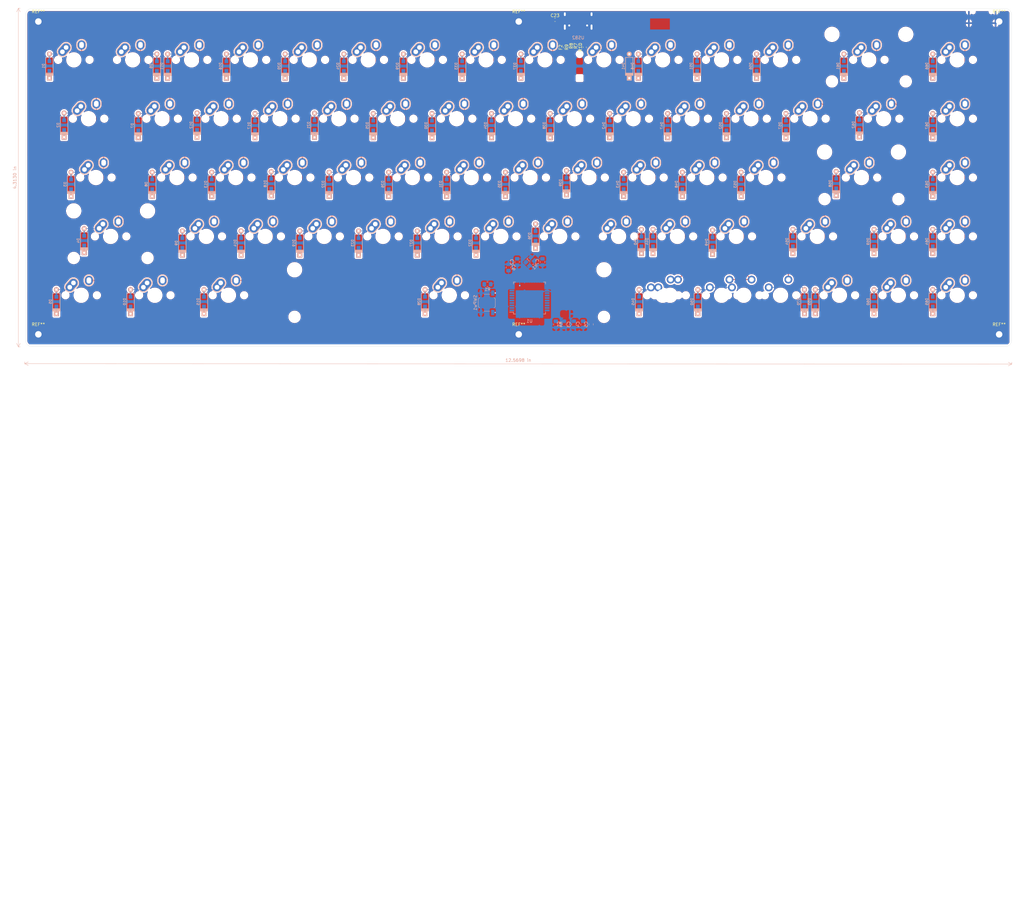
<source format=kicad_pcb>
(kicad_pcb (version 20171130) (host pcbnew "(5.1.5)-3")
  (layers (0 F.Cu signal) (31 B.Cu signal) (34 B.Paste user) (35 F.Paste user) (36 B.SilkS user) (37 F.SilkS user) (38 B.Mask user) (39 F.Mask user) (44 Edge.Cuts user))
  (net 0 "")
  (net 1 "Net-(C2-Pad1)")
  (net 2 VCC)
  (net 3 "Net-(D1-Pad2)")
  (net 4 Col1)
  (net 5 "Net-(D2-Pad2)")
  (net 6 "Net-(D3-Pad2)")
  (net 7 "Net-(D4-Pad2)")
  (net 8 "Net-(R1-Pad1)")
  (net 9 "Net-(U1-Pad12)")
  (net 10 "Net-(U1-Pad10)")
  (net 11 "Net-(U1-Pad9)")
  (net 12 "Net-(U1-Pad1)")
  (net 13 "Net-(C7-Pad1)")
  (net 14 "Net-(D5-Pad2)")
  (net 15 "Net-(D6-Pad2)")
  (net 16 "Net-(D7-Pad2)")
  (net 17 "Net-(D8-Pad2)")
  (net 18 "Net-(D9-Pad2)")
  (net 19 "Net-(D10-Pad2)")
  (net 20 "Net-(D11-Pad2)")
  (net 21 "Net-(D12-Pad2)")
  (net 22 "Net-(D13-Pad2)")
  (net 23 "Net-(D14-Pad2)")
  (net 24 "Net-(D15-Pad2)")
  (net 25 "Net-(D16-Pad2)")
  (net 26 "Net-(D17-Pad2)")
  (net 27 "Net-(D18-Pad2)")
  (net 28 "Net-(D19-Pad2)")
  (net 29 "Net-(D20-Pad2)")
  (net 30 "Net-(D21-Pad2)")
  (net 31 "Net-(D22-Pad2)")
  (net 32 "Net-(D23-Pad2)")
  (net 33 "Net-(D24-Pad2)")
  (net 34 "Net-(D25-Pad2)")
  (net 35 "Net-(D26-Pad2)")
  (net 36 "Net-(D27-Pad2)")
  (net 37 "Net-(D28-Pad2)")
  (net 38 "Net-(D29-Pad2)")
  (net 39 "Net-(D30-Pad2)")
  (net 40 "Net-(D31-Pad2)")
  (net 41 "Net-(D32-Pad2)")
  (net 42 "Net-(D33-Pad2)")
  (net 43 "Net-(D34-Pad2)")
  (net 44 "Net-(D35-Pad2)")
  (net 45 "Net-(D36-Pad2)")
  (net 46 "Net-(D37-Pad2)")
  (net 47 "Net-(D38-Pad2)")
  (net 48 "Net-(D39-Pad2)")
  (net 49 "Net-(D40-Pad2)")
  (net 50 "Net-(D41-Pad2)")
  (net 51 "Net-(D42-Pad2)")
  (net 52 "Net-(D43-Pad2)")
  (net 53 "Net-(D44-Pad2)")
  (net 54 "Net-(D45-Pad2)")
  (net 55 "Net-(D46-Pad2)")
  (net 56 "Net-(D47-Pad2)")
  (net 57 "Net-(D48-Pad2)")
  (net 58 "Net-(D49-Pad2)")
  (net 59 "Net-(D50-Pad2)")
  (net 60 "Net-(D51-Pad2)")
  (net 61 "Net-(D52-Pad2)")
  (net 62 "Net-(D53-Pad2)")
  (net 63 "Net-(D54-Pad2)")
  (net 64 "Net-(D55-Pad2)")
  (net 65 "Net-(D56-Pad2)")
  (net 66 "Net-(D57-Pad2)")
  (net 67 "Net-(D58-Pad2)")
  (net 68 "Net-(D59-Pad2)")
  (net 69 "Net-(D60-Pad2)")
  (net 70 "Net-(D61-Pad2)")
  (net 71 "Net-(D62-Pad2)")
  (net 72 "Net-(D63-Pad2)")
  (net 73 "Net-(D64-Pad2)")
  (net 74 "Net-(D65-Pad2)")
  (net 75 "Net-(D66-Pad2)")
  (net 76 "Net-(D67-Pad2)")
  (net 77 "Net-(R4-Pad2)")
  (net 78 "Net-(D70-Pad2)")
  (net 79 Row4)
  (net 80 Row3)
  (net 81 Row2)
  (net 82 Row1)
  (net 83 Row0)
  (net 84 Col2)
  (net 85 Col3)
  (net 86 Col4)
  (net 87 Col5)
  (net 88 Col6)
  (net 89 Col7)
  (net 90 Col8)
  (net 91 Col9)
  (net 92 Col10)
  (net 93 Col11)
  (net 94 Col12)
  (net 95 Col13)
  (net 96 Col14)
  (net 97 Col15)
  (net 98 GND)
  (net 99 "Net-(C23-Pad1)")
  (net 100 +5V)
  (net 101 D-)
  (net 102 "Net-(R7-Pad1)")
  (net 103 D+)
  (net 104 "Net-(R8-Pad1)")
  (net 105 "Net-(R9-Pad2)")
  (net 106 "Net-(R10-Pad2)")
  (net 107 "Net-(U1-Pad42)")
  (net 108 LED_PWM)
  (net 109 "Net-(USB2-Pad3)")
  (net 110 "Net-(USB2-Pad9)")
  (module MountingHole:MountingHole_2.1mm (layer F.Cu) (at 169.3165 145.3329)
    (fp_text reference REF** (at 0 -3.2) (layer F.SilkS))
    (fp_text value MountingHole_2.1mm)
    (pad "" np_thru_hole circle (at 0 0) (size 2.1 2.1) (drill 2.1) (layers *.Cu *.Mask))
  )
  (module MountingHole:MountingHole_2.1mm (layer F.Cu) (at 324.7137 145.3329)
    (fp_text reference REF** (at 0 -3.2) (layer F.SilkS))
    (fp_text value MountingHole_2.1mm)
    (pad "" np_thru_hole circle (at 0 0) (size 2.1 2.1) (drill 2.1) (layers *.Cu *.Mask))
  )
  (module MountingHole:MountingHole_2.1mm (layer F.Cu) (at 324.7264 44.0758)
    (fp_text reference REF** (at 0 -3.2) (layer F.SilkS))
    (fp_text value MountingHole_2.1mm)
    (pad "" np_thru_hole circle (at 0 0) (size 2.1 2.1) (drill 2.1) (layers *.Cu *.Mask))
  )
  (module MountingHole:MountingHole_2.1mm (layer F.Cu) (at 169.3165 44.0758)
    (fp_text reference REF** (at 0 -3.2) (layer F.SilkS))
    (fp_text value MountingHole_2.1mm)
    (pad "" np_thru_hole circle (at 0 0) (size 2.1 2.1) (drill 2.1) (layers *.Cu *.Mask))
  )
  (module MountingHole:MountingHole_2.1mm (layer F.Cu) (at 13.9193 44.0758)
    (fp_text reference REF** (at 0 -3.2) (layer F.SilkS))
    (fp_text value MountingHole_2.1mm)
    (pad "" np_thru_hole circle (at 0 0) (size 2.1 2.1) (drill 2.1) (layers *.Cu *.Mask))
  )
  (module MountingHole:MountingHole_2.1mm (layer F.Cu) (at 13.9193 145.3202)
    (fp_text reference REF** (at 0 -3.2) (layer F.SilkS))
    (fp_text value MountingHole_2.1mm)
    (pad "" np_thru_hole circle (at 0 0) (size 2.1 2.1) (drill 2.1) (layers *.Cu *.Mask))
  )
  (module Type-C_Master:HRO-TYPE-C-31-M-12-HandSoldering (layer B.Cu) (at 188.5443 39.1101)
    (fp_text reference USB2 (at 0 10.2) (layer B.SilkS) (effects (justify mirror)))
    (fp_text value HRO-TYPE-C-31-M-12)
    (pad 12 smd rect (at 3.225 8.195) (size 0.6 2.45) (layers B.Cu B.Paste B.Mask) (net 98 GND))
    (pad 1 smd rect (at -3.225 8.195) (size 0.6 2.45) (layers B.Cu B.Paste B.Mask) (net 98 GND))
    (pad 11 smd rect (at 2.45 8.195) (size 0.6 2.45) (layers B.Cu B.Paste B.Mask) (net 2 VCC))
    (pad 2 smd rect (at -2.45 8.195) (size 0.6 2.45) (layers B.Cu B.Paste B.Mask) (net 2 VCC))
    (pad 3 smd rect (at -1.75 8.195) (size 0.3 2.45) (layers B.Cu B.Paste B.Mask) (net 109 "Net-(USB2-Pad3)"))
    (pad 10 smd rect (at 1.75 8.195) (size 0.3 2.45) (layers B.Cu B.Paste B.Mask) (net 106 "Net-(R10-Pad2)"))
    (pad 4 smd rect (at -1.25 8.195) (size 0.3 2.45) (layers B.Cu B.Paste B.Mask) (net 105 "Net-(R9-Pad2)"))
    (pad 9 smd rect (at 1.25 8.195) (size 0.3 2.45) (layers B.Cu B.Paste B.Mask) (net 110 "Net-(USB2-Pad9)"))
    (pad 5 smd rect (at -0.75 8.195) (size 0.3 2.45) (layers B.Cu B.Paste B.Mask) (net 101 D-))
    (pad 8 smd rect (at 0.75 8.195) (size 0.3 2.45) (layers B.Cu B.Paste B.Mask) (net 103 D+))
    (pad 7 smd rect (at 0.25 8.195) (size 0.3 2.45) (layers B.Cu B.Paste B.Mask) (net 101 D-))
    (pad 6 smd rect (at -0.25 8.195) (size 0.3 2.45) (layers B.Cu B.Paste B.Mask) (net 103 D+))
    (pad "" np_thru_hole circle (at 2.89 6.25) (size 0.65 0.65) (drill 0.65) (layers *.Cu *.Mask))
    (pad "" np_thru_hole circle (at -2.89 6.25) (size 0.65 0.65) (drill 0.65) (layers *.Cu *.Mask))
    (pad 13 thru_hole oval (at -4.32 6.78) (size 1 2.1) (drill oval 0.6 1.7) (layers *.Cu F.Mask) (net 98 GND))
    (pad 13 thru_hole oval (at 4.32 6.78) (size 1 2.1) (drill oval 0.6 1.7) (layers *.Cu F.Mask) (net 98 GND))
    (pad 13 thru_hole oval (at -4.32 2.6) (size 1 1.6) (drill oval 0.6 1.2) (layers *.Cu F.Mask) (net 98 GND))
    (pad 13 thru_hole oval (at 4.32 2.6) (size 1 1.6) (drill oval 0.6 1.2) (layers *.Cu F.Mask) (net 98 GND))
  )
  (module acheron_MX:MX100 (layer B.Cu) (at 254 132.675 180)
    (fp_text reference SW70)
    (fp_text value "Ctrl 1.00")
    (pad 2 thru_hole circle (at 3.81 2.54 90) (size 2.54 2.54) (drill 1.525) (layers *.Cu *.Mask) (net 78 "Net-(D70-Pad2)"))
    (pad 1 thru_hole circle (at -2.54 5.08 180) (size 2.54 2.54) (drill 1.525) (layers *.Cu *.Mask) (net 94 Col12))
    (pad "" np_thru_hole circle (at -5.08 0 180) (size 1.7018 1.7018) (drill 1.7018) (layers *.Cu *.Mask))
    (pad "" np_thru_hole circle (at 5.08 0 180) (size 1.7018 1.7018) (drill 1.7018) (layers *.Cu *.Mask))
    (pad "" np_thru_hole circle (at 0 0 180) (size 3.9878 3.9878) (drill 3.9878) (layers *.Cu *.Mask))
  )
  (module Resistor_SMD:R_0603_1608Metric (layer F.Cu) (at 190.6779 52.407 90)
    (fp_text reference R10 (at 0 -1.43 90) (layer F.SilkS))
    (fp_text value 5.1k)
    (pad 2 smd roundrect (at 0.7875 0 90) (size 0.875 0.95) (layers F.Cu F.Paste F.Mask) (net 106 "Net-(R10-Pad2)"))
    (pad 1 smd roundrect (at -0.7875 0 90) (size 0.875 0.95) (layers F.Cu F.Paste F.Mask) (net 98 GND))
  )
  (module Resistor_SMD:R_0603_1608Metric (layer F.Cu) (at 186.2583 52.3816 90)
    (fp_text reference R9 (at 0 -1.43 90) (layer F.SilkS))
    (fp_text value 5.1k)
    (pad 2 smd roundrect (at 0.7875 0 90) (size 0.875 0.95) (layers F.Cu F.Paste F.Mask) (net 105 "Net-(R9-Pad2)"))
    (pad 1 smd roundrect (at -0.7875 0 90) (size 0.875 0.95) (layers F.Cu F.Paste F.Mask) (net 98 GND))
  )
  (module Resistor_SMD:R_0603_1608Metric (layer F.Cu) (at 187.7315 51.9625 90)
    (fp_text reference R8 (at 0 -1.43 90) (layer F.SilkS))
    (fp_text value 22)
    (pad 2 smd roundrect (at 0.7875 0 90) (size 0.875 0.95) (layers F.Cu F.Paste F.Mask) (net 103 D+))
    (pad 1 smd roundrect (at -0.7875 0 90) (size 0.875 0.95) (layers F.Cu F.Paste F.Mask) (net 104 "Net-(R8-Pad1)"))
  )
  (module Resistor_SMD:R_0603_1608Metric (layer F.Cu) (at 189.192 51.9625 90)
    (fp_text reference R7 (at 0 -1.43 90) (layer F.SilkS))
    (fp_text value 22)
    (pad 2 smd roundrect (at 0.7875 0 90) (size 0.875 0.95) (layers F.Cu F.Paste F.Mask) (net 101 D-))
    (pad 1 smd roundrect (at -0.7875 0 90) (size 0.875 0.95) (layers F.Cu F.Paste F.Mask) (net 102 "Net-(R7-Pad1)"))
  )
  (module Resistor_SMD:R_0805_2012Metric (layer F.Cu) (at 184.5184 52.4324 90)
    (fp_text reference F2 (at 0 -1.65 90) (layer F.SilkS))
    (fp_text value 500mA)
    (pad 2 smd roundrect (at 0.9375 0 90) (size 0.975 1.4) (layers F.Cu F.Paste F.Mask) (net 2 VCC))
    (pad 1 smd roundrect (at -0.9375 0 90) (size 0.975 1.4) (layers F.Cu F.Paste F.Mask) (net 100 +5V))
  )
  (module Capacitor_SMD:C_0603_1608Metric (layer F.Cu) (at 181.0513 43.5551)
    (fp_text reference C23 (at 0 -1.43) (layer F.SilkS))
    (fp_text value 1u)
    (pad 2 smd roundrect (at 0.7875 0) (size 0.875 0.95) (layers F.Cu F.Paste F.Mask) (net 98 GND))
    (pad 1 smd roundrect (at -0.7875 0) (size 0.875 0.95) (layers F.Cu F.Paste F.Mask) (net 99 "Net-(C23-Pad1)"))
  )
  (module acheron_MXA:MXA125 (layer B.Cu) (at 27.78125 132.675 180)
    (fp_text reference SW5)
    (fp_text value "Ctrl 1.25")
    (pad 2 smd oval (at 3.1 3.3 319) (size 2.7 4.5) (layers F.Cu F.Mask) (net 14 "Net-(D5-Pad2)"))
    (pad 2 thru_hole circle (at 2.5 4 135) (size 2.5 2.5) (drill 1.5) (layers *.Cu *.Mask) (net 14 "Net-(D5-Pad2)"))
    (pad 2 thru_hole circle (at 3.7 2.6 135) (size 2.5 2.5) (drill 1.5) (layers *.Cu *.Mask) (net 14 "Net-(D5-Pad2)"))
    (pad 2 smd oval (at 3.1 3.3 319) (size 2.7 4.5) (layers B.Cu B.Mask) (net 14 "Net-(D5-Pad2)"))
    (pad 1 thru_hole oval (at -2.5 4.8 180) (size 2.5 3) (drill oval 1.5 2) (layers *.Cu *.Mask) (net 4 Col1))
    (pad "" np_thru_hole circle (at -5.08 0 180) (size 1.7018 1.7018) (drill 1.7018) (layers *.Cu *.Mask))
    (pad "" np_thru_hole circle (at 5.08 0 180) (size 1.7018 1.7018) (drill 1.7018) (layers *.Cu *.Mask))
    (pad "" np_thru_hole circle (at 0 0 180) (size 3.9878 3.9878) (drill 3.9878) (layers *.Cu *.Mask))
  )
  (module acheron_MXA:MXA100 (layer B.Cu) (at 311.15 56.475 180)
    (fp_text reference SW66)
    (fp_text value `)
    (pad 2 smd oval (at 3.1 3.3 319) (size 2.7 4.5) (layers F.Cu F.Mask) (net 75 "Net-(D66-Pad2)"))
    (pad 2 thru_hole circle (at 2.5 4 135) (size 2.5 2.5) (drill 1.5) (layers *.Cu *.Mask) (net 75 "Net-(D66-Pad2)"))
    (pad 2 thru_hole circle (at 3.7 2.6 135) (size 2.5 2.5) (drill 1.5) (layers *.Cu *.Mask) (net 75 "Net-(D66-Pad2)"))
    (pad 2 smd oval (at 3.1 3.3 319) (size 2.7 4.5) (layers B.Cu B.Mask) (net 75 "Net-(D66-Pad2)"))
    (pad 1 thru_hole oval (at -2.5 4.8 180) (size 2.5 3) (drill oval 1.5 2) (layers *.Cu *.Mask) (net 97 Col15))
    (pad "" np_thru_hole circle (at -5.08 0 180) (size 1.7018 1.7018) (drill 1.7018) (layers *.Cu *.Mask))
    (pad "" np_thru_hole circle (at 5.08 0 180) (size 1.7018 1.7018) (drill 1.7018) (layers *.Cu *.Mask))
    (pad "" np_thru_hole circle (at 0 0 180) (size 3.9878 3.9878) (drill 3.9878) (layers *.Cu *.Mask))
  )
  (module keyboard-parts:D_SOD123_axial (layer B.Cu) (at 43.75 134.75 90)
    (fp_text reference D10 (at 0 -1.925 90) (layer B.SilkS) (effects (font (size 0.8 0.8)) (justify mirror)))
    (fp_text value 1N4148W hide)
    (pad 2 smd rect (at 2.7 0 90) (size 2.5 0.5) (layers B.Cu) (net 19 "Net-(D10-Pad2)"))
    (pad 1 smd rect (at -2.7 0 90) (size 2.5 0.5) (layers B.Cu) (net 83 Row0))
    (pad 2 thru_hole circle (at 3.9 0 90) (size 1.6 1.6) (drill 0.7) (layers *.Cu *.Mask B.SilkS) (net 19 "Net-(D10-Pad2)"))
    (pad 1 thru_hole rect (at -3.9 0 90) (size 1.6 1.6) (drill 0.7) (layers *.Cu *.Mask B.SilkS) (net 83 Row0))
    (pad 1 smd rect (at -1.575 0 90) (size 1.2 1.2) (layers B.Cu B.Paste B.Mask) (net 83 Row0))
    (pad 2 smd rect (at 1.575 0 90) (size 1.2 1.2) (layers B.Cu B.Paste B.Mask) (net 19 "Net-(D10-Pad2)"))
  )
  (module acheron_MXA:MXA125 (layer B.Cu) (at 51.59375 132.675 180)
    (fp_text reference SW10)
    (fp_text value "Win 1.25")
    (pad 2 smd oval (at 3.1 3.3 319) (size 2.7 4.5) (layers F.Cu F.Mask) (net 19 "Net-(D10-Pad2)"))
    (pad 2 thru_hole circle (at 2.5 4 135) (size 2.5 2.5) (drill 1.5) (layers *.Cu *.Mask) (net 19 "Net-(D10-Pad2)"))
    (pad 2 thru_hole circle (at 3.7 2.6 135) (size 2.5 2.5) (drill 1.5) (layers *.Cu *.Mask) (net 19 "Net-(D10-Pad2)"))
    (pad 2 smd oval (at 3.1 3.3 319) (size 2.7 4.5) (layers B.Cu B.Mask) (net 19 "Net-(D10-Pad2)"))
    (pad 1 thru_hole oval (at -2.5 4.8 180) (size 2.5 3) (drill oval 1.5 2) (layers *.Cu *.Mask) (net 84 Col2))
    (pad "" np_thru_hole circle (at -5.08 0 180) (size 1.7018 1.7018) (drill 1.7018) (layers *.Cu *.Mask))
    (pad "" np_thru_hole circle (at 5.08 0 180) (size 1.7018 1.7018) (drill 1.7018) (layers *.Cu *.Mask))
    (pad "" np_thru_hole circle (at 0 0 180) (size 3.9878 3.9878) (drill 3.9878) (layers *.Cu *.Mask))
  )
  (module acheron_MX:MX100 (layer B.Cu) (at 234.95 132.675 180)
    (fp_text reference SW69)
    (fp_text value "Fn 1.00")
    (pad 2 thru_hole circle (at 3.81 2.54 90) (size 2.54 2.54) (drill 1.525) (layers *.Cu *.Mask) (net 59 "Net-(D50-Pad2)"))
    (pad 1 thru_hole circle (at -2.54 5.08 180) (size 2.54 2.54) (drill 1.525) (layers *.Cu *.Mask) (net 93 Col11))
    (pad "" np_thru_hole circle (at -5.08 0 180) (size 1.7018 1.7018) (drill 1.7018) (layers *.Cu *.Mask))
    (pad "" np_thru_hole circle (at 5.08 0 180) (size 1.7018 1.7018) (drill 1.7018) (layers *.Cu *.Mask))
    (pad "" np_thru_hole circle (at 0 0 180) (size 3.9878 3.9878) (drill 3.9878) (layers *.Cu *.Mask))
  )
  (module acheron_MX:MX100 (layer B.Cu) (at 215.9 132.675 180)
    (fp_text reference SW68)
    (fp_text value "Alt 1.00")
    (pad 2 thru_hole circle (at 3.81 2.54 90) (size 2.54 2.54) (drill 1.525) (layers *.Cu *.Mask) (net 54 "Net-(D45-Pad2)"))
    (pad 1 thru_hole circle (at -2.54 5.08 180) (size 2.54 2.54) (drill 1.525) (layers *.Cu *.Mask) (net 92 Col10))
    (pad "" np_thru_hole circle (at -5.08 0 180) (size 1.7018 1.7018) (drill 1.7018) (layers *.Cu *.Mask))
    (pad "" np_thru_hole circle (at 5.08 0 180) (size 1.7018 1.7018) (drill 1.7018) (layers *.Cu *.Mask))
    (pad "" np_thru_hole circle (at 0 0 180) (size 3.9878 3.9878) (drill 3.9878) (layers *.Cu *.Mask))
  )
  (module acheron_MXA:MXA100 (layer B.Cu) (at 87.3125 113.625 180)
    (fp_text reference SW14)
    (fp_text value X)
    (pad 2 smd oval (at 3.1 3.3 319) (size 2.7 4.5) (layers F.Cu F.Mask) (net 23 "Net-(D14-Pad2)"))
    (pad 2 thru_hole circle (at 2.5 4 135) (size 2.5 2.5) (drill 1.5) (layers *.Cu *.Mask) (net 23 "Net-(D14-Pad2)"))
    (pad 2 thru_hole circle (at 3.7 2.6 135) (size 2.5 2.5) (drill 1.5) (layers *.Cu *.Mask) (net 23 "Net-(D14-Pad2)"))
    (pad 2 smd oval (at 3.1 3.3 319) (size 2.7 4.5) (layers B.Cu B.Mask) (net 23 "Net-(D14-Pad2)"))
    (pad 1 thru_hole oval (at -2.5 4.8 180) (size 2.5 3) (drill oval 1.5 2) (layers *.Cu *.Mask) (net 85 Col3))
    (pad "" np_thru_hole circle (at -5.08 0 180) (size 1.7018 1.7018) (drill 1.7018) (layers *.Cu *.Mask))
    (pad "" np_thru_hole circle (at 5.08 0 180) (size 1.7018 1.7018) (drill 1.7018) (layers *.Cu *.Mask))
    (pad "" np_thru_hole circle (at 0 0 180) (size 3.9878 3.9878) (drill 3.9878) (layers *.Cu *.Mask))
  )
  (module acheron_MXA:MXA100 (layer B.Cu) (at 73.025 75.525 180)
    (fp_text reference SW12)
    (fp_text value W)
    (pad 2 smd oval (at 3.1 3.3 319) (size 2.7 4.5) (layers F.Cu F.Mask) (net 21 "Net-(D12-Pad2)"))
    (pad 2 thru_hole circle (at 2.5 4 135) (size 2.5 2.5) (drill 1.5) (layers *.Cu *.Mask) (net 21 "Net-(D12-Pad2)"))
    (pad 2 thru_hole circle (at 3.7 2.6 135) (size 2.5 2.5) (drill 1.5) (layers *.Cu *.Mask) (net 21 "Net-(D12-Pad2)"))
    (pad 2 smd oval (at 3.1 3.3 319) (size 2.7 4.5) (layers B.Cu B.Mask) (net 21 "Net-(D12-Pad2)"))
    (pad 1 thru_hole oval (at -2.5 4.8 180) (size 2.5 3) (drill oval 1.5 2) (layers *.Cu *.Mask) (net 85 Col3))
    (pad "" np_thru_hole circle (at -5.08 0 180) (size 1.7018 1.7018) (drill 1.7018) (layers *.Cu *.Mask))
    (pad "" np_thru_hole circle (at 5.08 0 180) (size 1.7018 1.7018) (drill 1.7018) (layers *.Cu *.Mask))
    (pad "" np_thru_hole circle (at 0 0 180) (size 3.9878 3.9878) (drill 3.9878) (layers *.Cu *.Mask))
  )
  (module keyboard-parts:D_SOD123_axial (layer B.Cu) (at 261.75 134.75 90)
    (fp_text reference D70 (at 0 -1.925 90) (layer B.SilkS) (effects (font (size 0.8 0.8)) (justify mirror)))
    (fp_text value 1N4148W hide)
    (pad 2 smd rect (at 2.7 0 90) (size 2.5 0.5) (layers B.Cu) (net 78 "Net-(D70-Pad2)"))
    (pad 1 smd rect (at -2.7 0 90) (size 2.5 0.5) (layers B.Cu) (net 83 Row0))
    (pad 2 thru_hole circle (at 3.9 0 90) (size 1.6 1.6) (drill 0.7) (layers *.Cu *.Mask B.SilkS) (net 78 "Net-(D70-Pad2)"))
    (pad 1 thru_hole rect (at -3.9 0 90) (size 1.6 1.6) (drill 0.7) (layers *.Cu *.Mask B.SilkS) (net 83 Row0))
    (pad 1 smd rect (at -1.575 0 90) (size 1.2 1.2) (layers B.Cu B.Paste B.Mask) (net 83 Row0))
    (pad 2 smd rect (at 1.575 0 90) (size 1.2 1.2) (layers B.Cu B.Paste B.Mask) (net 78 "Net-(D70-Pad2)"))
  )
  (module keyboard-parts:D_SOD123_axial (layer B.Cu) (at 303.25 77.75 90)
    (fp_text reference D67 (at 0 -1.925 90) (layer B.SilkS) (effects (font (size 0.8 0.8)) (justify mirror)))
    (fp_text value 1N4148W hide)
    (pad 2 smd rect (at 2.7 0 90) (size 2.5 0.5) (layers B.Cu) (net 76 "Net-(D67-Pad2)"))
    (pad 1 smd rect (at -2.7 0 90) (size 2.5 0.5) (layers B.Cu) (net 80 Row3))
    (pad 2 thru_hole circle (at 3.9 0 90) (size 1.6 1.6) (drill 0.7) (layers *.Cu *.Mask B.SilkS) (net 76 "Net-(D67-Pad2)"))
    (pad 1 thru_hole rect (at -3.9 0 90) (size 1.6 1.6) (drill 0.7) (layers *.Cu *.Mask B.SilkS) (net 80 Row3))
    (pad 1 smd rect (at -1.575 0 90) (size 1.2 1.2) (layers B.Cu B.Paste B.Mask) (net 80 Row3))
    (pad 2 smd rect (at 1.575 0 90) (size 1.2 1.2) (layers B.Cu B.Paste B.Mask) (net 76 "Net-(D67-Pad2)"))
  )
  (module keyboard-parts:D_SOD123_axial (layer B.Cu) (at 303.25 58.5 90)
    (fp_text reference D66 (at 0 -1.925 90) (layer B.SilkS) (effects (font (size 0.8 0.8)) (justify mirror)))
    (fp_text value 1N4148W hide)
    (pad 2 smd rect (at 2.7 0 90) (size 2.5 0.5) (layers B.Cu) (net 75 "Net-(D66-Pad2)"))
    (pad 1 smd rect (at -2.7 0 90) (size 2.5 0.5) (layers B.Cu) (net 79 Row4))
    (pad 2 thru_hole circle (at 3.9 0 90) (size 1.6 1.6) (drill 0.7) (layers *.Cu *.Mask B.SilkS) (net 75 "Net-(D66-Pad2)"))
    (pad 1 thru_hole rect (at -3.9 0 90) (size 1.6 1.6) (drill 0.7) (layers *.Cu *.Mask B.SilkS) (net 79 Row4))
    (pad 1 smd rect (at -1.575 0 90) (size 1.2 1.2) (layers B.Cu B.Paste B.Mask) (net 79 Row4))
    (pad 2 smd rect (at 1.575 0 90) (size 1.2 1.2) (layers B.Cu B.Paste B.Mask) (net 75 "Net-(D66-Pad2)"))
  )
  (module keyboard-parts:D_SOD123_axial (layer B.Cu) (at 303.25 134.75 90)
    (fp_text reference D65 (at 0 -1.925 90) (layer B.SilkS) (effects (font (size 0.8 0.8)) (justify mirror)))
    (fp_text value 1N4148W hide)
    (pad 2 smd rect (at 2.7 0 90) (size 2.5 0.5) (layers B.Cu) (net 74 "Net-(D65-Pad2)"))
    (pad 1 smd rect (at -2.7 0 90) (size 2.5 0.5) (layers B.Cu) (net 83 Row0))
    (pad 2 thru_hole circle (at 3.9 0 90) (size 1.6 1.6) (drill 0.7) (layers *.Cu *.Mask B.SilkS) (net 74 "Net-(D65-Pad2)"))
    (pad 1 thru_hole rect (at -3.9 0 90) (size 1.6 1.6) (drill 0.7) (layers *.Cu *.Mask B.SilkS) (net 83 Row0))
    (pad 1 smd rect (at -1.575 0 90) (size 1.2 1.2) (layers B.Cu B.Paste B.Mask) (net 83 Row0))
    (pad 2 smd rect (at 1.575 0 90) (size 1.2 1.2) (layers B.Cu B.Paste B.Mask) (net 74 "Net-(D65-Pad2)"))
  )
  (module keyboard-parts:D_SOD123_axial (layer B.Cu) (at 303.25 115.25 90)
    (fp_text reference D64 (at 0 -1.925 90) (layer B.SilkS) (effects (font (size 0.8 0.8)) (justify mirror)))
    (fp_text value 1N4148W hide)
    (pad 2 smd rect (at 2.7 0 90) (size 2.5 0.5) (layers B.Cu) (net 73 "Net-(D64-Pad2)"))
    (pad 1 smd rect (at -2.7 0 90) (size 2.5 0.5) (layers B.Cu) (net 82 Row1))
    (pad 2 thru_hole circle (at 3.9 0 90) (size 1.6 1.6) (drill 0.7) (layers *.Cu *.Mask B.SilkS) (net 73 "Net-(D64-Pad2)"))
    (pad 1 thru_hole rect (at -3.9 0 90) (size 1.6 1.6) (drill 0.7) (layers *.Cu *.Mask B.SilkS) (net 82 Row1))
    (pad 1 smd rect (at -1.575 0 90) (size 1.2 1.2) (layers B.Cu B.Paste B.Mask) (net 82 Row1))
    (pad 2 smd rect (at 1.575 0 90) (size 1.2 1.2) (layers B.Cu B.Paste B.Mask) (net 73 "Net-(D64-Pad2)"))
  )
  (module keyboard-parts:D_SOD123_axial (layer B.Cu) (at 303.25 96.75 90)
    (fp_text reference D63 (at 0 -1.925 90) (layer B.SilkS) (effects (font (size 0.8 0.8)) (justify mirror)))
    (fp_text value 1N4148W hide)
    (pad 2 smd rect (at 2.7 0 90) (size 2.5 0.5) (layers B.Cu) (net 72 "Net-(D63-Pad2)"))
    (pad 1 smd rect (at -2.7 0 90) (size 2.5 0.5) (layers B.Cu) (net 81 Row2))
    (pad 2 thru_hole circle (at 3.9 0 90) (size 1.6 1.6) (drill 0.7) (layers *.Cu *.Mask B.SilkS) (net 72 "Net-(D63-Pad2)"))
    (pad 1 thru_hole rect (at -3.9 0 90) (size 1.6 1.6) (drill 0.7) (layers *.Cu *.Mask B.SilkS) (net 81 Row2))
    (pad 1 smd rect (at -1.575 0 90) (size 1.2 1.2) (layers B.Cu B.Paste B.Mask) (net 81 Row2))
    (pad 2 smd rect (at 1.575 0 90) (size 1.2 1.2) (layers B.Cu B.Paste B.Mask) (net 72 "Net-(D63-Pad2)"))
  )
  (module keyboard-parts:D_SOD123_axial (layer B.Cu) (at 279.5 77.5 90)
    (fp_text reference D62 (at 0 -1.925 90) (layer B.SilkS) (effects (font (size 0.8 0.8)) (justify mirror)))
    (fp_text value 1N4148W hide)
    (pad 2 smd rect (at 2.7 0 90) (size 2.5 0.5) (layers B.Cu) (net 71 "Net-(D62-Pad2)"))
    (pad 1 smd rect (at -2.7 0 90) (size 2.5 0.5) (layers B.Cu) (net 80 Row3))
    (pad 2 thru_hole circle (at 3.9 0 90) (size 1.6 1.6) (drill 0.7) (layers *.Cu *.Mask B.SilkS) (net 71 "Net-(D62-Pad2)"))
    (pad 1 thru_hole rect (at -3.9 0 90) (size 1.6 1.6) (drill 0.7) (layers *.Cu *.Mask B.SilkS) (net 80 Row3))
    (pad 1 smd rect (at -1.575 0 90) (size 1.2 1.2) (layers B.Cu B.Paste B.Mask) (net 80 Row3))
    (pad 2 smd rect (at 1.575 0 90) (size 1.2 1.2) (layers B.Cu B.Paste B.Mask) (net 71 "Net-(D62-Pad2)"))
  )
  (module keyboard-parts:D_SOD123_axial (layer B.Cu) (at 274.5 58.5 90)
    (fp_text reference D61 (at 0 -1.925 90) (layer B.SilkS) (effects (font (size 0.8 0.8)) (justify mirror)))
    (fp_text value 1N4148W hide)
    (pad 2 smd rect (at 2.7 0 90) (size 2.5 0.5) (layers B.Cu) (net 70 "Net-(D61-Pad2)"))
    (pad 1 smd rect (at -2.7 0 90) (size 2.5 0.5) (layers B.Cu) (net 79 Row4))
    (pad 2 thru_hole circle (at 3.9 0 90) (size 1.6 1.6) (drill 0.7) (layers *.Cu *.Mask B.SilkS) (net 70 "Net-(D61-Pad2)"))
    (pad 1 thru_hole rect (at -3.9 0 90) (size 1.6 1.6) (drill 0.7) (layers *.Cu *.Mask B.SilkS) (net 79 Row4))
    (pad 1 smd rect (at -1.575 0 90) (size 1.2 1.2) (layers B.Cu B.Paste B.Mask) (net 79 Row4))
    (pad 2 smd rect (at 1.575 0 90) (size 1.2 1.2) (layers B.Cu B.Paste B.Mask) (net 70 "Net-(D61-Pad2)"))
  )
  (module keyboard-parts:D_SOD123_axial (layer B.Cu) (at 284.25 134.75 90)
    (fp_text reference D60 (at 0 -1.925 90) (layer B.SilkS) (effects (font (size 0.8 0.8)) (justify mirror)))
    (fp_text value 1N4148W hide)
    (pad 2 smd rect (at 2.7 0 90) (size 2.5 0.5) (layers B.Cu) (net 69 "Net-(D60-Pad2)"))
    (pad 1 smd rect (at -2.7 0 90) (size 2.5 0.5) (layers B.Cu) (net 83 Row0))
    (pad 2 thru_hole circle (at 3.9 0 90) (size 1.6 1.6) (drill 0.7) (layers *.Cu *.Mask B.SilkS) (net 69 "Net-(D60-Pad2)"))
    (pad 1 thru_hole rect (at -3.9 0 90) (size 1.6 1.6) (drill 0.7) (layers *.Cu *.Mask B.SilkS) (net 83 Row0))
    (pad 1 smd rect (at -1.575 0 90) (size 1.2 1.2) (layers B.Cu B.Paste B.Mask) (net 83 Row0))
    (pad 2 smd rect (at 1.575 0 90) (size 1.2 1.2) (layers B.Cu B.Paste B.Mask) (net 69 "Net-(D60-Pad2)"))
  )
  (module keyboard-parts:D_SOD123_axial (layer B.Cu) (at 284.25 115.25 90)
    (fp_text reference D59 (at 0 -1.925 90) (layer B.SilkS) (effects (font (size 0.8 0.8)) (justify mirror)))
    (fp_text value 1N4148W hide)
    (pad 2 smd rect (at 2.7 0 90) (size 2.5 0.5) (layers B.Cu) (net 68 "Net-(D59-Pad2)"))
    (pad 1 smd rect (at -2.7 0 90) (size 2.5 0.5) (layers B.Cu) (net 82 Row1))
    (pad 2 thru_hole circle (at 3.9 0 90) (size 1.6 1.6) (drill 0.7) (layers *.Cu *.Mask B.SilkS) (net 68 "Net-(D59-Pad2)"))
    (pad 1 thru_hole rect (at -3.9 0 90) (size 1.6 1.6) (drill 0.7) (layers *.Cu *.Mask B.SilkS) (net 82 Row1))
    (pad 1 smd rect (at -1.575 0 90) (size 1.2 1.2) (layers B.Cu B.Paste B.Mask) (net 82 Row1))
    (pad 2 smd rect (at 1.575 0 90) (size 1.2 1.2) (layers B.Cu B.Paste B.Mask) (net 68 "Net-(D59-Pad2)"))
  )
  (module keyboard-parts:D_SOD123_axial (layer B.Cu) (at 272 96.5 90)
    (fp_text reference D58 (at 0 -1.925 90) (layer B.SilkS) (effects (font (size 0.8 0.8)) (justify mirror)))
    (fp_text value 1N4148W hide)
    (pad 2 smd rect (at 2.7 0 90) (size 2.5 0.5) (layers B.Cu) (net 67 "Net-(D58-Pad2)"))
    (pad 1 smd rect (at -2.7 0 90) (size 2.5 0.5) (layers B.Cu) (net 81 Row2))
    (pad 2 thru_hole circle (at 3.9 0 90) (size 1.6 1.6) (drill 0.7) (layers *.Cu *.Mask B.SilkS) (net 67 "Net-(D58-Pad2)"))
    (pad 1 thru_hole rect (at -3.9 0 90) (size 1.6 1.6) (drill 0.7) (layers *.Cu *.Mask B.SilkS) (net 81 Row2))
    (pad 1 smd rect (at -1.575 0 90) (size 1.2 1.2) (layers B.Cu B.Paste B.Mask) (net 81 Row2))
    (pad 2 smd rect (at 1.575 0 90) (size 1.2 1.2) (layers B.Cu B.Paste B.Mask) (net 67 "Net-(D58-Pad2)"))
  )
  (module keyboard-parts:D_SOD123_axial (layer B.Cu) (at 255.75 77.75 90)
    (fp_text reference D57 (at 0 -1.925 90) (layer B.SilkS) (effects (font (size 0.8 0.8)) (justify mirror)))
    (fp_text value 1N4148W hide)
    (pad 2 smd rect (at 2.7 0 90) (size 2.5 0.5) (layers B.Cu) (net 66 "Net-(D57-Pad2)"))
    (pad 1 smd rect (at -2.7 0 90) (size 2.5 0.5) (layers B.Cu) (net 80 Row3))
    (pad 2 thru_hole circle (at 3.9 0 90) (size 1.6 1.6) (drill 0.7) (layers *.Cu *.Mask B.SilkS) (net 66 "Net-(D57-Pad2)"))
    (pad 1 thru_hole rect (at -3.9 0 90) (size 1.6 1.6) (drill 0.7) (layers *.Cu *.Mask B.SilkS) (net 80 Row3))
    (pad 1 smd rect (at -1.575 0 90) (size 1.2 1.2) (layers B.Cu B.Paste B.Mask) (net 80 Row3))
    (pad 2 smd rect (at 1.575 0 90) (size 1.2 1.2) (layers B.Cu B.Paste B.Mask) (net 66 "Net-(D57-Pad2)"))
  )
  (module keyboard-parts:D_SOD123_axial (layer B.Cu) (at 246.25 58.5 90)
    (fp_text reference D56 (at 0 -1.925 90) (layer B.SilkS) (effects (font (size 0.8 0.8)) (justify mirror)))
    (fp_text value 1N4148W hide)
    (pad 2 smd rect (at 2.7 0 90) (size 2.5 0.5) (layers B.Cu) (net 65 "Net-(D56-Pad2)"))
    (pad 1 smd rect (at -2.7 0 90) (size 2.5 0.5) (layers B.Cu) (net 79 Row4))
    (pad 2 thru_hole circle (at 3.9 0 90) (size 1.6 1.6) (drill 0.7) (layers *.Cu *.Mask B.SilkS) (net 65 "Net-(D56-Pad2)"))
    (pad 1 thru_hole rect (at -3.9 0 90) (size 1.6 1.6) (drill 0.7) (layers *.Cu *.Mask B.SilkS) (net 79 Row4))
    (pad 1 smd rect (at -1.575 0 90) (size 1.2 1.2) (layers B.Cu B.Paste B.Mask) (net 79 Row4))
    (pad 2 smd rect (at 1.575 0 90) (size 1.2 1.2) (layers B.Cu B.Paste B.Mask) (net 65 "Net-(D56-Pad2)"))
  )
  (module keyboard-parts:D_SOD123_axial (layer B.Cu) (at 265.25 134.75 90)
    (fp_text reference D55 (at 0 -1.925 90) (layer B.SilkS) (effects (font (size 0.8 0.8)) (justify mirror)))
    (fp_text value 1N4148W hide)
    (pad 2 smd rect (at 2.7 0 90) (size 2.5 0.5) (layers B.Cu) (net 64 "Net-(D55-Pad2)"))
    (pad 1 smd rect (at -2.7 0 90) (size 2.5 0.5) (layers B.Cu) (net 83 Row0))
    (pad 2 thru_hole circle (at 3.9 0 90) (size 1.6 1.6) (drill 0.7) (layers *.Cu *.Mask B.SilkS) (net 64 "Net-(D55-Pad2)"))
    (pad 1 thru_hole rect (at -3.9 0 90) (size 1.6 1.6) (drill 0.7) (layers *.Cu *.Mask B.SilkS) (net 83 Row0))
    (pad 1 smd rect (at -1.575 0 90) (size 1.2 1.2) (layers B.Cu B.Paste B.Mask) (net 83 Row0))
    (pad 2 smd rect (at 1.575 0 90) (size 1.2 1.2) (layers B.Cu B.Paste B.Mask) (net 64 "Net-(D55-Pad2)"))
  )
  (module keyboard-parts:D_SOD123_axial (layer B.Cu) (at 258 115.25 90)
    (fp_text reference D54 (at 0 -1.925 90) (layer B.SilkS) (effects (font (size 0.8 0.8)) (justify mirror)))
    (fp_text value 1N4148W hide)
    (pad 2 smd rect (at 2.7 0 90) (size 2.5 0.5) (layers B.Cu) (net 63 "Net-(D54-Pad2)"))
    (pad 1 smd rect (at -2.7 0 90) (size 2.5 0.5) (layers B.Cu) (net 82 Row1))
    (pad 2 thru_hole circle (at 3.9 0 90) (size 1.6 1.6) (drill 0.7) (layers *.Cu *.Mask B.SilkS) (net 63 "Net-(D54-Pad2)"))
    (pad 1 thru_hole rect (at -3.9 0 90) (size 1.6 1.6) (drill 0.7) (layers *.Cu *.Mask B.SilkS) (net 82 Row1))
    (pad 1 smd rect (at -1.575 0 90) (size 1.2 1.2) (layers B.Cu B.Paste B.Mask) (net 82 Row1))
    (pad 2 smd rect (at 1.575 0 90) (size 1.2 1.2) (layers B.Cu B.Paste B.Mask) (net 63 "Net-(D54-Pad2)"))
  )
  (module keyboard-parts:D_SOD123_axial (layer B.Cu) (at 241.25 96.75 90)
    (fp_text reference D53 (at 0 -1.925 90) (layer B.SilkS) (effects (font (size 0.8 0.8)) (justify mirror)))
    (fp_text value 1N4148W hide)
    (pad 2 smd rect (at 2.7 0 90) (size 2.5 0.5) (layers B.Cu) (net 62 "Net-(D53-Pad2)"))
    (pad 1 smd rect (at -2.7 0 90) (size 2.5 0.5) (layers B.Cu) (net 81 Row2))
    (pad 2 thru_hole circle (at 3.9 0 90) (size 1.6 1.6) (drill 0.7) (layers *.Cu *.Mask B.SilkS) (net 62 "Net-(D53-Pad2)"))
    (pad 1 thru_hole rect (at -3.9 0 90) (size 1.6 1.6) (drill 0.7) (layers *.Cu *.Mask B.SilkS) (net 81 Row2))
    (pad 1 smd rect (at -1.575 0 90) (size 1.2 1.2) (layers B.Cu B.Paste B.Mask) (net 81 Row2))
    (pad 2 smd rect (at 1.575 0 90) (size 1.2 1.2) (layers B.Cu B.Paste B.Mask) (net 62 "Net-(D53-Pad2)"))
  )
  (module keyboard-parts:D_SOD123_axial (layer B.Cu) (at 236.5 77.75 90)
    (fp_text reference D52 (at 0 -1.925 90) (layer B.SilkS) (effects (font (size 0.8 0.8)) (justify mirror)))
    (fp_text value 1N4148W hide)
    (pad 2 smd rect (at 2.7 0 90) (size 2.5 0.5) (layers B.Cu) (net 61 "Net-(D52-Pad2)"))
    (pad 1 smd rect (at -2.7 0 90) (size 2.5 0.5) (layers B.Cu) (net 80 Row3))
    (pad 2 thru_hole circle (at 3.9 0 90) (size 1.6 1.6) (drill 0.7) (layers *.Cu *.Mask B.SilkS) (net 61 "Net-(D52-Pad2)"))
    (pad 1 thru_hole rect (at -3.9 0 90) (size 1.6 1.6) (drill 0.7) (layers *.Cu *.Mask B.SilkS) (net 80 Row3))
    (pad 1 smd rect (at -1.575 0 90) (size 1.2 1.2) (layers B.Cu B.Paste B.Mask) (net 80 Row3))
    (pad 2 smd rect (at 1.575 0 90) (size 1.2 1.2) (layers B.Cu B.Paste B.Mask) (net 61 "Net-(D52-Pad2)"))
  )
  (module keyboard-parts:D_SOD123_axial (layer B.Cu) (at 227 58.5 90)
    (fp_text reference D51 (at 0 -1.925 90) (layer B.SilkS) (effects (font (size 0.8 0.8)) (justify mirror)))
    (fp_text value 1N4148W hide)
    (pad 2 smd rect (at 2.7 0 90) (size 2.5 0.5) (layers B.Cu) (net 60 "Net-(D51-Pad2)"))
    (pad 1 smd rect (at -2.7 0 90) (size 2.5 0.5) (layers B.Cu) (net 79 Row4))
    (pad 2 thru_hole circle (at 3.9 0 90) (size 1.6 1.6) (drill 0.7) (layers *.Cu *.Mask B.SilkS) (net 60 "Net-(D51-Pad2)"))
    (pad 1 thru_hole rect (at -3.9 0 90) (size 1.6 1.6) (drill 0.7) (layers *.Cu *.Mask B.SilkS) (net 79 Row4))
    (pad 1 smd rect (at -1.575 0 90) (size 1.2 1.2) (layers B.Cu B.Paste B.Mask) (net 79 Row4))
    (pad 2 smd rect (at 1.575 0 90) (size 1.2 1.2) (layers B.Cu B.Paste B.Mask) (net 60 "Net-(D51-Pad2)"))
  )
  (module keyboard-parts:D_SOD123_axial (layer B.Cu) (at 227.25 134.75 90)
    (fp_text reference D50 (at 0 -1.925 90) (layer B.SilkS) (effects (font (size 0.8 0.8)) (justify mirror)))
    (fp_text value 1N4148W hide)
    (pad 2 smd rect (at 2.7 0 90) (size 2.5 0.5) (layers B.Cu) (net 59 "Net-(D50-Pad2)"))
    (pad 1 smd rect (at -2.7 0 90) (size 2.5 0.5) (layers B.Cu) (net 83 Row0))
    (pad 2 thru_hole circle (at 3.9 0 90) (size 1.6 1.6) (drill 0.7) (layers *.Cu *.Mask B.SilkS) (net 59 "Net-(D50-Pad2)"))
    (pad 1 thru_hole rect (at -3.9 0 90) (size 1.6 1.6) (drill 0.7) (layers *.Cu *.Mask B.SilkS) (net 83 Row0))
    (pad 1 smd rect (at -1.575 0 90) (size 1.2 1.2) (layers B.Cu B.Paste B.Mask) (net 83 Row0))
    (pad 2 smd rect (at 1.575 0 90) (size 1.2 1.2) (layers B.Cu B.Paste B.Mask) (net 59 "Net-(D50-Pad2)"))
  )
  (module keyboard-parts:D_SOD123_axial (layer B.Cu) (at 232 115.5 90)
    (fp_text reference D49 (at 0 -1.925 90) (layer B.SilkS) (effects (font (size 0.8 0.8)) (justify mirror)))
    (fp_text value 1N4148W hide)
    (pad 2 smd rect (at 2.7 0 90) (size 2.5 0.5) (layers B.Cu) (net 58 "Net-(D49-Pad2)"))
    (pad 1 smd rect (at -2.7 0 90) (size 2.5 0.5) (layers B.Cu) (net 82 Row1))
    (pad 2 thru_hole circle (at 3.9 0 90) (size 1.6 1.6) (drill 0.7) (layers *.Cu *.Mask B.SilkS) (net 58 "Net-(D49-Pad2)"))
    (pad 1 thru_hole rect (at -3.9 0 90) (size 1.6 1.6) (drill 0.7) (layers *.Cu *.Mask B.SilkS) (net 82 Row1))
    (pad 1 smd rect (at -1.575 0 90) (size 1.2 1.2) (layers B.Cu B.Paste B.Mask) (net 82 Row1))
    (pad 2 smd rect (at 1.575 0 90) (size 1.2 1.2) (layers B.Cu B.Paste B.Mask) (net 58 "Net-(D49-Pad2)"))
  )
  (module keyboard-parts:D_SOD123_axial (layer B.Cu) (at 222.25 96.75 90)
    (fp_text reference D48 (at 0 -1.925 90) (layer B.SilkS) (effects (font (size 0.8 0.8)) (justify mirror)))
    (fp_text value 1N4148W hide)
    (pad 2 smd rect (at 2.7 0 90) (size 2.5 0.5) (layers B.Cu) (net 57 "Net-(D48-Pad2)"))
    (pad 1 smd rect (at -2.7 0 90) (size 2.5 0.5) (layers B.Cu) (net 81 Row2))
    (pad 2 thru_hole circle (at 3.9 0 90) (size 1.6 1.6) (drill 0.7) (layers *.Cu *.Mask B.SilkS) (net 57 "Net-(D48-Pad2)"))
    (pad 1 thru_hole rect (at -3.9 0 90) (size 1.6 1.6) (drill 0.7) (layers *.Cu *.Mask B.SilkS) (net 81 Row2))
    (pad 1 smd rect (at -1.575 0 90) (size 1.2 1.2) (layers B.Cu B.Paste B.Mask) (net 81 Row2))
    (pad 2 smd rect (at 1.575 0 90) (size 1.2 1.2) (layers B.Cu B.Paste B.Mask) (net 57 "Net-(D48-Pad2)"))
  )
  (module keyboard-parts:D_SOD123_axial (layer B.Cu) (at 217.5 77.75 90)
    (fp_text reference D47 (at 0 -1.925 90) (layer B.SilkS) (effects (font (size 0.8 0.8)) (justify mirror)))
    (fp_text value 1N4148W hide)
    (pad 2 smd rect (at 2.7 0 90) (size 2.5 0.5) (layers B.Cu) (net 56 "Net-(D47-Pad2)"))
    (pad 1 smd rect (at -2.7 0 90) (size 2.5 0.5) (layers B.Cu) (net 80 Row3))
    (pad 2 thru_hole circle (at 3.9 0 90) (size 1.6 1.6) (drill 0.7) (layers *.Cu *.Mask B.SilkS) (net 56 "Net-(D47-Pad2)"))
    (pad 1 thru_hole rect (at -3.9 0 90) (size 1.6 1.6) (drill 0.7) (layers *.Cu *.Mask B.SilkS) (net 80 Row3))
    (pad 1 smd rect (at -1.575 0 90) (size 1.2 1.2) (layers B.Cu B.Paste B.Mask) (net 80 Row3))
    (pad 2 smd rect (at 1.575 0 90) (size 1.2 1.2) (layers B.Cu B.Paste B.Mask) (net 56 "Net-(D47-Pad2)"))
  )
  (module keyboard-parts:D_SOD123_axial (layer B.Cu) (at 208 58.5 90)
    (fp_text reference D46 (at 0 -1.925 90) (layer B.SilkS) (effects (font (size 0.8 0.8)) (justify mirror)))
    (fp_text value 1N4148W hide)
    (pad 2 smd rect (at 2.7 0 90) (size 2.5 0.5) (layers B.Cu) (net 55 "Net-(D46-Pad2)"))
    (pad 1 smd rect (at -2.7 0 90) (size 2.5 0.5) (layers B.Cu) (net 79 Row4))
    (pad 2 thru_hole circle (at 3.9 0 90) (size 1.6 1.6) (drill 0.7) (layers *.Cu *.Mask B.SilkS) (net 55 "Net-(D46-Pad2)"))
    (pad 1 thru_hole rect (at -3.9 0 90) (size 1.6 1.6) (drill 0.7) (layers *.Cu *.Mask B.SilkS) (net 79 Row4))
    (pad 1 smd rect (at -1.575 0 90) (size 1.2 1.2) (layers B.Cu B.Paste B.Mask) (net 79 Row4))
    (pad 2 smd rect (at 1.575 0 90) (size 1.2 1.2) (layers B.Cu B.Paste B.Mask) (net 55 "Net-(D46-Pad2)"))
  )
  (module keyboard-parts:D_SOD123_axial (layer B.Cu) (at 208.25 134.75 90)
    (fp_text reference D45 (at 0 -1.925 90) (layer B.SilkS) (effects (font (size 0.8 0.8)) (justify mirror)))
    (fp_text value 1N4148W hide)
    (pad 2 smd rect (at 2.7 0 90) (size 2.5 0.5) (layers B.Cu) (net 54 "Net-(D45-Pad2)"))
    (pad 1 smd rect (at -2.7 0 90) (size 2.5 0.5) (layers B.Cu) (net 83 Row0))
    (pad 2 thru_hole circle (at 3.9 0 90) (size 1.6 1.6) (drill 0.7) (layers *.Cu *.Mask B.SilkS) (net 54 "Net-(D45-Pad2)"))
    (pad 1 thru_hole rect (at -3.9 0 90) (size 1.6 1.6) (drill 0.7) (layers *.Cu *.Mask B.SilkS) (net 83 Row0))
    (pad 1 smd rect (at -1.575 0 90) (size 1.2 1.2) (layers B.Cu B.Paste B.Mask) (net 83 Row0))
    (pad 2 smd rect (at 1.575 0 90) (size 1.2 1.2) (layers B.Cu B.Paste B.Mask) (net 54 "Net-(D45-Pad2)"))
  )
  (module keyboard-parts:D_SOD123_axial (layer B.Cu) (at 212.75 115.25 90)
    (fp_text reference D44 (at 0 -1.925 90) (layer B.SilkS) (effects (font (size 0.8 0.8)) (justify mirror)))
    (fp_text value 1N4148W hide)
    (pad 2 smd rect (at 2.7 0 90) (size 2.5 0.5) (layers B.Cu) (net 53 "Net-(D44-Pad2)"))
    (pad 1 smd rect (at -2.7 0 90) (size 2.5 0.5) (layers B.Cu) (net 82 Row1))
    (pad 2 thru_hole circle (at 3.9 0 90) (size 1.6 1.6) (drill 0.7) (layers *.Cu *.Mask B.SilkS) (net 53 "Net-(D44-Pad2)"))
    (pad 1 thru_hole rect (at -3.9 0 90) (size 1.6 1.6) (drill 0.7) (layers *.Cu *.Mask B.SilkS) (net 82 Row1))
    (pad 1 smd rect (at -1.575 0 90) (size 1.2 1.2) (layers B.Cu B.Paste B.Mask) (net 82 Row1))
    (pad 2 smd rect (at 1.575 0 90) (size 1.2 1.2) (layers B.Cu B.Paste B.Mask) (net 53 "Net-(D44-Pad2)"))
  )
  (module keyboard-parts:D_SOD123_axial (layer B.Cu) (at 203.25 96.75 90)
    (fp_text reference D43 (at 0 -1.925 90) (layer B.SilkS) (effects (font (size 0.8 0.8)) (justify mirror)))
    (fp_text value 1N4148W hide)
    (pad 2 smd rect (at 2.7 0 90) (size 2.5 0.5) (layers B.Cu) (net 52 "Net-(D43-Pad2)"))
    (pad 1 smd rect (at -2.7 0 90) (size 2.5 0.5) (layers B.Cu) (net 81 Row2))
    (pad 2 thru_hole circle (at 3.9 0 90) (size 1.6 1.6) (drill 0.7) (layers *.Cu *.Mask B.SilkS) (net 52 "Net-(D43-Pad2)"))
    (pad 1 thru_hole rect (at -3.9 0 90) (size 1.6 1.6) (drill 0.7) (layers *.Cu *.Mask B.SilkS) (net 81 Row2))
    (pad 1 smd rect (at -1.575 0 90) (size 1.2 1.2) (layers B.Cu B.Paste B.Mask) (net 81 Row2))
    (pad 2 smd rect (at 1.575 0 90) (size 1.2 1.2) (layers B.Cu B.Paste B.Mask) (net 52 "Net-(D43-Pad2)"))
  )
  (module keyboard-parts:D_SOD123_axial (layer B.Cu) (at 198.75 77.75 90)
    (fp_text reference D42 (at 0 -1.925 90) (layer B.SilkS) (effects (font (size 0.8 0.8)) (justify mirror)))
    (fp_text value 1N4148W hide)
    (pad 2 smd rect (at 2.7 0 90) (size 2.5 0.5) (layers B.Cu) (net 51 "Net-(D42-Pad2)"))
    (pad 1 smd rect (at -2.7 0 90) (size 2.5 0.5) (layers B.Cu) (net 80 Row3))
    (pad 2 thru_hole circle (at 3.9 0 90) (size 1.6 1.6) (drill 0.7) (layers *.Cu *.Mask B.SilkS) (net 51 "Net-(D42-Pad2)"))
    (pad 1 thru_hole rect (at -3.9 0 90) (size 1.6 1.6) (drill 0.7) (layers *.Cu *.Mask B.SilkS) (net 80 Row3))
    (pad 1 smd rect (at -1.575 0 90) (size 1.2 1.2) (layers B.Cu B.Paste B.Mask) (net 80 Row3))
    (pad 2 smd rect (at 1.575 0 90) (size 1.2 1.2) (layers B.Cu B.Paste B.Mask) (net 51 "Net-(D42-Pad2)"))
  )
  (module keyboard-parts:D_SOD123_axial (layer B.Cu) (at 205.067 58.5 90)
    (fp_text reference D41 (at 0 -1.925 90) (layer B.SilkS) (effects (font (size 0.8 0.8)) (justify mirror)))
    (fp_text value 1N4148W hide)
    (pad 2 smd rect (at 2.7 0 90) (size 2.5 0.5) (layers B.Cu) (net 50 "Net-(D41-Pad2)"))
    (pad 1 smd rect (at -2.7 0 90) (size 2.5 0.5) (layers B.Cu) (net 79 Row4))
    (pad 2 thru_hole circle (at 3.9 0 90) (size 1.6 1.6) (drill 0.7) (layers *.Cu *.Mask B.SilkS) (net 50 "Net-(D41-Pad2)"))
    (pad 1 thru_hole rect (at -3.9 0 90) (size 1.6 1.6) (drill 0.7) (layers *.Cu *.Mask B.SilkS) (net 79 Row4))
    (pad 1 smd rect (at -1.575 0 90) (size 1.2 1.2) (layers B.Cu B.Paste B.Mask) (net 79 Row4))
    (pad 2 smd rect (at 1.575 0 90) (size 1.2 1.2) (layers B.Cu B.Paste B.Mask) (net 50 "Net-(D41-Pad2)"))
  )
  (module keyboard-parts:D_SOD123_axial (layer B.Cu) (at 209 115.25 90)
    (fp_text reference D40 (at 0 -1.925 90) (layer B.SilkS) (effects (font (size 0.8 0.8)) (justify mirror)))
    (fp_text value 1N4148W hide)
    (pad 2 smd rect (at 2.7 0 90) (size 2.5 0.5) (layers B.Cu) (net 49 "Net-(D40-Pad2)"))
    (pad 1 smd rect (at -2.7 0 90) (size 2.5 0.5) (layers B.Cu) (net 82 Row1))
    (pad 2 thru_hole circle (at 3.9 0 90) (size 1.6 1.6) (drill 0.7) (layers *.Cu *.Mask B.SilkS) (net 49 "Net-(D40-Pad2)"))
    (pad 1 thru_hole rect (at -3.9 0 90) (size 1.6 1.6) (drill 0.7) (layers *.Cu *.Mask B.SilkS) (net 82 Row1))
    (pad 1 smd rect (at -1.575 0 90) (size 1.2 1.2) (layers B.Cu B.Paste B.Mask) (net 82 Row1))
    (pad 2 smd rect (at 1.575 0 90) (size 1.2 1.2) (layers B.Cu B.Paste B.Mask) (net 49 "Net-(D40-Pad2)"))
  )
  (module keyboard-parts:D_SOD123_axial (layer B.Cu) (at 184.75 96.25 90)
    (fp_text reference D39 (at 0 -1.925 90) (layer B.SilkS) (effects (font (size 0.8 0.8)) (justify mirror)))
    (fp_text value 1N4148W hide)
    (pad 2 smd rect (at 2.7 0 90) (size 2.5 0.5) (layers B.Cu) (net 48 "Net-(D39-Pad2)"))
    (pad 1 smd rect (at -2.7 0 90) (size 2.5 0.5) (layers B.Cu) (net 81 Row2))
    (pad 2 thru_hole circle (at 3.9 0 90) (size 1.6 1.6) (drill 0.7) (layers *.Cu *.Mask B.SilkS) (net 48 "Net-(D39-Pad2)"))
    (pad 1 thru_hole rect (at -3.9 0 90) (size 1.6 1.6) (drill 0.7) (layers *.Cu *.Mask B.SilkS) (net 81 Row2))
    (pad 1 smd rect (at -1.575 0 90) (size 1.2 1.2) (layers B.Cu B.Paste B.Mask) (net 81 Row2))
    (pad 2 smd rect (at 1.575 0 90) (size 1.2 1.2) (layers B.Cu B.Paste B.Mask) (net 48 "Net-(D39-Pad2)"))
  )
  (module keyboard-parts:D_SOD123_axial (layer B.Cu) (at 179.5 77.75 90)
    (fp_text reference D38 (at 0 -1.925 90) (layer B.SilkS) (effects (font (size 0.8 0.8)) (justify mirror)))
    (fp_text value 1N4148W hide)
    (pad 2 smd rect (at 2.7 0 90) (size 2.5 0.5) (layers B.Cu) (net 47 "Net-(D38-Pad2)"))
    (pad 1 smd rect (at -2.7 0 90) (size 2.5 0.5) (layers B.Cu) (net 80 Row3))
    (pad 2 thru_hole circle (at 3.9 0 90) (size 1.6 1.6) (drill 0.7) (layers *.Cu *.Mask B.SilkS) (net 47 "Net-(D38-Pad2)"))
    (pad 1 thru_hole rect (at -3.9 0 90) (size 1.6 1.6) (drill 0.7) (layers *.Cu *.Mask B.SilkS) (net 80 Row3))
    (pad 1 smd rect (at -1.575 0 90) (size 1.2 1.2) (layers B.Cu B.Paste B.Mask) (net 80 Row3))
    (pad 2 smd rect (at 1.575 0 90) (size 1.2 1.2) (layers B.Cu B.Paste B.Mask) (net 47 "Net-(D38-Pad2)"))
  )
  (module keyboard-parts:D_SOD123_axial (layer B.Cu) (at 170 58.5 90)
    (fp_text reference D37 (at 0 -1.925 90) (layer B.SilkS) (effects (font (size 0.8 0.8)) (justify mirror)))
    (fp_text value 1N4148W hide)
    (pad 2 smd rect (at 2.7 0 90) (size 2.5 0.5) (layers B.Cu) (net 46 "Net-(D37-Pad2)"))
    (pad 1 smd rect (at -2.7 0 90) (size 2.5 0.5) (layers B.Cu) (net 79 Row4))
    (pad 2 thru_hole circle (at 3.9 0 90) (size 1.6 1.6) (drill 0.7) (layers *.Cu *.Mask B.SilkS) (net 46 "Net-(D37-Pad2)"))
    (pad 1 thru_hole rect (at -3.9 0 90) (size 1.6 1.6) (drill 0.7) (layers *.Cu *.Mask B.SilkS) (net 79 Row4))
    (pad 1 smd rect (at -1.575 0 90) (size 1.2 1.2) (layers B.Cu B.Paste B.Mask) (net 79 Row4))
    (pad 2 smd rect (at 1.575 0 90) (size 1.2 1.2) (layers B.Cu B.Paste B.Mask) (net 46 "Net-(D37-Pad2)"))
  )
  (module keyboard-parts:D_SOD123_axial (layer B.Cu) (at 174.75 113.5 90)
    (fp_text reference D36 (at 0 -1.925 90) (layer B.SilkS) (effects (font (size 0.8 0.8)) (justify mirror)))
    (fp_text value 1N4148W hide)
    (pad 2 smd rect (at 2.7 0 90) (size 2.5 0.5) (layers B.Cu) (net 45 "Net-(D36-Pad2)"))
    (pad 1 smd rect (at -2.7 0 90) (size 2.5 0.5) (layers B.Cu) (net 82 Row1))
    (pad 2 thru_hole circle (at 3.9 0 90) (size 1.6 1.6) (drill 0.7) (layers *.Cu *.Mask B.SilkS) (net 45 "Net-(D36-Pad2)"))
    (pad 1 thru_hole rect (at -3.9 0 90) (size 1.6 1.6) (drill 0.7) (layers *.Cu *.Mask B.SilkS) (net 82 Row1))
    (pad 1 smd rect (at -1.575 0 90) (size 1.2 1.2) (layers B.Cu B.Paste B.Mask) (net 82 Row1))
    (pad 2 smd rect (at 1.575 0 90) (size 1.2 1.2) (layers B.Cu B.Paste B.Mask) (net 45 "Net-(D36-Pad2)"))
  )
  (module keyboard-parts:D_SOD123_axial (layer B.Cu) (at 165 96.75 90)
    (fp_text reference D35 (at 0 -1.925 90) (layer B.SilkS) (effects (font (size 0.8 0.8)) (justify mirror)))
    (fp_text value 1N4148W hide)
    (pad 2 smd rect (at 2.7 0 90) (size 2.5 0.5) (layers B.Cu) (net 44 "Net-(D35-Pad2)"))
    (pad 1 smd rect (at -2.7 0 90) (size 2.5 0.5) (layers B.Cu) (net 81 Row2))
    (pad 2 thru_hole circle (at 3.9 0 90) (size 1.6 1.6) (drill 0.7) (layers *.Cu *.Mask B.SilkS) (net 44 "Net-(D35-Pad2)"))
    (pad 1 thru_hole rect (at -3.9 0 90) (size 1.6 1.6) (drill 0.7) (layers *.Cu *.Mask B.SilkS) (net 81 Row2))
    (pad 1 smd rect (at -1.575 0 90) (size 1.2 1.2) (layers B.Cu B.Paste B.Mask) (net 81 Row2))
    (pad 2 smd rect (at 1.575 0 90) (size 1.2 1.2) (layers B.Cu B.Paste B.Mask) (net 44 "Net-(D35-Pad2)"))
  )
  (module keyboard-parts:D_SOD123_axial (layer B.Cu) (at 160.5 77.75 90)
    (fp_text reference D34 (at 0 -1.925 90) (layer B.SilkS) (effects (font (size 0.8 0.8)) (justify mirror)))
    (fp_text value 1N4148W hide)
    (pad 2 smd rect (at 2.7 0 90) (size 2.5 0.5) (layers B.Cu) (net 43 "Net-(D34-Pad2)"))
    (pad 1 smd rect (at -2.7 0 90) (size 2.5 0.5) (layers B.Cu) (net 80 Row3))
    (pad 2 thru_hole circle (at 3.9 0 90) (size 1.6 1.6) (drill 0.7) (layers *.Cu *.Mask B.SilkS) (net 43 "Net-(D34-Pad2)"))
    (pad 1 thru_hole rect (at -3.9 0 90) (size 1.6 1.6) (drill 0.7) (layers *.Cu *.Mask B.SilkS) (net 80 Row3))
    (pad 1 smd rect (at -1.575 0 90) (size 1.2 1.2) (layers B.Cu B.Paste B.Mask) (net 80 Row3))
    (pad 2 smd rect (at 1.575 0 90) (size 1.2 1.2) (layers B.Cu B.Paste B.Mask) (net 43 "Net-(D34-Pad2)"))
  )
  (module keyboard-parts:D_SOD123_axial (layer B.Cu) (at 151 58.5 90)
    (fp_text reference D33 (at 0 -1.925 90) (layer B.SilkS) (effects (font (size 0.8 0.8)) (justify mirror)))
    (fp_text value 1N4148W hide)
    (pad 2 smd rect (at 2.7 0 90) (size 2.5 0.5) (layers B.Cu) (net 42 "Net-(D33-Pad2)"))
    (pad 1 smd rect (at -2.7 0 90) (size 2.5 0.5) (layers B.Cu) (net 79 Row4))
    (pad 2 thru_hole circle (at 3.9 0 90) (size 1.6 1.6) (drill 0.7) (layers *.Cu *.Mask B.SilkS) (net 42 "Net-(D33-Pad2)"))
    (pad 1 thru_hole rect (at -3.9 0 90) (size 1.6 1.6) (drill 0.7) (layers *.Cu *.Mask B.SilkS) (net 79 Row4))
    (pad 1 smd rect (at -1.575 0 90) (size 1.2 1.2) (layers B.Cu B.Paste B.Mask) (net 79 Row4))
    (pad 2 smd rect (at 1.575 0 90) (size 1.2 1.2) (layers B.Cu B.Paste B.Mask) (net 42 "Net-(D33-Pad2)"))
  )
  (module keyboard-parts:D_SOD123_axial (layer B.Cu) (at 155.5 115.75 90)
    (fp_text reference D32 (at 0 -1.925 90) (layer B.SilkS) (effects (font (size 0.8 0.8)) (justify mirror)))
    (fp_text value 1N4148W hide)
    (pad 2 smd rect (at 2.7 0 90) (size 2.5 0.5) (layers B.Cu) (net 41 "Net-(D32-Pad2)"))
    (pad 1 smd rect (at -2.7 0 90) (size 2.5 0.5) (layers B.Cu) (net 82 Row1))
    (pad 2 thru_hole circle (at 3.9 0 90) (size 1.6 1.6) (drill 0.7) (layers *.Cu *.Mask B.SilkS) (net 41 "Net-(D32-Pad2)"))
    (pad 1 thru_hole rect (at -3.9 0 90) (size 1.6 1.6) (drill 0.7) (layers *.Cu *.Mask B.SilkS) (net 82 Row1))
    (pad 1 smd rect (at -1.575 0 90) (size 1.2 1.2) (layers B.Cu B.Paste B.Mask) (net 82 Row1))
    (pad 2 smd rect (at 1.575 0 90) (size 1.2 1.2) (layers B.Cu B.Paste B.Mask) (net 41 "Net-(D32-Pad2)"))
  )
  (module keyboard-parts:D_SOD123_axial (layer B.Cu) (at 146 96.75 90)
    (fp_text reference D31 (at 0 -1.925 90) (layer B.SilkS) (effects (font (size 0.8 0.8)) (justify mirror)))
    (fp_text value 1N4148W hide)
    (pad 2 smd rect (at 2.7 0 90) (size 2.5 0.5) (layers B.Cu) (net 40 "Net-(D31-Pad2)"))
    (pad 1 smd rect (at -2.7 0 90) (size 2.5 0.5) (layers B.Cu) (net 81 Row2))
    (pad 2 thru_hole circle (at 3.9 0 90) (size 1.6 1.6) (drill 0.7) (layers *.Cu *.Mask B.SilkS) (net 40 "Net-(D31-Pad2)"))
    (pad 1 thru_hole rect (at -3.9 0 90) (size 1.6 1.6) (drill 0.7) (layers *.Cu *.Mask B.SilkS) (net 81 Row2))
    (pad 1 smd rect (at -1.575 0 90) (size 1.2 1.2) (layers B.Cu B.Paste B.Mask) (net 81 Row2))
    (pad 2 smd rect (at 1.575 0 90) (size 1.2 1.2) (layers B.Cu B.Paste B.Mask) (net 40 "Net-(D31-Pad2)"))
  )
  (module keyboard-parts:D_SOD123_axial (layer B.Cu) (at 141.25 77.75 90)
    (fp_text reference D30 (at 0 -1.925 90) (layer B.SilkS) (effects (font (size 0.8 0.8)) (justify mirror)))
    (fp_text value 1N4148W hide)
    (pad 2 smd rect (at 2.7 0 90) (size 2.5 0.5) (layers B.Cu) (net 39 "Net-(D30-Pad2)"))
    (pad 1 smd rect (at -2.7 0 90) (size 2.5 0.5) (layers B.Cu) (net 80 Row3))
    (pad 2 thru_hole circle (at 3.9 0 90) (size 1.6 1.6) (drill 0.7) (layers *.Cu *.Mask B.SilkS) (net 39 "Net-(D30-Pad2)"))
    (pad 1 thru_hole rect (at -3.9 0 90) (size 1.6 1.6) (drill 0.7) (layers *.Cu *.Mask B.SilkS) (net 80 Row3))
    (pad 1 smd rect (at -1.575 0 90) (size 1.2 1.2) (layers B.Cu B.Paste B.Mask) (net 80 Row3))
    (pad 2 smd rect (at 1.575 0 90) (size 1.2 1.2) (layers B.Cu B.Paste B.Mask) (net 39 "Net-(D30-Pad2)"))
  )
  (module keyboard-parts:D_SOD123_axial (layer B.Cu) (at 132 58.5 90)
    (fp_text reference D29 (at 0 -1.925 90) (layer B.SilkS) (effects (font (size 0.8 0.8)) (justify mirror)))
    (fp_text value 1N4148W hide)
    (pad 2 smd rect (at 2.7 0 90) (size 2.5 0.5) (layers B.Cu) (net 38 "Net-(D29-Pad2)"))
    (pad 1 smd rect (at -2.7 0 90) (size 2.5 0.5) (layers B.Cu) (net 79 Row4))
    (pad 2 thru_hole circle (at 3.9 0 90) (size 1.6 1.6) (drill 0.7) (layers *.Cu *.Mask B.SilkS) (net 38 "Net-(D29-Pad2)"))
    (pad 1 thru_hole rect (at -3.9 0 90) (size 1.6 1.6) (drill 0.7) (layers *.Cu *.Mask B.SilkS) (net 79 Row4))
    (pad 1 smd rect (at -1.575 0 90) (size 1.2 1.2) (layers B.Cu B.Paste B.Mask) (net 79 Row4))
    (pad 2 smd rect (at 1.575 0 90) (size 1.2 1.2) (layers B.Cu B.Paste B.Mask) (net 38 "Net-(D29-Pad2)"))
  )
  (module keyboard-parts:D_SOD123_axial (layer B.Cu) (at 139 134.75 90)
    (fp_text reference D28 (at 0 -1.925 90) (layer B.SilkS) (effects (font (size 0.8 0.8)) (justify mirror)))
    (fp_text value 1N4148W hide)
    (pad 2 smd rect (at 2.7 0 90) (size 2.5 0.5) (layers B.Cu) (net 37 "Net-(D28-Pad2)"))
    (pad 1 smd rect (at -2.7 0 90) (size 2.5 0.5) (layers B.Cu) (net 83 Row0))
    (pad 2 thru_hole circle (at 3.9 0 90) (size 1.6 1.6) (drill 0.7) (layers *.Cu *.Mask B.SilkS) (net 37 "Net-(D28-Pad2)"))
    (pad 1 thru_hole rect (at -3.9 0 90) (size 1.6 1.6) (drill 0.7) (layers *.Cu *.Mask B.SilkS) (net 83 Row0))
    (pad 1 smd rect (at -1.575 0 90) (size 1.2 1.2) (layers B.Cu B.Paste B.Mask) (net 83 Row0))
    (pad 2 smd rect (at 1.575 0 90) (size 1.2 1.2) (layers B.Cu B.Paste B.Mask) (net 37 "Net-(D28-Pad2)"))
  )
  (module keyboard-parts:D_SOD123_axial (layer B.Cu) (at 136.5 115.75 90)
    (fp_text reference D27 (at 0 -1.925 90) (layer B.SilkS) (effects (font (size 0.8 0.8)) (justify mirror)))
    (fp_text value 1N4148W hide)
    (pad 2 smd rect (at 2.7 0 90) (size 2.5 0.5) (layers B.Cu) (net 36 "Net-(D27-Pad2)"))
    (pad 1 smd rect (at -2.7 0 90) (size 2.5 0.5) (layers B.Cu) (net 82 Row1))
    (pad 2 thru_hole circle (at 3.9 0 90) (size 1.6 1.6) (drill 0.7) (layers *.Cu *.Mask B.SilkS) (net 36 "Net-(D27-Pad2)"))
    (pad 1 thru_hole rect (at -3.9 0 90) (size 1.6 1.6) (drill 0.7) (layers *.Cu *.Mask B.SilkS) (net 82 Row1))
    (pad 1 smd rect (at -1.575 0 90) (size 1.2 1.2) (layers B.Cu B.Paste B.Mask) (net 82 Row1))
    (pad 2 smd rect (at 1.575 0 90) (size 1.2 1.2) (layers B.Cu B.Paste B.Mask) (net 36 "Net-(D27-Pad2)"))
  )
  (module keyboard-parts:D_SOD123_axial (layer B.Cu) (at 127.25 96.75 90)
    (fp_text reference D26 (at 0 -1.925 90) (layer B.SilkS) (effects (font (size 0.8 0.8)) (justify mirror)))
    (fp_text value 1N4148W hide)
    (pad 2 smd rect (at 2.7 0 90) (size 2.5 0.5) (layers B.Cu) (net 35 "Net-(D26-Pad2)"))
    (pad 1 smd rect (at -2.7 0 90) (size 2.5 0.5) (layers B.Cu) (net 81 Row2))
    (pad 2 thru_hole circle (at 3.9 0 90) (size 1.6 1.6) (drill 0.7) (layers *.Cu *.Mask B.SilkS) (net 35 "Net-(D26-Pad2)"))
    (pad 1 thru_hole rect (at -3.9 0 90) (size 1.6 1.6) (drill 0.7) (layers *.Cu *.Mask B.SilkS) (net 81 Row2))
    (pad 1 smd rect (at -1.575 0 90) (size 1.2 1.2) (layers B.Cu B.Paste B.Mask) (net 81 Row2))
    (pad 2 smd rect (at 1.575 0 90) (size 1.2 1.2) (layers B.Cu B.Paste B.Mask) (net 35 "Net-(D26-Pad2)"))
  )
  (module keyboard-parts:D_SOD123_axial (layer B.Cu) (at 122.25 77.75 90)
    (fp_text reference D25 (at 0 -1.925 90) (layer B.SilkS) (effects (font (size 0.8 0.8)) (justify mirror)))
    (fp_text value 1N4148W hide)
    (pad 2 smd rect (at 2.7 0 90) (size 2.5 0.5) (layers B.Cu) (net 34 "Net-(D25-Pad2)"))
    (pad 1 smd rect (at -2.7 0 90) (size 2.5 0.5) (layers B.Cu) (net 80 Row3))
    (pad 2 thru_hole circle (at 3.9 0 90) (size 1.6 1.6) (drill 0.7) (layers *.Cu *.Mask B.SilkS) (net 34 "Net-(D25-Pad2)"))
    (pad 1 thru_hole rect (at -3.9 0 90) (size 1.6 1.6) (drill 0.7) (layers *.Cu *.Mask B.SilkS) (net 80 Row3))
    (pad 1 smd rect (at -1.575 0 90) (size 1.2 1.2) (layers B.Cu B.Paste B.Mask) (net 80 Row3))
    (pad 2 smd rect (at 1.575 0 90) (size 1.2 1.2) (layers B.Cu B.Paste B.Mask) (net 34 "Net-(D25-Pad2)"))
  )
  (module keyboard-parts:D_SOD123_axial (layer B.Cu) (at 112.75 58.5 90)
    (fp_text reference D24 (at 0 -1.925 90) (layer B.SilkS) (effects (font (size 0.8 0.8)) (justify mirror)))
    (fp_text value 1N4148W hide)
    (pad 2 smd rect (at 2.7 0 90) (size 2.5 0.5) (layers B.Cu) (net 33 "Net-(D24-Pad2)"))
    (pad 1 smd rect (at -2.7 0 90) (size 2.5 0.5) (layers B.Cu) (net 79 Row4))
    (pad 2 thru_hole circle (at 3.9 0 90) (size 1.6 1.6) (drill 0.7) (layers *.Cu *.Mask B.SilkS) (net 33 "Net-(D24-Pad2)"))
    (pad 1 thru_hole rect (at -3.9 0 90) (size 1.6 1.6) (drill 0.7) (layers *.Cu *.Mask B.SilkS) (net 79 Row4))
    (pad 1 smd rect (at -1.575 0 90) (size 1.2 1.2) (layers B.Cu B.Paste B.Mask) (net 79 Row4))
    (pad 2 smd rect (at 1.575 0 90) (size 1.2 1.2) (layers B.Cu B.Paste B.Mask) (net 33 "Net-(D24-Pad2)"))
  )
  (module keyboard-parts:D_SOD123_axial (layer B.Cu) (at 117.5 115.75 90)
    (fp_text reference D23 (at 0 -1.925 90) (layer B.SilkS) (effects (font (size 0.8 0.8)) (justify mirror)))
    (fp_text value 1N4148W hide)
    (pad 2 smd rect (at 2.7 0 90) (size 2.5 0.5) (layers B.Cu) (net 32 "Net-(D23-Pad2)"))
    (pad 1 smd rect (at -2.7 0 90) (size 2.5 0.5) (layers B.Cu) (net 82 Row1))
    (pad 2 thru_hole circle (at 3.9 0 90) (size 1.6 1.6) (drill 0.7) (layers *.Cu *.Mask B.SilkS) (net 32 "Net-(D23-Pad2)"))
    (pad 1 thru_hole rect (at -3.9 0 90) (size 1.6 1.6) (drill 0.7) (layers *.Cu *.Mask B.SilkS) (net 82 Row1))
    (pad 1 smd rect (at -1.575 0 90) (size 1.2 1.2) (layers B.Cu B.Paste B.Mask) (net 82 Row1))
    (pad 2 smd rect (at 1.575 0 90) (size 1.2 1.2) (layers B.Cu B.Paste B.Mask) (net 32 "Net-(D23-Pad2)"))
  )
  (module keyboard-parts:D_SOD123_axial (layer B.Cu) (at 108 96.75 90)
    (fp_text reference D22 (at 0 -1.925 90) (layer B.SilkS) (effects (font (size 0.8 0.8)) (justify mirror)))
    (fp_text value 1N4148W hide)
    (pad 2 smd rect (at 2.7 0 90) (size 2.5 0.5) (layers B.Cu) (net 31 "Net-(D22-Pad2)"))
    (pad 1 smd rect (at -2.7 0 90) (size 2.5 0.5) (layers B.Cu) (net 81 Row2))
    (pad 2 thru_hole circle (at 3.9 0 90) (size 1.6 1.6) (drill 0.7) (layers *.Cu *.Mask B.SilkS) (net 31 "Net-(D22-Pad2)"))
    (pad 1 thru_hole rect (at -3.9 0 90) (size 1.6 1.6) (drill 0.7) (layers *.Cu *.Mask B.SilkS) (net 81 Row2))
    (pad 1 smd rect (at -1.575 0 90) (size 1.2 1.2) (layers B.Cu B.Paste B.Mask) (net 81 Row2))
    (pad 2 smd rect (at 1.575 0 90) (size 1.2 1.2) (layers B.Cu B.Paste B.Mask) (net 31 "Net-(D22-Pad2)"))
  )
  (module keyboard-parts:D_SOD123_axial (layer B.Cu) (at 103.25 77.65 90)
    (fp_text reference D21 (at 0 -1.925 90) (layer B.SilkS) (effects (font (size 0.8 0.8)) (justify mirror)))
    (fp_text value 1N4148W hide)
    (pad 2 smd rect (at 2.7 0 90) (size 2.5 0.5) (layers B.Cu) (net 30 "Net-(D21-Pad2)"))
    (pad 1 smd rect (at -2.7 0 90) (size 2.5 0.5) (layers B.Cu) (net 80 Row3))
    (pad 2 thru_hole circle (at 3.9 0 90) (size 1.6 1.6) (drill 0.7) (layers *.Cu *.Mask B.SilkS) (net 30 "Net-(D21-Pad2)"))
    (pad 1 thru_hole rect (at -3.9 0 90) (size 1.6 1.6) (drill 0.7) (layers *.Cu *.Mask B.SilkS) (net 80 Row3))
    (pad 1 smd rect (at -1.575 0 90) (size 1.2 1.2) (layers B.Cu B.Paste B.Mask) (net 80 Row3))
    (pad 2 smd rect (at 1.575 0 90) (size 1.2 1.2) (layers B.Cu B.Paste B.Mask) (net 30 "Net-(D21-Pad2)"))
  )
  (module keyboard-parts:D_SOD123_axial (layer B.Cu) (at 93.75 58.5 90)
    (fp_text reference D20 (at 0 -1.925 90) (layer B.SilkS) (effects (font (size 0.8 0.8)) (justify mirror)))
    (fp_text value 1N4148W hide)
    (pad 2 smd rect (at 2.7 0 90) (size 2.5 0.5) (layers B.Cu) (net 29 "Net-(D20-Pad2)"))
    (pad 1 smd rect (at -2.7 0 90) (size 2.5 0.5) (layers B.Cu) (net 79 Row4))
    (pad 2 thru_hole circle (at 3.9 0 90) (size 1.6 1.6) (drill 0.7) (layers *.Cu *.Mask B.SilkS) (net 29 "Net-(D20-Pad2)"))
    (pad 1 thru_hole rect (at -3.9 0 90) (size 1.6 1.6) (drill 0.7) (layers *.Cu *.Mask B.SilkS) (net 79 Row4))
    (pad 1 smd rect (at -1.575 0 90) (size 1.2 1.2) (layers B.Cu B.Paste B.Mask) (net 79 Row4))
    (pad 2 smd rect (at 1.575 0 90) (size 1.2 1.2) (layers B.Cu B.Paste B.Mask) (net 29 "Net-(D20-Pad2)"))
  )
  (module keyboard-parts:D_SOD123_axial (layer B.Cu) (at 98.5 115.75 90)
    (fp_text reference D19 (at 0 -1.925 90) (layer B.SilkS) (effects (font (size 0.8 0.8)) (justify mirror)))
    (fp_text value 1N4148W hide)
    (pad 2 smd rect (at 2.7 0 90) (size 2.5 0.5) (layers B.Cu) (net 28 "Net-(D19-Pad2)"))
    (pad 1 smd rect (at -2.7 0 90) (size 2.5 0.5) (layers B.Cu) (net 82 Row1))
    (pad 2 thru_hole circle (at 3.9 0 90) (size 1.6 1.6) (drill 0.7) (layers *.Cu *.Mask B.SilkS) (net 28 "Net-(D19-Pad2)"))
    (pad 1 thru_hole rect (at -3.9 0 90) (size 1.6 1.6) (drill 0.7) (layers *.Cu *.Mask B.SilkS) (net 82 Row1))
    (pad 1 smd rect (at -1.575 0 90) (size 1.2 1.2) (layers B.Cu B.Paste B.Mask) (net 82 Row1))
    (pad 2 smd rect (at 1.575 0 90) (size 1.2 1.2) (layers B.Cu B.Paste B.Mask) (net 28 "Net-(D19-Pad2)"))
  )
  (module keyboard-parts:D_SOD123_axial (layer B.Cu) (at 89.25 96.575 90)
    (fp_text reference D18 (at 0 -1.925 90) (layer B.SilkS) (effects (font (size 0.8 0.8)) (justify mirror)))
    (fp_text value 1N4148W hide)
    (pad 2 smd rect (at 2.7 0 90) (size 2.5 0.5) (layers B.Cu) (net 27 "Net-(D18-Pad2)"))
    (pad 1 smd rect (at -2.7 0 90) (size 2.5 0.5) (layers B.Cu) (net 81 Row2))
    (pad 2 thru_hole circle (at 3.9 0 90) (size 1.6 1.6) (drill 0.7) (layers *.Cu *.Mask B.SilkS) (net 27 "Net-(D18-Pad2)"))
    (pad 1 thru_hole rect (at -3.9 0 90) (size 1.6 1.6) (drill 0.7) (layers *.Cu *.Mask B.SilkS) (net 81 Row2))
    (pad 1 smd rect (at -1.575 0 90) (size 1.2 1.2) (layers B.Cu B.Paste B.Mask) (net 81 Row2))
    (pad 2 smd rect (at 1.575 0 90) (size 1.2 1.2) (layers B.Cu B.Paste B.Mask) (net 27 "Net-(D18-Pad2)"))
  )
  (module keyboard-parts:D_SOD123_axial (layer B.Cu) (at 84 77.75 90)
    (fp_text reference D17 (at 0 -1.925 90) (layer B.SilkS) (effects (font (size 0.8 0.8)) (justify mirror)))
    (fp_text value 1N4148W hide)
    (pad 2 smd rect (at 2.7 0 90) (size 2.5 0.5) (layers B.Cu) (net 26 "Net-(D17-Pad2)"))
    (pad 1 smd rect (at -2.7 0 90) (size 2.5 0.5) (layers B.Cu) (net 80 Row3))
    (pad 2 thru_hole circle (at 3.9 0 90) (size 1.6 1.6) (drill 0.7) (layers *.Cu *.Mask B.SilkS) (net 26 "Net-(D17-Pad2)"))
    (pad 1 thru_hole rect (at -3.9 0 90) (size 1.6 1.6) (drill 0.7) (layers *.Cu *.Mask B.SilkS) (net 80 Row3))
    (pad 1 smd rect (at -1.575 0 90) (size 1.2 1.2) (layers B.Cu B.Paste B.Mask) (net 80 Row3))
    (pad 2 smd rect (at 1.575 0 90) (size 1.2 1.2) (layers B.Cu B.Paste B.Mask) (net 26 "Net-(D17-Pad2)"))
  )
  (module keyboard-parts:D_SOD123_axial (layer B.Cu) (at 74.75 58.5 90)
    (fp_text reference D16 (at 0 -1.925 90) (layer B.SilkS) (effects (font (size 0.8 0.8)) (justify mirror)))
    (fp_text value 1N4148W hide)
    (pad 2 smd rect (at 2.7 0 90) (size 2.5 0.5) (layers B.Cu) (net 25 "Net-(D16-Pad2)"))
    (pad 1 smd rect (at -2.7 0 90) (size 2.5 0.5) (layers B.Cu) (net 79 Row4))
    (pad 2 thru_hole circle (at 3.9 0 90) (size 1.6 1.6) (drill 0.7) (layers *.Cu *.Mask B.SilkS) (net 25 "Net-(D16-Pad2)"))
    (pad 1 thru_hole rect (at -3.9 0 90) (size 1.6 1.6) (drill 0.7) (layers *.Cu *.Mask B.SilkS) (net 79 Row4))
    (pad 1 smd rect (at -1.575 0 90) (size 1.2 1.2) (layers B.Cu B.Paste B.Mask) (net 79 Row4))
    (pad 2 smd rect (at 1.575 0 90) (size 1.2 1.2) (layers B.Cu B.Paste B.Mask) (net 25 "Net-(D16-Pad2)"))
  )
  (module keyboard-parts:D_SOD123_axial (layer B.Cu) (at 67.5 134.75 90)
    (fp_text reference D15 (at 0 -1.925 90) (layer B.SilkS) (effects (font (size 0.8 0.8)) (justify mirror)))
    (fp_text value 1N4148W hide)
    (pad 2 smd rect (at 2.7 0 90) (size 2.5 0.5) (layers B.Cu) (net 24 "Net-(D15-Pad2)"))
    (pad 1 smd rect (at -2.7 0 90) (size 2.5 0.5) (layers B.Cu) (net 83 Row0))
    (pad 2 thru_hole circle (at 3.9 0 90) (size 1.6 1.6) (drill 0.7) (layers *.Cu *.Mask B.SilkS) (net 24 "Net-(D15-Pad2)"))
    (pad 1 thru_hole rect (at -3.9 0 90) (size 1.6 1.6) (drill 0.7) (layers *.Cu *.Mask B.SilkS) (net 83 Row0))
    (pad 1 smd rect (at -1.575 0 90) (size 1.2 1.2) (layers B.Cu B.Paste B.Mask) (net 83 Row0))
    (pad 2 smd rect (at 1.575 0 90) (size 1.2 1.2) (layers B.Cu B.Paste B.Mask) (net 24 "Net-(D15-Pad2)"))
  )
  (module keyboard-parts:D_SOD123_axial (layer B.Cu) (at 79.5 115.75 90)
    (fp_text reference D14 (at 0 -1.925 90) (layer B.SilkS) (effects (font (size 0.8 0.8)) (justify mirror)))
    (fp_text value 1N4148W hide)
    (pad 2 smd rect (at 2.7 0 90) (size 2.5 0.5) (layers B.Cu) (net 23 "Net-(D14-Pad2)"))
    (pad 1 smd rect (at -2.7 0 90) (size 2.5 0.5) (layers B.Cu) (net 82 Row1))
    (pad 2 thru_hole circle (at 3.9 0 90) (size 1.6 1.6) (drill 0.7) (layers *.Cu *.Mask B.SilkS) (net 23 "Net-(D14-Pad2)"))
    (pad 1 thru_hole rect (at -3.9 0 90) (size 1.6 1.6) (drill 0.7) (layers *.Cu *.Mask B.SilkS) (net 82 Row1))
    (pad 1 smd rect (at -1.575 0 90) (size 1.2 1.2) (layers B.Cu B.Paste B.Mask) (net 82 Row1))
    (pad 2 smd rect (at 1.575 0 90) (size 1.2 1.2) (layers B.Cu B.Paste B.Mask) (net 23 "Net-(D14-Pad2)"))
  )
  (module keyboard-parts:D_SOD123_axial (layer B.Cu) (at 70 96.75 90)
    (fp_text reference D13 (at 0 -1.925 90) (layer B.SilkS) (effects (font (size 0.8 0.8)) (justify mirror)))
    (fp_text value 1N4148W hide)
    (pad 2 smd rect (at 2.7 0 90) (size 2.5 0.5) (layers B.Cu) (net 22 "Net-(D13-Pad2)"))
    (pad 1 smd rect (at -2.7 0 90) (size 2.5 0.5) (layers B.Cu) (net 81 Row2))
    (pad 2 thru_hole circle (at 3.9 0 90) (size 1.6 1.6) (drill 0.7) (layers *.Cu *.Mask B.SilkS) (net 22 "Net-(D13-Pad2)"))
    (pad 1 thru_hole rect (at -3.9 0 90) (size 1.6 1.6) (drill 0.7) (layers *.Cu *.Mask B.SilkS) (net 81 Row2))
    (pad 1 smd rect (at -1.575 0 90) (size 1.2 1.2) (layers B.Cu B.Paste B.Mask) (net 81 Row2))
    (pad 2 smd rect (at 1.575 0 90) (size 1.2 1.2) (layers B.Cu B.Paste B.Mask) (net 22 "Net-(D13-Pad2)"))
  )
  (module keyboard-parts:D_SOD123_axial (layer B.Cu) (at 65.25 77.575 90)
    (fp_text reference D12 (at 0 -1.925 90) (layer B.SilkS) (effects (font (size 0.8 0.8)) (justify mirror)))
    (fp_text value 1N4148W hide)
    (pad 2 smd rect (at 2.7 0 90) (size 2.5 0.5) (layers B.Cu) (net 21 "Net-(D12-Pad2)"))
    (pad 1 smd rect (at -2.7 0 90) (size 2.5 0.5) (layers B.Cu) (net 80 Row3))
    (pad 2 thru_hole circle (at 3.9 0 90) (size 1.6 1.6) (drill 0.7) (layers *.Cu *.Mask B.SilkS) (net 21 "Net-(D12-Pad2)"))
    (pad 1 thru_hole rect (at -3.9 0 90) (size 1.6 1.6) (drill 0.7) (layers *.Cu *.Mask B.SilkS) (net 80 Row3))
    (pad 1 smd rect (at -1.575 0 90) (size 1.2 1.2) (layers B.Cu B.Paste B.Mask) (net 80 Row3))
    (pad 2 smd rect (at 1.575 0 90) (size 1.2 1.2) (layers B.Cu B.Paste B.Mask) (net 21 "Net-(D12-Pad2)"))
  )
  (module keyboard-parts:D_SOD123_axial (layer B.Cu) (at 55.75 58.5 90)
    (fp_text reference D11 (at 0 -1.925 90) (layer B.SilkS) (effects (font (size 0.8 0.8)) (justify mirror)))
    (fp_text value 1N4148W hide)
    (pad 2 smd rect (at 2.7 0 90) (size 2.5 0.5) (layers B.Cu) (net 20 "Net-(D11-Pad2)"))
    (pad 1 smd rect (at -2.7 0 90) (size 2.5 0.5) (layers B.Cu) (net 79 Row4))
    (pad 2 thru_hole circle (at 3.9 0 90) (size 1.6 1.6) (drill 0.7) (layers *.Cu *.Mask B.SilkS) (net 20 "Net-(D11-Pad2)"))
    (pad 1 thru_hole rect (at -3.9 0 90) (size 1.6 1.6) (drill 0.7) (layers *.Cu *.Mask B.SilkS) (net 79 Row4))
    (pad 1 smd rect (at -1.575 0 90) (size 1.2 1.2) (layers B.Cu B.Paste B.Mask) (net 79 Row4))
    (pad 2 smd rect (at 1.575 0 90) (size 1.2 1.2) (layers B.Cu B.Paste B.Mask) (net 20 "Net-(D11-Pad2)"))
  )
  (module keyboard-parts:D_SOD123_axial (layer B.Cu) (at 60.5 115.75 90)
    (fp_text reference D9 (at 0 -1.925 90) (layer B.SilkS) (effects (font (size 0.8 0.8)) (justify mirror)))
    (fp_text value 1N4148W hide)
    (pad 2 smd rect (at 2.7 0 90) (size 2.5 0.5) (layers B.Cu) (net 18 "Net-(D9-Pad2)"))
    (pad 1 smd rect (at -2.7 0 90) (size 2.5 0.5) (layers B.Cu) (net 82 Row1))
    (pad 2 thru_hole circle (at 3.9 0 90) (size 1.6 1.6) (drill 0.7) (layers *.Cu *.Mask B.SilkS) (net 18 "Net-(D9-Pad2)"))
    (pad 1 thru_hole rect (at -3.9 0 90) (size 1.6 1.6) (drill 0.7) (layers *.Cu *.Mask B.SilkS) (net 82 Row1))
    (pad 1 smd rect (at -1.575 0 90) (size 1.2 1.2) (layers B.Cu B.Paste B.Mask) (net 82 Row1))
    (pad 2 smd rect (at 1.575 0 90) (size 1.2 1.2) (layers B.Cu B.Paste B.Mask) (net 18 "Net-(D9-Pad2)"))
  )
  (module keyboard-parts:D_SOD123_axial (layer B.Cu) (at 50.75 96.75 90)
    (fp_text reference D8 (at 0 -1.925 90) (layer B.SilkS) (effects (font (size 0.8 0.8)) (justify mirror)))
    (fp_text value 1N4148W hide)
    (pad 2 smd rect (at 2.7 0 90) (size 2.5 0.5) (layers B.Cu) (net 17 "Net-(D8-Pad2)"))
    (pad 1 smd rect (at -2.7 0 90) (size 2.5 0.5) (layers B.Cu) (net 81 Row2))
    (pad 2 thru_hole circle (at 3.9 0 90) (size 1.6 1.6) (drill 0.7) (layers *.Cu *.Mask B.SilkS) (net 17 "Net-(D8-Pad2)"))
    (pad 1 thru_hole rect (at -3.9 0 90) (size 1.6 1.6) (drill 0.7) (layers *.Cu *.Mask B.SilkS) (net 81 Row2))
    (pad 1 smd rect (at -1.575 0 90) (size 1.2 1.2) (layers B.Cu B.Paste B.Mask) (net 81 Row2))
    (pad 2 smd rect (at 1.575 0 90) (size 1.2 1.2) (layers B.Cu B.Paste B.Mask) (net 17 "Net-(D8-Pad2)"))
  )
  (module keyboard-parts:D_SOD123_axial (layer B.Cu) (at 46.25 77.75 90)
    (fp_text reference D7 (at 0 -1.925 90) (layer B.SilkS) (effects (font (size 0.8 0.8)) (justify mirror)))
    (fp_text value 1N4148W hide)
    (pad 2 smd rect (at 2.7 0 90) (size 2.5 0.5) (layers B.Cu) (net 16 "Net-(D7-Pad2)"))
    (pad 1 smd rect (at -2.7 0 90) (size 2.5 0.5) (layers B.Cu) (net 80 Row3))
    (pad 2 thru_hole circle (at 3.9 0 90) (size 1.6 1.6) (drill 0.7) (layers *.Cu *.Mask B.SilkS) (net 16 "Net-(D7-Pad2)"))
    (pad 1 thru_hole rect (at -3.9 0 90) (size 1.6 1.6) (drill 0.7) (layers *.Cu *.Mask B.SilkS) (net 80 Row3))
    (pad 1 smd rect (at -1.575 0 90) (size 1.2 1.2) (layers B.Cu B.Paste B.Mask) (net 80 Row3))
    (pad 2 smd rect (at 1.575 0 90) (size 1.2 1.2) (layers B.Cu B.Paste B.Mask) (net 16 "Net-(D7-Pad2)"))
  )
  (module keyboard-parts:D_SOD123_axial (layer B.Cu) (at 52.25 58.5 90)
    (fp_text reference D6 (at 0 -1.925 90) (layer B.SilkS) (effects (font (size 0.8 0.8)) (justify mirror)))
    (fp_text value 1N4148W hide)
    (pad 2 smd rect (at 2.7 0 90) (size 2.5 0.5) (layers B.Cu) (net 15 "Net-(D6-Pad2)"))
    (pad 1 smd rect (at -2.7 0 90) (size 2.5 0.5) (layers B.Cu) (net 79 Row4))
    (pad 2 thru_hole circle (at 3.9 0 90) (size 1.6 1.6) (drill 0.7) (layers *.Cu *.Mask B.SilkS) (net 15 "Net-(D6-Pad2)"))
    (pad 1 thru_hole rect (at -3.9 0 90) (size 1.6 1.6) (drill 0.7) (layers *.Cu *.Mask B.SilkS) (net 79 Row4))
    (pad 1 smd rect (at -1.575 0 90) (size 1.2 1.2) (layers B.Cu B.Paste B.Mask) (net 79 Row4))
    (pad 2 smd rect (at 1.575 0 90) (size 1.2 1.2) (layers B.Cu B.Paste B.Mask) (net 15 "Net-(D6-Pad2)"))
  )
  (module keyboard-parts:D_SOD123_axial (layer B.Cu) (at 19.75 134.75 90)
    (fp_text reference D5 (at 0 -1.925 90) (layer B.SilkS) (effects (font (size 0.8 0.8)) (justify mirror)))
    (fp_text value 1N4148W hide)
    (pad 2 smd rect (at 2.7 0 90) (size 2.5 0.5) (layers B.Cu) (net 14 "Net-(D5-Pad2)"))
    (pad 1 smd rect (at -2.7 0 90) (size 2.5 0.5) (layers B.Cu) (net 83 Row0))
    (pad 2 thru_hole circle (at 3.9 0 90) (size 1.6 1.6) (drill 0.7) (layers *.Cu *.Mask B.SilkS) (net 14 "Net-(D5-Pad2)"))
    (pad 1 thru_hole rect (at -3.9 0 90) (size 1.6 1.6) (drill 0.7) (layers *.Cu *.Mask B.SilkS) (net 83 Row0))
    (pad 1 smd rect (at -1.575 0 90) (size 1.2 1.2) (layers B.Cu B.Paste B.Mask) (net 83 Row0))
    (pad 2 smd rect (at 1.575 0 90) (size 1.2 1.2) (layers B.Cu B.Paste B.Mask) (net 14 "Net-(D5-Pad2)"))
  )
  (module keyboard-parts:D_SOD123_axial (layer B.Cu) (at 28.75 115 90)
    (fp_text reference D4 (at 0 -1.925 90) (layer B.SilkS) (effects (font (size 0.8 0.8)) (justify mirror)))
    (fp_text value 1N4148W hide)
    (pad 2 smd rect (at 2.7 0 90) (size 2.5 0.5) (layers B.Cu) (net 7 "Net-(D4-Pad2)"))
    (pad 1 smd rect (at -2.7 0 90) (size 2.5 0.5) (layers B.Cu) (net 82 Row1))
    (pad 2 thru_hole circle (at 3.9 0 90) (size 1.6 1.6) (drill 0.7) (layers *.Cu *.Mask B.SilkS) (net 7 "Net-(D4-Pad2)"))
    (pad 1 thru_hole rect (at -3.9 0 90) (size 1.6 1.6) (drill 0.7) (layers *.Cu *.Mask B.SilkS) (net 82 Row1))
    (pad 1 smd rect (at -1.575 0 90) (size 1.2 1.2) (layers B.Cu B.Paste B.Mask) (net 82 Row1))
    (pad 2 smd rect (at 1.575 0 90) (size 1.2 1.2) (layers B.Cu B.Paste B.Mask) (net 7 "Net-(D4-Pad2)"))
  )
  (module keyboard-parts:D_SOD123_axial (layer B.Cu) (at 24.5 96.75 90)
    (fp_text reference D3 (at 0 -1.925 90) (layer B.SilkS) (effects (font (size 0.8 0.8)) (justify mirror)))
    (fp_text value 1N4148W hide)
    (pad 2 smd rect (at 2.7 0 90) (size 2.5 0.5) (layers B.Cu) (net 6 "Net-(D3-Pad2)"))
    (pad 1 smd rect (at -2.7 0 90) (size 2.5 0.5) (layers B.Cu) (net 81 Row2))
    (pad 2 thru_hole circle (at 3.9 0 90) (size 1.6 1.6) (drill 0.7) (layers *.Cu *.Mask B.SilkS) (net 6 "Net-(D3-Pad2)"))
    (pad 1 thru_hole rect (at -3.9 0 90) (size 1.6 1.6) (drill 0.7) (layers *.Cu *.Mask B.SilkS) (net 81 Row2))
    (pad 1 smd rect (at -1.575 0 90) (size 1.2 1.2) (layers B.Cu B.Paste B.Mask) (net 81 Row2))
    (pad 2 smd rect (at 1.575 0 90) (size 1.2 1.2) (layers B.Cu B.Paste B.Mask) (net 6 "Net-(D3-Pad2)"))
  )
  (module keyboard-parts:D_SOD123_axial (layer B.Cu) (at 22.25 77.6 90)
    (fp_text reference D2 (at 0 -1.925 90) (layer B.SilkS) (effects (font (size 0.8 0.8)) (justify mirror)))
    (fp_text value 1N4148W hide)
    (pad 2 smd rect (at 2.7 0 90) (size 2.5 0.5) (layers B.Cu) (net 5 "Net-(D2-Pad2)"))
    (pad 1 smd rect (at -2.7 0 90) (size 2.5 0.5) (layers B.Cu) (net 80 Row3))
    (pad 2 thru_hole circle (at 3.9 0 90) (size 1.6 1.6) (drill 0.7) (layers *.Cu *.Mask B.SilkS) (net 5 "Net-(D2-Pad2)"))
    (pad 1 thru_hole rect (at -3.9 0 90) (size 1.6 1.6) (drill 0.7) (layers *.Cu *.Mask B.SilkS) (net 80 Row3))
    (pad 1 smd rect (at -1.575 0 90) (size 1.2 1.2) (layers B.Cu B.Paste B.Mask) (net 80 Row3))
    (pad 2 smd rect (at 1.575 0 90) (size 1.2 1.2) (layers B.Cu B.Paste B.Mask) (net 5 "Net-(D2-Pad2)"))
  )
  (module keyboard-parts:D_SOD123_axial (layer B.Cu) (at 17.5 58.47 90)
    (fp_text reference D1 (at 0 -1.925 90) (layer B.SilkS) (effects (font (size 0.8 0.8)) (justify mirror)))
    (fp_text value 1N4148W hide)
    (pad 2 smd rect (at 1.575 0 90) (size 1.2 1.2) (layers B.Cu B.Paste B.Mask) (net 3 "Net-(D1-Pad2)"))
    (pad 1 smd rect (at -1.575 0 90) (size 1.2 1.2) (layers B.Cu B.Paste B.Mask) (net 79 Row4))
    (pad 1 thru_hole rect (at -3.9 0 90) (size 1.6 1.6) (drill 0.7) (layers *.Cu *.Mask B.SilkS) (net 79 Row4))
    (pad 2 thru_hole circle (at 3.9 0 90) (size 1.6 1.6) (drill 0.7) (layers *.Cu *.Mask B.SilkS) (net 3 "Net-(D1-Pad2)"))
    (pad 1 smd rect (at -2.7 0 90) (size 2.5 0.5) (layers B.Cu) (net 79 Row4))
    (pad 2 smd rect (at 2.7 0 90) (size 2.5 0.5) (layers B.Cu) (net 3 "Net-(D1-Pad2)"))
  )
  (module acheron_MX:MX125 (layer B.Cu) (at 242.09375 132.675 180)
    (fp_text reference SW50)
    (fp_text value "Fn 1.25")
    (pad "" np_thru_hole circle (at -5.08 0 180) (size 1.7018 1.7018) (drill 1.7018) (layers *.Cu *.Mask))
    (pad "" np_thru_hole circle (at 5.08 0 180) (size 1.7018 1.7018) (drill 1.7018) (layers *.Cu *.Mask))
    (pad 1 thru_hole circle (at -2.54 5.08 180) (size 2.54 2.54) (drill 1.524) (layers *.Cu *.Mask) (net 93 Col11))
    (pad 2 thru_hole circle (at 3.81 2.54 180) (size 2.54 2.54) (drill 1.524) (layers *.Cu *.Mask) (net 59 "Net-(D50-Pad2)"))
    (pad "" np_thru_hole circle (at 0 0 180) (size 3.9878 3.9878) (drill 3.9878) (layers *.Cu *.Mask))
  )
  (module acheron_MX:MX125 (layer B.Cu) (at 218.28125 132.675 180)
    (fp_text reference SW45)
    (fp_text value "Alt 1.25")
    (pad "" np_thru_hole circle (at -5.08 0 180) (size 1.7018 1.7018) (drill 1.7018) (layers *.Cu *.Mask))
    (pad "" np_thru_hole circle (at 5.08 0 180) (size 1.7018 1.7018) (drill 1.7018) (layers *.Cu *.Mask))
    (pad 1 thru_hole circle (at -2.54 5.08 180) (size 2.54 2.54) (drill 1.524) (layers *.Cu *.Mask) (net 92 Col10))
    (pad 2 thru_hole circle (at 3.81 2.54 180) (size 2.54 2.54) (drill 1.524) (layers *.Cu *.Mask) (net 54 "Net-(D45-Pad2)"))
    (pad "" np_thru_hole circle (at 0 0 180) (size 3.9878 3.9878) (drill 3.9878) (layers *.Cu *.Mask))
  )
  (module acheron_MXA:MXA225R (layer B.Cu) (at 37.30625 113.625 180)
    (fp_text reference SW4)
    (fp_text value "Shift 2.25")
    (pad 2 smd oval (at 3.1 3.3 317.5) (size 2.7 4.5) (layers F.Cu F.Mask) (net 7 "Net-(D4-Pad2)"))
    (pad 2 smd oval (at 3.1 3.3 317.5) (size 2.7 4.5) (layers B.Cu B.Mask) (net 7 "Net-(D4-Pad2)"))
    (pad 2 thru_hole circle (at 3.7 2.6 180) (size 2.5 2.5) (drill 1.524) (layers *.Cu *.Mask) (net 7 "Net-(D4-Pad2)"))
    (pad "" np_thru_hole circle (at -11.938 8.255 180) (size 3.9878 3.9878) (drill 3.9878) (layers *.Cu *.Mask))
    (pad "" np_thru_hole circle (at 11.938 8.255 180) (size 3.9878 3.9878) (drill 3.9878) (layers *.Cu *.Mask))
    (pad "" np_thru_hole circle (at 11.938 -6.985 180) (size 3.048 3.048) (drill 3.048) (layers *.Cu *.Mask))
    (pad "" np_thru_hole circle (at -11.938 -6.985 180) (size 3.048 3.048) (drill 3.048) (layers *.Cu *.Mask))
    (pad "" np_thru_hole circle (at -5.08 0 180) (size 1.7018 1.7018) (drill 1.7018) (layers *.Cu *.Mask))
    (pad "" np_thru_hole circle (at 5.08 0 180) (size 1.7018 1.7018) (drill 1.7018) (layers *.Cu *.Mask))
    (pad 1 thru_hole oval (at -2.5 4.8 180) (size 2.5 3) (drill oval 1.5 2) (layers *.Cu *.Mask) (net 4 Col1))
    (pad 2 thru_hole circle (at 2.5 4 180) (size 2.5 2.5) (drill 1.524) (layers *.Cu *.Mask) (net 7 "Net-(D4-Pad2)"))
    (pad "" np_thru_hole circle (at 0 0 180) (size 3.9878 3.9878) (drill 3.9878) (layers *.Cu *.Mask))
  )
  (module acheron_MXA:MXA175 (layer B.Cu) (at 32.54375 94.575 180)
    (fp_text reference SW3)
    (fp_text value "Caps 1.75")
    (pad 2 smd oval (at 3.1 3.3 319) (size 2.7 4.5) (layers F.Cu F.Mask) (net 6 "Net-(D3-Pad2)"))
    (pad 2 thru_hole circle (at 2.5 4 135) (size 2.5 2.5) (drill 1.5) (layers *.Cu *.Mask) (net 6 "Net-(D3-Pad2)"))
    (pad 2 thru_hole circle (at 3.7 2.6 135) (size 2.5 2.5) (drill 1.5) (layers *.Cu *.Mask) (net 6 "Net-(D3-Pad2)"))
    (pad 2 smd oval (at 3.1 3.3 319) (size 2.7 4.5) (layers B.Cu B.Mask) (net 6 "Net-(D3-Pad2)"))
    (pad 1 thru_hole oval (at -2.5 4.8 180) (size 2.5 3) (drill oval 1.5 2) (layers *.Cu *.Mask) (net 4 Col1))
    (pad "" np_thru_hole circle (at -5.08 0 180) (size 1.7018 1.7018) (drill 1.7018) (layers *.Cu *.Mask))
    (pad "" np_thru_hole circle (at 5.08 0 180) (size 1.7018 1.7018) (drill 1.7018) (layers *.Cu *.Mask))
    (pad "" np_thru_hole circle (at 0 0 180) (size 3.9878 3.9878) (drill 3.9878) (layers *.Cu *.Mask))
  )
  (module acheron_MXA:MXA150 (layer B.Cu) (at 30.1625 75.525 180)
    (fp_text reference SW2)
    (fp_text value "Tab 1.50")
    (pad 2 smd oval (at 3.1 3.3 319) (size 2.7 4.5) (layers F.Cu F.Mask) (net 5 "Net-(D2-Pad2)"))
    (pad 2 thru_hole circle (at 2.5 4 135) (size 2.5 2.5) (drill 1.5) (layers *.Cu *.Mask) (net 5 "Net-(D2-Pad2)"))
    (pad 2 thru_hole circle (at 3.7 2.6 135) (size 2.5 2.5) (drill 1.5) (layers *.Cu *.Mask) (net 5 "Net-(D2-Pad2)"))
    (pad 2 smd oval (at 3.1 3.3 319) (size 2.7 4.5) (layers B.Cu B.Mask) (net 5 "Net-(D2-Pad2)"))
    (pad 1 thru_hole oval (at -2.5 4.8 180) (size 2.5 3) (drill oval 1.5 2) (layers *.Cu *.Mask) (net 4 Col1))
    (pad "" np_thru_hole circle (at -5.08 0 180) (size 1.7018 1.7018) (drill 1.7018) (layers *.Cu *.Mask))
    (pad "" np_thru_hole circle (at 5.08 0 180) (size 1.7018 1.7018) (drill 1.7018) (layers *.Cu *.Mask))
    (pad "" np_thru_hole circle (at 0 0 180) (size 3.9878 3.9878) (drill 3.9878) (layers *.Cu *.Mask))
  )
  (module acheron_MXA:MXA100 (layer B.Cu) (at 25.4 56.475 180)
    (fp_text reference SW1)
    (fp_text value Esc)
    (pad 2 smd oval (at 3.1 3.3 319) (size 2.7 4.5) (layers F.Cu F.Mask) (net 3 "Net-(D1-Pad2)"))
    (pad 2 thru_hole circle (at 2.5 4 135) (size 2.5 2.5) (drill 1.5) (layers *.Cu *.Mask) (net 3 "Net-(D1-Pad2)"))
    (pad 2 thru_hole circle (at 3.7 2.6 135) (size 2.5 2.5) (drill 1.5) (layers *.Cu *.Mask) (net 3 "Net-(D1-Pad2)"))
    (pad 2 smd oval (at 3.1 3.3 319) (size 2.7 4.5) (layers B.Cu B.Mask) (net 3 "Net-(D1-Pad2)"))
    (pad 1 thru_hole oval (at -2.5 4.8 180) (size 2.5 3) (drill oval 1.5 2) (layers *.Cu *.Mask) (net 4 Col1))
    (pad "" np_thru_hole circle (at -5.08 0 180) (size 1.7018 1.7018) (drill 1.7018) (layers *.Cu *.Mask))
    (pad "" np_thru_hole circle (at 5.08 0 180) (size 1.7018 1.7018) (drill 1.7018) (layers *.Cu *.Mask))
    (pad "" np_thru_hole circle (at 0 0 180) (size 3.9878 3.9878) (drill 3.9878) (layers *.Cu *.Mask))
  )
  (module acheron_MXA:MXA100 (layer B.Cu) (at 173.0375 94.575 180)
    (fp_text reference SW35)
    (fp_text value J)
    (pad 2 smd oval (at 3.1 3.3 319) (size 2.7 4.5) (layers F.Cu F.Mask) (net 44 "Net-(D35-Pad2)"))
    (pad 2 thru_hole circle (at 2.5 4 135) (size 2.5 2.5) (drill 1.5) (layers *.Cu *.Mask) (net 44 "Net-(D35-Pad2)"))
    (pad 2 thru_hole circle (at 3.7 2.6 135) (size 2.5 2.5) (drill 1.5) (layers *.Cu *.Mask) (net 44 "Net-(D35-Pad2)"))
    (pad 2 smd oval (at 3.1 3.3 319) (size 2.7 4.5) (layers B.Cu B.Mask) (net 44 "Net-(D35-Pad2)"))
    (pad 1 thru_hole oval (at -2.5 4.8 180) (size 2.5 3) (drill oval 1.5 2) (layers *.Cu *.Mask) (net 90 Col8))
    (pad "" np_thru_hole circle (at -5.08 0 180) (size 1.7018 1.7018) (drill 1.7018) (layers *.Cu *.Mask))
    (pad "" np_thru_hole circle (at 5.08 0 180) (size 1.7018 1.7018) (drill 1.7018) (layers *.Cu *.Mask))
    (pad "" np_thru_hole circle (at 0 0 180) (size 3.9878 3.9878) (drill 3.9878) (layers *.Cu *.Mask))
  )
  (module Resistor_SMD:R_0805_2012Metric_Pad1.15x1.40mm_HandSolder (layer B.Cu) (at 181.318 142.1198 90)
    (fp_text reference R4 (at 0 1.65 90) (layer B.SilkS) (effects (justify mirror)))
    (fp_text value 10k)
    (pad 2 smd roundrect (at 1.025 0 90) (size 1.15 1.4) (layers B.Cu B.Paste B.Mask) (roundrect_rratio 0.217391) (net 77 "Net-(R4-Pad2)"))
    (pad 1 smd roundrect (at -1.025 0 90) (size 1.15 1.4) (layers B.Cu B.Paste B.Mask) (roundrect_rratio 0.217391) (net 98 GND))
  )
  (module Resistor_SMD:R_0805_2012Metric_Pad1.15x1.40mm_HandSolder (layer B.Cu) (at 159.2 129.1)
    (fp_text reference R1 (at 0 1.65) (layer B.SilkS) (effects (justify mirror)))
    (fp_text value 10k)
    (pad 2 smd roundrect (at 1.025 0) (size 1.15 1.4) (layers B.Cu B.Paste B.Mask) (roundrect_rratio 0.217391) (net 2 VCC))
    (pad 1 smd roundrect (at -1.025 0) (size 1.15 1.4) (layers B.Cu B.Paste B.Mask) (roundrect_rratio 0.217391) (net 8 "Net-(R1-Pad1)"))
  )
  (module Capacitor_SMD:C_0805_2012Metric_Pad1.15x1.40mm_HandSolder (layer B.Cu) (at 166 123.675 90)
    (fp_text reference C6 (at 0 1.65 90) (layer B.SilkS) (effects (justify mirror)))
    (fp_text value 4.7u)
    (pad 2 smd roundrect (at 1.025 0 90) (size 1.15 1.4) (layers B.Cu B.Paste B.Mask) (roundrect_rratio 0.217391) (net 98 GND))
    (pad 1 smd roundrect (at -1.025 0 90) (size 1.15 1.4) (layers B.Cu B.Paste B.Mask) (roundrect_rratio 0.217391) (net 2 VCC))
  )
  (module Capacitor_SMD:C_0805_2012Metric_Pad1.15x1.40mm_HandSolder (layer B.Cu) (at 190.14 142.1 270)
    (fp_text reference C4 (at 0 1.65 90) (layer B.SilkS) (effects (justify mirror)))
    (fp_text value .1u)
    (pad 2 smd roundrect (at 1.025 0 270) (size 1.15 1.4) (layers B.Cu B.Paste B.Mask) (roundrect_rratio 0.217391) (net 98 GND))
    (pad 1 smd roundrect (at -1.025 0 270) (size 1.15 1.4) (layers B.Cu B.Paste B.Mask) (roundrect_rratio 0.217391) (net 2 VCC))
  )
  (module Capacitor_SMD:C_0805_2012Metric_Pad1.15x1.40mm_HandSolder (layer B.Cu) (at 187.14 142.1 270)
    (fp_text reference C3 (at 0 1.65 90) (layer B.SilkS) (effects (justify mirror)))
    (fp_text value .1u)
    (pad 2 smd roundrect (at 1.025 0 270) (size 1.15 1.4) (layers B.Cu B.Paste B.Mask) (roundrect_rratio 0.217391) (net 98 GND))
    (pad 1 smd roundrect (at -1.025 0 270) (size 1.15 1.4) (layers B.Cu B.Paste B.Mask) (roundrect_rratio 0.217391) (net 2 VCC))
  )
  (module Capacitor_SMD:C_0805_2012Metric_Pad1.15x1.40mm_HandSolder (layer B.Cu) (at 183.94 142.1 270)
    (fp_text reference C1 (at 0 1.65 90) (layer B.SilkS) (effects (justify mirror)))
    (fp_text value .1u)
    (pad 2 smd roundrect (at 1.025 0 270) (size 1.15 1.4) (layers B.Cu B.Paste B.Mask) (roundrect_rratio 0.217391) (net 98 GND))
    (pad 1 smd roundrect (at -1.025 0 270) (size 1.15 1.4) (layers B.Cu B.Paste B.Mask) (roundrect_rratio 0.217391) (net 2 VCC))
  )
  (module Package_QFP:TQFP-44_10x10mm_P0.8mm (layer B.Cu) (at 172.8 133.56)
    (fp_text reference U1 (at 0 7.45) (layer B.SilkS) (effects (justify mirror)))
    (fp_text value ATMEGA32U4)
    (pad 44 smd rect (at -4 5.7 270) (size 1.5 0.55) (layers B.Cu B.Paste B.Mask) (net 2 VCC))
    (pad 43 smd rect (at -3.2 5.7 270) (size 1.5 0.55) (layers B.Cu B.Paste B.Mask) (net 98 GND))
    (pad 42 smd rect (at -2.4 5.7 270) (size 1.5 0.55) (layers B.Cu B.Paste B.Mask) (net 107 "Net-(U1-Pad42)"))
    (pad 41 smd rect (at -1.6 5.7 270) (size 1.5 0.55) (layers B.Cu B.Paste B.Mask) (net 4 Col1))
    (pad 40 smd rect (at -0.8 5.7 270) (size 1.5 0.55) (layers B.Cu B.Paste B.Mask) (net 84 Col2))
    (pad 39 smd rect (at 0 5.7 270) (size 1.5 0.55) (layers B.Cu B.Paste B.Mask) (net 85 Col3))
    (pad 38 smd rect (at 0.8 5.7 270) (size 1.5 0.55) (layers B.Cu B.Paste B.Mask) (net 86 Col4))
    (pad 37 smd rect (at 1.6 5.7 270) (size 1.5 0.55) (layers B.Cu B.Paste B.Mask) (net 87 Col5))
    (pad 36 smd rect (at 2.4 5.7 270) (size 1.5 0.55) (layers B.Cu B.Paste B.Mask) (net 89 Col7))
    (pad 35 smd rect (at 3.2 5.7 270) (size 1.5 0.55) (layers B.Cu B.Paste B.Mask) (net 98 GND))
    (pad 34 smd rect (at 4 5.7 270) (size 1.5 0.55) (layers B.Cu B.Paste B.Mask) (net 2 VCC))
    (pad 33 smd rect (at 5.7 4) (size 1.5 0.55) (layers B.Cu B.Paste B.Mask) (net 77 "Net-(R4-Pad2)"))
    (pad 32 smd rect (at 5.7 3.2) (size 1.5 0.55) (layers B.Cu B.Paste B.Mask) (net 90 Col8))
    (pad 31 smd rect (at 5.7 2.4) (size 1.5 0.55) (layers B.Cu B.Paste B.Mask) (net 91 Col9))
    (pad 30 smd rect (at 5.7 1.6) (size 1.5 0.55) (layers B.Cu B.Paste B.Mask) (net 92 Col10))
    (pad 29 smd rect (at 5.7 0.8) (size 1.5 0.55) (layers B.Cu B.Paste B.Mask) (net 97 Col15))
    (pad 28 smd rect (at 5.7 0) (size 1.5 0.55) (layers B.Cu B.Paste B.Mask) (net 96 Col14))
    (pad 27 smd rect (at 5.7 -0.8) (size 1.5 0.55) (layers B.Cu B.Paste B.Mask) (net 95 Col13))
    (pad 26 smd rect (at 5.7 -1.6) (size 1.5 0.55) (layers B.Cu B.Paste B.Mask) (net 94 Col12))
    (pad 25 smd rect (at 5.7 -2.4) (size 1.5 0.55) (layers B.Cu B.Paste B.Mask) (net 93 Col11))
    (pad 24 smd rect (at 5.7 -3.2) (size 1.5 0.55) (layers B.Cu B.Paste B.Mask) (net 2 VCC))
    (pad 23 smd rect (at 5.7 -4) (size 1.5 0.55) (layers B.Cu B.Paste B.Mask) (net 98 GND))
    (pad 22 smd rect (at 4 -5.7 270) (size 1.5 0.55) (layers B.Cu B.Paste B.Mask) (net 82 Row1))
    (pad 21 smd rect (at 3.2 -5.7 270) (size 1.5 0.55) (layers B.Cu B.Paste B.Mask) (net 81 Row2))
    (pad 20 smd rect (at 2.4 -5.7 270) (size 1.5 0.55) (layers B.Cu B.Paste B.Mask) (net 80 Row3))
    (pad 19 smd rect (at 1.6 -5.7 270) (size 1.5 0.55) (layers B.Cu B.Paste B.Mask) (net 79 Row4))
    (pad 18 smd rect (at 0.8 -5.7 270) (size 1.5 0.55) (layers B.Cu B.Paste B.Mask) (net 83 Row0))
    (pad 17 smd rect (at 0 -5.7 270) (size 1.5 0.55) (layers B.Cu B.Paste B.Mask) (net 13 "Net-(C7-Pad1)"))
    (pad 16 smd rect (at -0.8 -5.7 270) (size 1.5 0.55) (layers B.Cu B.Paste B.Mask) (net 1 "Net-(C2-Pad1)"))
    (pad 15 smd rect (at -1.6 -5.7 270) (size 1.5 0.55) (layers B.Cu B.Paste B.Mask) (net 98 GND))
    (pad 14 smd rect (at -2.4 -5.7 270) (size 1.5 0.55) (layers B.Cu B.Paste B.Mask) (net 2 VCC))
    (pad 13 smd rect (at -3.2 -5.7 270) (size 1.5 0.55) (layers B.Cu B.Paste B.Mask) (net 8 "Net-(R1-Pad1)"))
    (pad 12 smd rect (at -4 -5.7 270) (size 1.5 0.55) (layers B.Cu B.Paste B.Mask) (net 9 "Net-(U1-Pad12)"))
    (pad 11 smd rect (at -5.7 -4) (size 1.5 0.55) (layers B.Cu B.Paste B.Mask) (net 88 Col6))
    (pad 10 smd rect (at -5.7 -3.2) (size 1.5 0.55) (layers B.Cu B.Paste B.Mask) (net 10 "Net-(U1-Pad10)"))
    (pad 9 smd rect (at -5.7 -2.4) (size 1.5 0.55) (layers B.Cu B.Paste B.Mask) (net 11 "Net-(U1-Pad9)"))
    (pad 8 smd rect (at -5.7 -1.6) (size 1.5 0.55) (layers B.Cu B.Paste B.Mask) (net 108 LED_PWM))
    (pad 7 smd rect (at -5.7 -0.8) (size 1.5 0.55) (layers B.Cu B.Paste B.Mask) (net 100 +5V))
    (pad 6 smd rect (at -5.7 0) (size 1.5 0.55) (layers B.Cu B.Paste B.Mask) (net 99 "Net-(C23-Pad1)"))
    (pad 5 smd rect (at -5.7 0.8) (size 1.5 0.55) (layers B.Cu B.Paste B.Mask) (net 98 GND))
    (pad 4 smd rect (at -5.7 1.6) (size 1.5 0.55) (layers B.Cu B.Paste B.Mask) (net 104 "Net-(R8-Pad1)"))
    (pad 3 smd rect (at -5.7 2.4) (size 1.5 0.55) (layers B.Cu B.Paste B.Mask) (net 102 "Net-(R7-Pad1)"))
    (pad 2 smd rect (at -5.7 3.2) (size 1.5 0.55) (layers B.Cu B.Paste B.Mask) (net 100 +5V))
    (pad 1 smd rect (at -5.7 4) (size 1.5 0.55) (layers B.Cu B.Paste B.Mask) (net 12 "Net-(U1-Pad1)"))
  )
  (module kicad-library-master:crystal_FA238-TSX3225 (layer B.Cu) (at 172.9995 121.749 45)
    (fp_text reference X1 (at -0.1 2.3 45) (layer B.SilkS) (effects (justify mirror)))
    (fp_text value XTAL_GND hide)
    (pad 2 smd rect (at 1.1 0.8 45) (size 1.4 1.2) (layers B.Cu B.Paste B.Mask) (net 13 "Net-(C7-Pad1)"))
    (pad 3 smd rect (at -1.1 0.8 45) (size 1.4 1.2) (layers B.Cu B.Paste B.Mask) (net 98 GND))
    (pad 3 smd rect (at 1.1 -0.8 45) (size 1.4 1.2) (layers B.Cu B.Paste B.Mask) (net 98 GND))
    (pad 1 smd rect (at -1.1 -0.8 45) (size 1.4 1.2) (layers B.Cu B.Paste B.Mask) (net 1 "Net-(C2-Pad1)"))
  )
  (module Capacitor_SMD:C_0805_2012Metric_Pad1.15x1.40mm_HandSolder (layer B.Cu) (at 168.8 121.9 270)
    (fp_text reference C2 (at 0 1.65 90) (layer B.SilkS) (effects (justify mirror)))
    (fp_text value 22pF)
    (pad 1 smd roundrect (at -1.025 0 270) (size 1.15 1.4) (layers B.Cu B.Paste B.Mask) (roundrect_rratio 0.217391) (net 1 "Net-(C2-Pad1)"))
    (pad 2 smd roundrect (at 1.025 0 270) (size 1.15 1.4) (layers B.Cu B.Paste B.Mask) (roundrect_rratio 0.217391) (net 98 GND))
  )
  (module acheron_MXA:MXA100 (layer B.Cu) (at 149.225 75.525 180)
    (fp_text reference SW30)
    (fp_text value Y)
    (pad 2 smd oval (at 3.1 3.3 319) (size 2.7 4.5) (layers F.Cu F.Mask) (net 39 "Net-(D30-Pad2)"))
    (pad 2 thru_hole circle (at 2.5 4 135) (size 2.5 2.5) (drill 1.5) (layers *.Cu *.Mask) (net 39 "Net-(D30-Pad2)"))
    (pad 2 thru_hole circle (at 3.7 2.6 135) (size 2.5 2.5) (drill 1.5) (layers *.Cu *.Mask) (net 39 "Net-(D30-Pad2)"))
    (pad 2 smd oval (at 3.1 3.3 319) (size 2.7 4.5) (layers B.Cu B.Mask) (net 39 "Net-(D30-Pad2)"))
    (pad 1 thru_hole oval (at -2.5 4.8 180) (size 2.5 3) (drill oval 1.5 2) (layers *.Cu *.Mask) (net 89 Col7))
    (pad "" np_thru_hole circle (at -5.08 0 180) (size 1.7018 1.7018) (drill 1.7018) (layers *.Cu *.Mask))
    (pad "" np_thru_hole circle (at 5.08 0 180) (size 1.7018 1.7018) (drill 1.7018) (layers *.Cu *.Mask))
    (pad "" np_thru_hole circle (at 0 0 180) (size 3.9878 3.9878) (drill 3.9878) (layers *.Cu *.Mask))
  )
  (module acheron_MXA:MXA100 (layer B.Cu) (at 153.9875 94.575 180)
    (fp_text reference SW31)
    (fp_text value H)
    (pad 2 smd oval (at 3.1 3.3 319) (size 2.7 4.5) (layers F.Cu F.Mask) (net 40 "Net-(D31-Pad2)"))
    (pad 2 thru_hole circle (at 2.5 4 135) (size 2.5 2.5) (drill 1.5) (layers *.Cu *.Mask) (net 40 "Net-(D31-Pad2)"))
    (pad 2 thru_hole circle (at 3.7 2.6 135) (size 2.5 2.5) (drill 1.5) (layers *.Cu *.Mask) (net 40 "Net-(D31-Pad2)"))
    (pad 2 smd oval (at 3.1 3.3 319) (size 2.7 4.5) (layers B.Cu B.Mask) (net 40 "Net-(D31-Pad2)"))
    (pad 1 thru_hole oval (at -2.5 4.8 180) (size 2.5 3) (drill oval 1.5 2) (layers *.Cu *.Mask) (net 89 Col7))
    (pad "" np_thru_hole circle (at -5.08 0 180) (size 1.7018 1.7018) (drill 1.7018) (layers *.Cu *.Mask))
    (pad "" np_thru_hole circle (at 5.08 0 180) (size 1.7018 1.7018) (drill 1.7018) (layers *.Cu *.Mask))
    (pad "" np_thru_hole circle (at 0 0 180) (size 3.9878 3.9878) (drill 3.9878) (layers *.Cu *.Mask))
  )
  (module acheron_MXA:MXA100 (layer B.Cu) (at 230.1875 94.575 180)
    (fp_text reference SW48)
    (fp_text value ;)
    (pad 2 smd oval (at 3.1 3.3 319) (size 2.7 4.5) (layers F.Cu F.Mask) (net 57 "Net-(D48-Pad2)"))
    (pad 2 thru_hole circle (at 2.5 4 135) (size 2.5 2.5) (drill 1.5) (layers *.Cu *.Mask) (net 57 "Net-(D48-Pad2)"))
    (pad 2 thru_hole circle (at 3.7 2.6 135) (size 2.5 2.5) (drill 1.5) (layers *.Cu *.Mask) (net 57 "Net-(D48-Pad2)"))
    (pad 2 smd oval (at 3.1 3.3 319) (size 2.7 4.5) (layers B.Cu B.Mask) (net 57 "Net-(D48-Pad2)"))
    (pad 1 thru_hole oval (at -2.5 4.8 180) (size 2.5 3) (drill oval 1.5 2) (layers *.Cu *.Mask) (net 93 Col11))
    (pad "" np_thru_hole circle (at -5.08 0 180) (size 1.7018 1.7018) (drill 1.7018) (layers *.Cu *.Mask))
    (pad "" np_thru_hole circle (at 5.08 0 180) (size 1.7018 1.7018) (drill 1.7018) (layers *.Cu *.Mask))
    (pad "" np_thru_hole circle (at 0 0 180) (size 3.9878 3.9878) (drill 3.9878) (layers *.Cu *.Mask))
  )
  (module Button_Switch_SMD:SW_SPST_TL3342 (layer B.Cu) (at 159 135.1 270)
    (fp_text reference SWPw1 (at 0 3.75 90) (layer B.SilkS) (effects (justify mirror)))
    (fp_text value SW_PUSH)
    (pad 2 smd rect (at 3.15 -1.9 270) (size 1.7 1) (layers B.Cu B.Paste B.Mask) (net 8 "Net-(R1-Pad1)"))
    (pad 2 smd rect (at -3.15 -1.9 270) (size 1.7 1) (layers B.Cu B.Paste B.Mask) (net 8 "Net-(R1-Pad1)"))
    (pad 1 smd rect (at 3.15 1.9 270) (size 1.7 1) (layers B.Cu B.Paste B.Mask) (net 98 GND))
    (pad 1 smd rect (at -3.15 1.9 270) (size 1.7 1) (layers B.Cu B.Paste B.Mask) (net 98 GND))
  )
  (module Capacitor_SMD:C_0805_2012Metric_Pad1.15x1.40mm_HandSolder (layer B.Cu) (at 177 121.9 270)
    (fp_text reference C7 (at 0 1.65 90) (layer B.SilkS) (effects (justify mirror)))
    (fp_text value 22pF)
    (pad 2 smd roundrect (at 1.025 0 270) (size 1.15 1.4) (layers B.Cu B.Paste B.Mask) (roundrect_rratio 0.217391) (net 98 GND))
    (pad 1 smd roundrect (at -1.025 0 270) (size 1.15 1.4) (layers B.Cu B.Paste B.Mask) (roundrect_rratio 0.217391) (net 13 "Net-(C7-Pad1)"))
  )
  (module acheron_MXA:MXA100 (layer B.Cu) (at 311.15 75.525 180)
    (fp_text reference SW67)
    (fp_text value Del)
    (pad 2 smd oval (at 3.1 3.3 319) (size 2.7 4.5) (layers F.Cu F.Mask) (net 76 "Net-(D67-Pad2)"))
    (pad 2 thru_hole circle (at 2.5 4 135) (size 2.5 2.5) (drill 1.5) (layers *.Cu *.Mask) (net 76 "Net-(D67-Pad2)"))
    (pad 2 thru_hole circle (at 3.7 2.6 135) (size 2.5 2.5) (drill 1.5) (layers *.Cu *.Mask) (net 76 "Net-(D67-Pad2)"))
    (pad 2 smd oval (at 3.1 3.3 319) (size 2.7 4.5) (layers B.Cu B.Mask) (net 76 "Net-(D67-Pad2)"))
    (pad 1 thru_hole oval (at -2.5 4.8 180) (size 2.5 3) (drill oval 1.5 2) (layers *.Cu *.Mask) (net 97 Col15))
    (pad "" np_thru_hole circle (at -5.08 0 180) (size 1.7018 1.7018) (drill 1.7018) (layers *.Cu *.Mask))
    (pad "" np_thru_hole circle (at 5.08 0 180) (size 1.7018 1.7018) (drill 1.7018) (layers *.Cu *.Mask))
    (pad "" np_thru_hole circle (at 0 0 180) (size 3.9878 3.9878) (drill 3.9878) (layers *.Cu *.Mask))
  )
  (module acheron_MXA:MXA100 (layer B.Cu) (at 311.15 132.675 180)
    (fp_text reference SW65)
    (fp_text value "Right Arrow")
    (pad 2 smd oval (at 3.1 3.3 319) (size 2.7 4.5) (layers F.Cu F.Mask) (net 74 "Net-(D65-Pad2)"))
    (pad 2 thru_hole circle (at 2.5 4 135) (size 2.5 2.5) (drill 1.5) (layers *.Cu *.Mask) (net 74 "Net-(D65-Pad2)"))
    (pad 2 thru_hole circle (at 3.7 2.6 135) (size 2.5 2.5) (drill 1.5) (layers *.Cu *.Mask) (net 74 "Net-(D65-Pad2)"))
    (pad 2 smd oval (at 3.1 3.3 319) (size 2.7 4.5) (layers B.Cu B.Mask) (net 74 "Net-(D65-Pad2)"))
    (pad 1 thru_hole oval (at -2.5 4.8 180) (size 2.5 3) (drill oval 1.5 2) (layers *.Cu *.Mask) (net 96 Col14))
    (pad "" np_thru_hole circle (at -5.08 0 180) (size 1.7018 1.7018) (drill 1.7018) (layers *.Cu *.Mask))
    (pad "" np_thru_hole circle (at 5.08 0 180) (size 1.7018 1.7018) (drill 1.7018) (layers *.Cu *.Mask))
    (pad "" np_thru_hole circle (at 0 0 180) (size 3.9878 3.9878) (drill 3.9878) (layers *.Cu *.Mask))
  )
  (module acheron_MXA:MXA100 (layer B.Cu) (at 311.15 113.625 180)
    (fp_text reference SW64)
    (fp_text value "Pg Down")
    (pad 2 smd oval (at 3.1 3.3 319) (size 2.7 4.5) (layers F.Cu F.Mask) (net 73 "Net-(D64-Pad2)"))
    (pad 2 thru_hole circle (at 2.5 4 135) (size 2.5 2.5) (drill 1.5) (layers *.Cu *.Mask) (net 73 "Net-(D64-Pad2)"))
    (pad 2 thru_hole circle (at 3.7 2.6 135) (size 2.5 2.5) (drill 1.5) (layers *.Cu *.Mask) (net 73 "Net-(D64-Pad2)"))
    (pad 2 smd oval (at 3.1 3.3 319) (size 2.7 4.5) (layers B.Cu B.Mask) (net 73 "Net-(D64-Pad2)"))
    (pad 1 thru_hole oval (at -2.5 4.8 180) (size 2.5 3) (drill oval 1.5 2) (layers *.Cu *.Mask) (net 96 Col14))
    (pad "" np_thru_hole circle (at -5.08 0 180) (size 1.7018 1.7018) (drill 1.7018) (layers *.Cu *.Mask))
    (pad "" np_thru_hole circle (at 5.08 0 180) (size 1.7018 1.7018) (drill 1.7018) (layers *.Cu *.Mask))
    (pad "" np_thru_hole circle (at 0 0 180) (size 3.9878 3.9878) (drill 3.9878) (layers *.Cu *.Mask))
  )
  (module acheron_MXA:MXA100 (layer B.Cu) (at 311.15 94.575 180)
    (fp_text reference SW63)
    (fp_text value "Pg Up")
    (pad 2 smd oval (at 3.1 3.3 319) (size 2.7 4.5) (layers F.Cu F.Mask) (net 72 "Net-(D63-Pad2)"))
    (pad 2 thru_hole circle (at 2.5 4 135) (size 2.5 2.5) (drill 1.5) (layers *.Cu *.Mask) (net 72 "Net-(D63-Pad2)"))
    (pad 2 thru_hole circle (at 3.7 2.6 135) (size 2.5 2.5) (drill 1.5) (layers *.Cu *.Mask) (net 72 "Net-(D63-Pad2)"))
    (pad 2 smd oval (at 3.1 3.3 319) (size 2.7 4.5) (layers B.Cu B.Mask) (net 72 "Net-(D63-Pad2)"))
    (pad 1 thru_hole oval (at -2.5 4.8 180) (size 2.5 3) (drill oval 1.5 2) (layers *.Cu *.Mask) (net 96 Col14))
    (pad "" np_thru_hole circle (at -5.08 0 180) (size 1.7018 1.7018) (drill 1.7018) (layers *.Cu *.Mask))
    (pad "" np_thru_hole circle (at 5.08 0 180) (size 1.7018 1.7018) (drill 1.7018) (layers *.Cu *.Mask))
    (pad "" np_thru_hole circle (at 0 0 180) (size 3.9878 3.9878) (drill 3.9878) (layers *.Cu *.Mask))
  )
  (module acheron_MXA:MXA150 (layer B.Cu) (at 287.3375 75.525 180)
    (fp_text reference SW62)
    (fp_text value "\\ 1.50")
    (pad 2 smd oval (at 3.1 3.3 319) (size 2.7 4.5) (layers F.Cu F.Mask) (net 71 "Net-(D62-Pad2)"))
    (pad 2 thru_hole circle (at 2.5 4 135) (size 2.5 2.5) (drill 1.5) (layers *.Cu *.Mask) (net 71 "Net-(D62-Pad2)"))
    (pad 2 thru_hole circle (at 3.7 2.6 135) (size 2.5 2.5) (drill 1.5) (layers *.Cu *.Mask) (net 71 "Net-(D62-Pad2)"))
    (pad 2 smd oval (at 3.1 3.3 319) (size 2.7 4.5) (layers B.Cu B.Mask) (net 71 "Net-(D62-Pad2)"))
    (pad 1 thru_hole oval (at -2.5 4.8 180) (size 2.5 3) (drill oval 1.5 2) (layers *.Cu *.Mask) (net 96 Col14))
    (pad "" np_thru_hole circle (at -5.08 0 180) (size 1.7018 1.7018) (drill 1.7018) (layers *.Cu *.Mask))
    (pad "" np_thru_hole circle (at 5.08 0 180) (size 1.7018 1.7018) (drill 1.7018) (layers *.Cu *.Mask))
    (pad "" np_thru_hole circle (at 0 0 180) (size 3.9878 3.9878) (drill 3.9878) (layers *.Cu *.Mask))
  )
  (module acheron_MXA:MXA200R (layer B.Cu) (at 282.575 56.475 180)
    (fp_text reference SW61)
    (fp_text value "Back 2.00")
    (pad 2 smd oval (at 3.1 3.3 317.5) (size 2.7 4.5) (layers F.Cu F.Mask) (net 70 "Net-(D61-Pad2)"))
    (pad 2 smd oval (at 3.1 3.3 317.5) (size 2.7 4.5) (layers B.Cu B.Mask) (net 70 "Net-(D61-Pad2)"))
    (pad 2 thru_hole circle (at 3.7 2.6 180) (size 2.5 2.5) (drill 1.524) (layers *.Cu *.Mask) (net 70 "Net-(D61-Pad2)"))
    (pad "" np_thru_hole circle (at -11.938 8.255 180) (size 3.9878 3.9878) (drill 3.9878) (layers *.Cu *.Mask))
    (pad "" np_thru_hole circle (at 11.938 8.255 180) (size 3.9878 3.9878) (drill 3.9878) (layers *.Cu *.Mask))
    (pad "" np_thru_hole circle (at 11.938 -6.985 180) (size 3.048 3.048) (drill 3.048) (layers *.Cu *.Mask))
    (pad "" np_thru_hole circle (at -11.938 -6.985 180) (size 3.048 3.048) (drill 3.048) (layers *.Cu *.Mask))
    (pad "" np_thru_hole circle (at -5.08 0 180) (size 1.7018 1.7018) (drill 1.7018) (layers *.Cu *.Mask))
    (pad "" np_thru_hole circle (at 5.08 0 180) (size 1.7018 1.7018) (drill 1.7018) (layers *.Cu *.Mask))
    (pad 1 thru_hole oval (at -2.5 4.8 180) (size 2.5 3) (drill oval 1.5 2) (layers *.Cu *.Mask) (net 96 Col14))
    (pad 2 thru_hole circle (at 2.5 4 180) (size 2.5 2.5) (drill 1.524) (layers *.Cu *.Mask) (net 70 "Net-(D61-Pad2)"))
    (pad "" np_thru_hole circle (at 0 0 180) (size 3.9878 3.9878) (drill 3.9878) (layers *.Cu *.Mask))
  )
  (module acheron_MXA:MXA100 (layer B.Cu) (at 292.1 132.675 180)
    (fp_text reference SW60)
    (fp_text value "Down Arrow")
    (pad 2 smd oval (at 3.1 3.3 319) (size 2.7 4.5) (layers F.Cu F.Mask) (net 69 "Net-(D60-Pad2)"))
    (pad 2 thru_hole circle (at 2.5 4 135) (size 2.5 2.5) (drill 1.5) (layers *.Cu *.Mask) (net 69 "Net-(D60-Pad2)"))
    (pad 2 thru_hole circle (at 3.7 2.6 135) (size 2.5 2.5) (drill 1.5) (layers *.Cu *.Mask) (net 69 "Net-(D60-Pad2)"))
    (pad 2 smd oval (at 3.1 3.3 319) (size 2.7 4.5) (layers B.Cu B.Mask) (net 69 "Net-(D60-Pad2)"))
    (pad 1 thru_hole oval (at -2.5 4.8 180) (size 2.5 3) (drill oval 1.5 2) (layers *.Cu *.Mask) (net 95 Col13))
    (pad "" np_thru_hole circle (at -5.08 0 180) (size 1.7018 1.7018) (drill 1.7018) (layers *.Cu *.Mask))
    (pad "" np_thru_hole circle (at 5.08 0 180) (size 1.7018 1.7018) (drill 1.7018) (layers *.Cu *.Mask))
    (pad "" np_thru_hole circle (at 0 0 180) (size 3.9878 3.9878) (drill 3.9878) (layers *.Cu *.Mask))
  )
  (module acheron_MXA:MXA100 (layer B.Cu) (at 292.1 113.625 180)
    (fp_text reference SW59)
    (fp_text value "Up Arrow")
    (pad 2 smd oval (at 3.1 3.3 319) (size 2.7 4.5) (layers F.Cu F.Mask) (net 68 "Net-(D59-Pad2)"))
    (pad 2 thru_hole circle (at 2.5 4 135) (size 2.5 2.5) (drill 1.5) (layers *.Cu *.Mask) (net 68 "Net-(D59-Pad2)"))
    (pad 2 thru_hole circle (at 3.7 2.6 135) (size 2.5 2.5) (drill 1.5) (layers *.Cu *.Mask) (net 68 "Net-(D59-Pad2)"))
    (pad 2 smd oval (at 3.1 3.3 319) (size 2.7 4.5) (layers B.Cu B.Mask) (net 68 "Net-(D59-Pad2)"))
    (pad 1 thru_hole oval (at -2.5 4.8 180) (size 2.5 3) (drill oval 1.5 2) (layers *.Cu *.Mask) (net 95 Col13))
    (pad "" np_thru_hole circle (at -5.08 0 180) (size 1.7018 1.7018) (drill 1.7018) (layers *.Cu *.Mask))
    (pad "" np_thru_hole circle (at 5.08 0 180) (size 1.7018 1.7018) (drill 1.7018) (layers *.Cu *.Mask))
    (pad "" np_thru_hole circle (at 0 0 180) (size 3.9878 3.9878) (drill 3.9878) (layers *.Cu *.Mask))
  )
  (module acheron_MXA:MXA225R (layer B.Cu) (at 280.19375 94.575 180)
    (fp_text reference SW58)
    (fp_text value "Enter 2.25")
    (pad 2 smd oval (at 3.1 3.3 317.5) (size 2.7 4.5) (layers F.Cu F.Mask) (net 67 "Net-(D58-Pad2)"))
    (pad 2 smd oval (at 3.1 3.3 317.5) (size 2.7 4.5) (layers B.Cu B.Mask) (net 67 "Net-(D58-Pad2)"))
    (pad 2 thru_hole circle (at 3.7 2.6 180) (size 2.5 2.5) (drill 1.524) (layers *.Cu *.Mask) (net 67 "Net-(D58-Pad2)"))
    (pad "" np_thru_hole circle (at -11.938 8.255 180) (size 3.9878 3.9878) (drill 3.9878) (layers *.Cu *.Mask))
    (pad "" np_thru_hole circle (at 11.938 8.255 180) (size 3.9878 3.9878) (drill 3.9878) (layers *.Cu *.Mask))
    (pad "" np_thru_hole circle (at 11.938 -6.985 180) (size 3.048 3.048) (drill 3.048) (layers *.Cu *.Mask))
    (pad "" np_thru_hole circle (at -11.938 -6.985 180) (size 3.048 3.048) (drill 3.048) (layers *.Cu *.Mask))
    (pad "" np_thru_hole circle (at -5.08 0 180) (size 1.7018 1.7018) (drill 1.7018) (layers *.Cu *.Mask))
    (pad "" np_thru_hole circle (at 5.08 0 180) (size 1.7018 1.7018) (drill 1.7018) (layers *.Cu *.Mask))
    (pad 1 thru_hole oval (at -2.5 4.8 180) (size 2.5 3) (drill oval 1.5 2) (layers *.Cu *.Mask) (net 95 Col13))
    (pad 2 thru_hole circle (at 2.5 4 180) (size 2.5 2.5) (drill 1.524) (layers *.Cu *.Mask) (net 67 "Net-(D58-Pad2)"))
    (pad "" np_thru_hole circle (at 0 0 180) (size 3.9878 3.9878) (drill 3.9878) (layers *.Cu *.Mask))
  )
  (module acheron_MXA:MXA100 (layer B.Cu) (at 263.525 75.525 180)
    (fp_text reference SW57)
    (fp_text value ])
    (pad 2 smd oval (at 3.1 3.3 319) (size 2.7 4.5) (layers F.Cu F.Mask) (net 66 "Net-(D57-Pad2)"))
    (pad 2 thru_hole circle (at 2.5 4 135) (size 2.5 2.5) (drill 1.5) (layers *.Cu *.Mask) (net 66 "Net-(D57-Pad2)"))
    (pad 2 thru_hole circle (at 3.7 2.6 135) (size 2.5 2.5) (drill 1.5) (layers *.Cu *.Mask) (net 66 "Net-(D57-Pad2)"))
    (pad 2 smd oval (at 3.1 3.3 319) (size 2.7 4.5) (layers B.Cu B.Mask) (net 66 "Net-(D57-Pad2)"))
    (pad 1 thru_hole oval (at -2.5 4.8 180) (size 2.5 3) (drill oval 1.5 2) (layers *.Cu *.Mask) (net 95 Col13))
    (pad "" np_thru_hole circle (at -5.08 0 180) (size 1.7018 1.7018) (drill 1.7018) (layers *.Cu *.Mask))
    (pad "" np_thru_hole circle (at 5.08 0 180) (size 1.7018 1.7018) (drill 1.7018) (layers *.Cu *.Mask))
    (pad "" np_thru_hole circle (at 0 0 180) (size 3.9878 3.9878) (drill 3.9878) (layers *.Cu *.Mask))
  )
  (module acheron_MXA:MXA100 (layer B.Cu) (at 254 56.475 180)
    (fp_text reference SW56)
    (fp_text value =)
    (pad 2 smd oval (at 3.1 3.3 319) (size 2.7 4.5) (layers F.Cu F.Mask) (net 65 "Net-(D56-Pad2)"))
    (pad 2 thru_hole circle (at 2.5 4 135) (size 2.5 2.5) (drill 1.5) (layers *.Cu *.Mask) (net 65 "Net-(D56-Pad2)"))
    (pad 2 thru_hole circle (at 3.7 2.6 135) (size 2.5 2.5) (drill 1.5) (layers *.Cu *.Mask) (net 65 "Net-(D56-Pad2)"))
    (pad 2 smd oval (at 3.1 3.3 319) (size 2.7 4.5) (layers B.Cu B.Mask) (net 65 "Net-(D56-Pad2)"))
    (pad 1 thru_hole oval (at -2.5 4.8 180) (size 2.5 3) (drill oval 1.5 2) (layers *.Cu *.Mask) (net 95 Col13))
    (pad "" np_thru_hole circle (at -5.08 0 180) (size 1.7018 1.7018) (drill 1.7018) (layers *.Cu *.Mask))
    (pad "" np_thru_hole circle (at 5.08 0 180) (size 1.7018 1.7018) (drill 1.7018) (layers *.Cu *.Mask))
    (pad "" np_thru_hole circle (at 0 0 180) (size 3.9878 3.9878) (drill 3.9878) (layers *.Cu *.Mask))
  )
  (module acheron_MXA:MXA100 (layer B.Cu) (at 273.05 132.675 180)
    (fp_text reference SW55)
    (fp_text value "Left Arrow")
    (pad 2 smd oval (at 3.1 3.3 319) (size 2.7 4.5) (layers F.Cu F.Mask) (net 64 "Net-(D55-Pad2)"))
    (pad 2 thru_hole circle (at 2.5 4 135) (size 2.5 2.5) (drill 1.5) (layers *.Cu *.Mask) (net 64 "Net-(D55-Pad2)"))
    (pad 2 thru_hole circle (at 3.7 2.6 135) (size 2.5 2.5) (drill 1.5) (layers *.Cu *.Mask) (net 64 "Net-(D55-Pad2)"))
    (pad 2 smd oval (at 3.1 3.3 319) (size 2.7 4.5) (layers B.Cu B.Mask) (net 64 "Net-(D55-Pad2)"))
    (pad 1 thru_hole oval (at -2.5 4.8 180) (size 2.5 3) (drill oval 1.5 2) (layers *.Cu *.Mask) (net 94 Col12))
    (pad "" np_thru_hole circle (at -5.08 0 180) (size 1.7018 1.7018) (drill 1.7018) (layers *.Cu *.Mask))
    (pad "" np_thru_hole circle (at 5.08 0 180) (size 1.7018 1.7018) (drill 1.7018) (layers *.Cu *.Mask))
    (pad "" np_thru_hole circle (at 0 0 180) (size 3.9878 3.9878) (drill 3.9878) (layers *.Cu *.Mask))
  )
  (module acheron_MXA:MXA175 (layer B.Cu) (at 265.90625 113.625 180)
    (fp_text reference SW54)
    (fp_text value "Shift 1.75")
    (pad 2 smd oval (at 3.1 3.3 319) (size 2.7 4.5) (layers F.Cu F.Mask) (net 63 "Net-(D54-Pad2)"))
    (pad 2 thru_hole circle (at 2.5 4 135) (size 2.5 2.5) (drill 1.5) (layers *.Cu *.Mask) (net 63 "Net-(D54-Pad2)"))
    (pad 2 thru_hole circle (at 3.7 2.6 135) (size 2.5 2.5) (drill 1.5) (layers *.Cu *.Mask) (net 63 "Net-(D54-Pad2)"))
    (pad 2 smd oval (at 3.1 3.3 319) (size 2.7 4.5) (layers B.Cu B.Mask) (net 63 "Net-(D54-Pad2)"))
    (pad 1 thru_hole oval (at -2.5 4.8 180) (size 2.5 3) (drill oval 1.5 2) (layers *.Cu *.Mask) (net 94 Col12))
    (pad "" np_thru_hole circle (at -5.08 0 180) (size 1.7018 1.7018) (drill 1.7018) (layers *.Cu *.Mask))
    (pad "" np_thru_hole circle (at 5.08 0 180) (size 1.7018 1.7018) (drill 1.7018) (layers *.Cu *.Mask))
    (pad "" np_thru_hole circle (at 0 0 180) (size 3.9878 3.9878) (drill 3.9878) (layers *.Cu *.Mask))
  )
  (module acheron_MXA:MXA100 (layer B.Cu) (at 249.2375 94.575 180)
    (fp_text reference SW53)
    (fp_text value ')
    (pad 2 smd oval (at 3.1 3.3 319) (size 2.7 4.5) (layers F.Cu F.Mask) (net 62 "Net-(D53-Pad2)"))
    (pad 2 thru_hole circle (at 2.5 4 135) (size 2.5 2.5) (drill 1.5) (layers *.Cu *.Mask) (net 62 "Net-(D53-Pad2)"))
    (pad 2 thru_hole circle (at 3.7 2.6 135) (size 2.5 2.5) (drill 1.5) (layers *.Cu *.Mask) (net 62 "Net-(D53-Pad2)"))
    (pad 2 smd oval (at 3.1 3.3 319) (size 2.7 4.5) (layers B.Cu B.Mask) (net 62 "Net-(D53-Pad2)"))
    (pad 1 thru_hole oval (at -2.5 4.8 180) (size 2.5 3) (drill oval 1.5 2) (layers *.Cu *.Mask) (net 94 Col12))
    (pad "" np_thru_hole circle (at -5.08 0 180) (size 1.7018 1.7018) (drill 1.7018) (layers *.Cu *.Mask))
    (pad "" np_thru_hole circle (at 5.08 0 180) (size 1.7018 1.7018) (drill 1.7018) (layers *.Cu *.Mask))
    (pad "" np_thru_hole circle (at 0 0 180) (size 3.9878 3.9878) (drill 3.9878) (layers *.Cu *.Mask))
  )
  (module acheron_MXA:MXA100 (layer B.Cu) (at 244.475 75.525 180)
    (fp_text reference SW52)
    (fp_text value [)
    (pad 2 smd oval (at 3.1 3.3 319) (size 2.7 4.5) (layers F.Cu F.Mask) (net 61 "Net-(D52-Pad2)"))
    (pad 2 thru_hole circle (at 2.5 4 135) (size 2.5 2.5) (drill 1.5) (layers *.Cu *.Mask) (net 61 "Net-(D52-Pad2)"))
    (pad 2 thru_hole circle (at 3.7 2.6 135) (size 2.5 2.5) (drill 1.5) (layers *.Cu *.Mask) (net 61 "Net-(D52-Pad2)"))
    (pad 2 smd oval (at 3.1 3.3 319) (size 2.7 4.5) (layers B.Cu B.Mask) (net 61 "Net-(D52-Pad2)"))
    (pad 1 thru_hole oval (at -2.5 4.8 180) (size 2.5 3) (drill oval 1.5 2) (layers *.Cu *.Mask) (net 94 Col12))
    (pad "" np_thru_hole circle (at -5.08 0 180) (size 1.7018 1.7018) (drill 1.7018) (layers *.Cu *.Mask))
    (pad "" np_thru_hole circle (at 5.08 0 180) (size 1.7018 1.7018) (drill 1.7018) (layers *.Cu *.Mask))
    (pad "" np_thru_hole circle (at 0 0 180) (size 3.9878 3.9878) (drill 3.9878) (layers *.Cu *.Mask))
  )
  (module acheron_MXA:MXA100 (layer B.Cu) (at 234.95 56.475 180)
    (fp_text reference SW51)
    (fp_text value -)
    (pad 2 smd oval (at 3.1 3.3 319) (size 2.7 4.5) (layers F.Cu F.Mask) (net 60 "Net-(D51-Pad2)"))
    (pad 2 thru_hole circle (at 2.5 4 135) (size 2.5 2.5) (drill 1.5) (layers *.Cu *.Mask) (net 60 "Net-(D51-Pad2)"))
    (pad 2 thru_hole circle (at 3.7 2.6 135) (size 2.5 2.5) (drill 1.5) (layers *.Cu *.Mask) (net 60 "Net-(D51-Pad2)"))
    (pad 2 smd oval (at 3.1 3.3 319) (size 2.7 4.5) (layers B.Cu B.Mask) (net 60 "Net-(D51-Pad2)"))
    (pad 1 thru_hole oval (at -2.5 4.8 180) (size 2.5 3) (drill oval 1.5 2) (layers *.Cu *.Mask) (net 94 Col12))
    (pad "" np_thru_hole circle (at -5.08 0 180) (size 1.7018 1.7018) (drill 1.7018) (layers *.Cu *.Mask))
    (pad "" np_thru_hole circle (at 5.08 0 180) (size 1.7018 1.7018) (drill 1.7018) (layers *.Cu *.Mask))
    (pad "" np_thru_hole circle (at 0 0 180) (size 3.9878 3.9878) (drill 3.9878) (layers *.Cu *.Mask))
  )
  (module acheron_MXA:MXA100 (layer B.Cu) (at 239.7125 113.625 180)
    (fp_text reference SW49)
    (fp_text value /)
    (pad 2 smd oval (at 3.1 3.3 319) (size 2.7 4.5) (layers F.Cu F.Mask) (net 58 "Net-(D49-Pad2)"))
    (pad 2 thru_hole circle (at 2.5 4 135) (size 2.5 2.5) (drill 1.5) (layers *.Cu *.Mask) (net 58 "Net-(D49-Pad2)"))
    (pad 2 thru_hole circle (at 3.7 2.6 135) (size 2.5 2.5) (drill 1.5) (layers *.Cu *.Mask) (net 58 "Net-(D49-Pad2)"))
    (pad 2 smd oval (at 3.1 3.3 319) (size 2.7 4.5) (layers B.Cu B.Mask) (net 58 "Net-(D49-Pad2)"))
    (pad 1 thru_hole oval (at -2.5 4.8 180) (size 2.5 3) (drill oval 1.5 2) (layers *.Cu *.Mask) (net 93 Col11))
    (pad "" np_thru_hole circle (at -5.08 0 180) (size 1.7018 1.7018) (drill 1.7018) (layers *.Cu *.Mask))
    (pad "" np_thru_hole circle (at 5.08 0 180) (size 1.7018 1.7018) (drill 1.7018) (layers *.Cu *.Mask))
    (pad "" np_thru_hole circle (at 0 0 180) (size 3.9878 3.9878) (drill 3.9878) (layers *.Cu *.Mask))
  )
  (module acheron_MXA:MXA100 (layer B.Cu) (at 225.425 75.525 180)
    (fp_text reference SW47)
    (fp_text value O)
    (pad 2 smd oval (at 3.1 3.3 319) (size 2.7 4.5) (layers F.Cu F.Mask) (net 56 "Net-(D47-Pad2)"))
    (pad 2 thru_hole circle (at 2.5 4 135) (size 2.5 2.5) (drill 1.5) (layers *.Cu *.Mask) (net 56 "Net-(D47-Pad2)"))
    (pad 2 thru_hole circle (at 3.7 2.6 135) (size 2.5 2.5) (drill 1.5) (layers *.Cu *.Mask) (net 56 "Net-(D47-Pad2)"))
    (pad 2 smd oval (at 3.1 3.3 319) (size 2.7 4.5) (layers B.Cu B.Mask) (net 56 "Net-(D47-Pad2)"))
    (pad 1 thru_hole oval (at -2.5 4.8 180) (size 2.5 3) (drill oval 1.5 2) (layers *.Cu *.Mask) (net 93 Col11))
    (pad "" np_thru_hole circle (at -5.08 0 180) (size 1.7018 1.7018) (drill 1.7018) (layers *.Cu *.Mask))
    (pad "" np_thru_hole circle (at 5.08 0 180) (size 1.7018 1.7018) (drill 1.7018) (layers *.Cu *.Mask))
    (pad "" np_thru_hole circle (at 0 0 180) (size 3.9878 3.9878) (drill 3.9878) (layers *.Cu *.Mask))
  )
  (module acheron_MXA:MXA100 (layer B.Cu) (at 215.9 56.475 180)
    (fp_text reference SW46)
    (fp_text value 0)
    (pad 2 smd oval (at 3.1 3.3 319) (size 2.7 4.5) (layers F.Cu F.Mask) (net 55 "Net-(D46-Pad2)"))
    (pad 2 thru_hole circle (at 2.5 4 135) (size 2.5 2.5) (drill 1.5) (layers *.Cu *.Mask) (net 55 "Net-(D46-Pad2)"))
    (pad 2 thru_hole circle (at 3.7 2.6 135) (size 2.5 2.5) (drill 1.5) (layers *.Cu *.Mask) (net 55 "Net-(D46-Pad2)"))
    (pad 2 smd oval (at 3.1 3.3 319) (size 2.7 4.5) (layers B.Cu B.Mask) (net 55 "Net-(D46-Pad2)"))
    (pad 1 thru_hole oval (at -2.5 4.8 180) (size 2.5 3) (drill oval 1.5 2) (layers *.Cu *.Mask) (net 93 Col11))
    (pad "" np_thru_hole circle (at -5.08 0 180) (size 1.7018 1.7018) (drill 1.7018) (layers *.Cu *.Mask))
    (pad "" np_thru_hole circle (at 5.08 0 180) (size 1.7018 1.7018) (drill 1.7018) (layers *.Cu *.Mask))
    (pad "" np_thru_hole circle (at 0 0 180) (size 3.9878 3.9878) (drill 3.9878) (layers *.Cu *.Mask))
  )
  (module acheron_MXA:MXA100 (layer B.Cu) (at 220.6625 113.625 180)
    (fp_text reference SW44)
    (fp_text value .)
    (pad 2 smd oval (at 3.1 3.3 319) (size 2.7 4.5) (layers F.Cu F.Mask) (net 53 "Net-(D44-Pad2)"))
    (pad 2 thru_hole circle (at 2.5 4 135) (size 2.5 2.5) (drill 1.5) (layers *.Cu *.Mask) (net 53 "Net-(D44-Pad2)"))
    (pad 2 thru_hole circle (at 3.7 2.6 135) (size 2.5 2.5) (drill 1.5) (layers *.Cu *.Mask) (net 53 "Net-(D44-Pad2)"))
    (pad 2 smd oval (at 3.1 3.3 319) (size 2.7 4.5) (layers B.Cu B.Mask) (net 53 "Net-(D44-Pad2)"))
    (pad 1 thru_hole oval (at -2.5 4.8 180) (size 2.5 3) (drill oval 1.5 2) (layers *.Cu *.Mask) (net 92 Col10))
    (pad "" np_thru_hole circle (at -5.08 0 180) (size 1.7018 1.7018) (drill 1.7018) (layers *.Cu *.Mask))
    (pad "" np_thru_hole circle (at 5.08 0 180) (size 1.7018 1.7018) (drill 1.7018) (layers *.Cu *.Mask))
    (pad "" np_thru_hole circle (at 0 0 180) (size 3.9878 3.9878) (drill 3.9878) (layers *.Cu *.Mask))
  )
  (module acheron_MXA:MXA100 (layer B.Cu) (at 211.1375 94.575 180)
    (fp_text reference SW43)
    (fp_text value L)
    (pad 2 smd oval (at 3.1 3.3 319) (size 2.7 4.5) (layers F.Cu F.Mask) (net 52 "Net-(D43-Pad2)"))
    (pad 2 thru_hole circle (at 2.5 4 135) (size 2.5 2.5) (drill 1.5) (layers *.Cu *.Mask) (net 52 "Net-(D43-Pad2)"))
    (pad 2 thru_hole circle (at 3.7 2.6 135) (size 2.5 2.5) (drill 1.5) (layers *.Cu *.Mask) (net 52 "Net-(D43-Pad2)"))
    (pad 2 smd oval (at 3.1 3.3 319) (size 2.7 4.5) (layers B.Cu B.Mask) (net 52 "Net-(D43-Pad2)"))
    (pad 1 thru_hole oval (at -2.5 4.8 180) (size 2.5 3) (drill oval 1.5 2) (layers *.Cu *.Mask) (net 92 Col10))
    (pad "" np_thru_hole circle (at -5.08 0 180) (size 1.7018 1.7018) (drill 1.7018) (layers *.Cu *.Mask))
    (pad "" np_thru_hole circle (at 5.08 0 180) (size 1.7018 1.7018) (drill 1.7018) (layers *.Cu *.Mask))
    (pad "" np_thru_hole circle (at 0 0 180) (size 3.9878 3.9878) (drill 3.9878) (layers *.Cu *.Mask))
  )
  (module acheron_MXA:MXA100 (layer B.Cu) (at 206.375 75.525 180)
    (fp_text reference SW42)
    (fp_text value P)
    (pad 2 smd oval (at 3.1 3.3 319) (size 2.7 4.5) (layers F.Cu F.Mask) (net 51 "Net-(D42-Pad2)"))
    (pad 2 thru_hole circle (at 2.5 4 135) (size 2.5 2.5) (drill 1.5) (layers *.Cu *.Mask) (net 51 "Net-(D42-Pad2)"))
    (pad 2 thru_hole circle (at 3.7 2.6 135) (size 2.5 2.5) (drill 1.5) (layers *.Cu *.Mask) (net 51 "Net-(D42-Pad2)"))
    (pad 2 smd oval (at 3.1 3.3 319) (size 2.7 4.5) (layers B.Cu B.Mask) (net 51 "Net-(D42-Pad2)"))
    (pad 1 thru_hole oval (at -2.5 4.8 180) (size 2.5 3) (drill oval 1.5 2) (layers *.Cu *.Mask) (net 92 Col10))
    (pad "" np_thru_hole circle (at -5.08 0 180) (size 1.7018 1.7018) (drill 1.7018) (layers *.Cu *.Mask))
    (pad "" np_thru_hole circle (at 5.08 0 180) (size 1.7018 1.7018) (drill 1.7018) (layers *.Cu *.Mask))
    (pad "" np_thru_hole circle (at 0 0 180) (size 3.9878 3.9878) (drill 3.9878) (layers *.Cu *.Mask))
  )
  (module acheron_MXA:MXA100 (layer B.Cu) (at 196.85 56.475 180)
    (fp_text reference SW41)
    (fp_text value 9)
    (pad 2 smd oval (at 3.1 3.3 319) (size 2.7 4.5) (layers F.Cu F.Mask) (net 50 "Net-(D41-Pad2)"))
    (pad 2 thru_hole circle (at 2.5 4 135) (size 2.5 2.5) (drill 1.5) (layers *.Cu *.Mask) (net 50 "Net-(D41-Pad2)"))
    (pad 2 thru_hole circle (at 3.7 2.6 135) (size 2.5 2.5) (drill 1.5) (layers *.Cu *.Mask) (net 50 "Net-(D41-Pad2)"))
    (pad 2 smd oval (at 3.1 3.3 319) (size 2.7 4.5) (layers B.Cu B.Mask) (net 50 "Net-(D41-Pad2)"))
    (pad 1 thru_hole oval (at -2.5 4.8 180) (size 2.5 3) (drill oval 1.5 2) (layers *.Cu *.Mask) (net 92 Col10))
    (pad "" np_thru_hole circle (at -5.08 0 180) (size 1.7018 1.7018) (drill 1.7018) (layers *.Cu *.Mask))
    (pad "" np_thru_hole circle (at 5.08 0 180) (size 1.7018 1.7018) (drill 1.7018) (layers *.Cu *.Mask))
    (pad "" np_thru_hole circle (at 0 0 180) (size 3.9878 3.9878) (drill 3.9878) (layers *.Cu *.Mask))
  )
  (module acheron_MXA:MXA100 (layer B.Cu) (at 201.6125 113.625 180)
    (fp_text reference SW40)
    (fp_text value ,)
    (pad 2 smd oval (at 3.1 3.3 319) (size 2.7 4.5) (layers F.Cu F.Mask) (net 49 "Net-(D40-Pad2)"))
    (pad 2 thru_hole circle (at 2.5 4 135) (size 2.5 2.5) (drill 1.5) (layers *.Cu *.Mask) (net 49 "Net-(D40-Pad2)"))
    (pad 2 thru_hole circle (at 3.7 2.6 135) (size 2.5 2.5) (drill 1.5) (layers *.Cu *.Mask) (net 49 "Net-(D40-Pad2)"))
    (pad 2 smd oval (at 3.1 3.3 319) (size 2.7 4.5) (layers B.Cu B.Mask) (net 49 "Net-(D40-Pad2)"))
    (pad 1 thru_hole oval (at -2.5 4.8 180) (size 2.5 3) (drill oval 1.5 2) (layers *.Cu *.Mask) (net 91 Col9))
    (pad "" np_thru_hole circle (at -5.08 0 180) (size 1.7018 1.7018) (drill 1.7018) (layers *.Cu *.Mask))
    (pad "" np_thru_hole circle (at 5.08 0 180) (size 1.7018 1.7018) (drill 1.7018) (layers *.Cu *.Mask))
    (pad "" np_thru_hole circle (at 0 0 180) (size 3.9878 3.9878) (drill 3.9878) (layers *.Cu *.Mask))
  )
  (module acheron_MXA:MXA100 (layer B.Cu) (at 192.0875 94.575 180)
    (fp_text reference SW39)
    (fp_text value K)
    (pad 2 smd oval (at 3.1 3.3 319) (size 2.7 4.5) (layers F.Cu F.Mask) (net 48 "Net-(D39-Pad2)"))
    (pad 2 thru_hole circle (at 2.5 4 135) (size 2.5 2.5) (drill 1.5) (layers *.Cu *.Mask) (net 48 "Net-(D39-Pad2)"))
    (pad 2 thru_hole circle (at 3.7 2.6 135) (size 2.5 2.5) (drill 1.5) (layers *.Cu *.Mask) (net 48 "Net-(D39-Pad2)"))
    (pad 2 smd oval (at 3.1 3.3 319) (size 2.7 4.5) (layers B.Cu B.Mask) (net 48 "Net-(D39-Pad2)"))
    (pad 1 thru_hole oval (at -2.5 4.8 180) (size 2.5 3) (drill oval 1.5 2) (layers *.Cu *.Mask) (net 91 Col9))
    (pad "" np_thru_hole circle (at -5.08 0 180) (size 1.7018 1.7018) (drill 1.7018) (layers *.Cu *.Mask))
    (pad "" np_thru_hole circle (at 5.08 0 180) (size 1.7018 1.7018) (drill 1.7018) (layers *.Cu *.Mask))
    (pad "" np_thru_hole circle (at 0 0 180) (size 3.9878 3.9878) (drill 3.9878) (layers *.Cu *.Mask))
  )
  (module acheron_MXA:MXA100 (layer B.Cu) (at 187.325 75.525 180)
    (fp_text reference SW38)
    (fp_text value I)
    (pad 2 smd oval (at 3.1 3.3 319) (size 2.7 4.5) (layers F.Cu F.Mask) (net 47 "Net-(D38-Pad2)"))
    (pad 2 thru_hole circle (at 2.5 4 135) (size 2.5 2.5) (drill 1.5) (layers *.Cu *.Mask) (net 47 "Net-(D38-Pad2)"))
    (pad 2 thru_hole circle (at 3.7 2.6 135) (size 2.5 2.5) (drill 1.5) (layers *.Cu *.Mask) (net 47 "Net-(D38-Pad2)"))
    (pad 2 smd oval (at 3.1 3.3 319) (size 2.7 4.5) (layers B.Cu B.Mask) (net 47 "Net-(D38-Pad2)"))
    (pad 1 thru_hole oval (at -2.5 4.8 180) (size 2.5 3) (drill oval 1.5 2) (layers *.Cu *.Mask) (net 91 Col9))
    (pad "" np_thru_hole circle (at -5.08 0 180) (size 1.7018 1.7018) (drill 1.7018) (layers *.Cu *.Mask))
    (pad "" np_thru_hole circle (at 5.08 0 180) (size 1.7018 1.7018) (drill 1.7018) (layers *.Cu *.Mask))
    (pad "" np_thru_hole circle (at 0 0 180) (size 3.9878 3.9878) (drill 3.9878) (layers *.Cu *.Mask))
  )
  (module acheron_MXA:MXA100 (layer B.Cu) (at 177.8 56.475 180)
    (fp_text reference SW37)
    (fp_text value 8)
    (pad 2 smd oval (at 3.1 3.3 319) (size 2.7 4.5) (layers F.Cu F.Mask) (net 46 "Net-(D37-Pad2)"))
    (pad 2 thru_hole circle (at 2.5 4 135) (size 2.5 2.5) (drill 1.5) (layers *.Cu *.Mask) (net 46 "Net-(D37-Pad2)"))
    (pad 2 thru_hole circle (at 3.7 2.6 135) (size 2.5 2.5) (drill 1.5) (layers *.Cu *.Mask) (net 46 "Net-(D37-Pad2)"))
    (pad 2 smd oval (at 3.1 3.3 319) (size 2.7 4.5) (layers B.Cu B.Mask) (net 46 "Net-(D37-Pad2)"))
    (pad 1 thru_hole oval (at -2.5 4.8 180) (size 2.5 3) (drill oval 1.5 2) (layers *.Cu *.Mask) (net 91 Col9))
    (pad "" np_thru_hole circle (at -5.08 0 180) (size 1.7018 1.7018) (drill 1.7018) (layers *.Cu *.Mask))
    (pad "" np_thru_hole circle (at 5.08 0 180) (size 1.7018 1.7018) (drill 1.7018) (layers *.Cu *.Mask))
    (pad "" np_thru_hole circle (at 0 0 180) (size 3.9878 3.9878) (drill 3.9878) (layers *.Cu *.Mask))
  )
  (module acheron_MXA:MXA100 (layer B.Cu) (at 182.5625 113.625 180)
    (fp_text reference SW36)
    (fp_text value M)
    (pad 2 smd oval (at 3.1 3.3 319) (size 2.7 4.5) (layers F.Cu F.Mask) (net 45 "Net-(D36-Pad2)"))
    (pad 2 thru_hole circle (at 2.5 4 135) (size 2.5 2.5) (drill 1.5) (layers *.Cu *.Mask) (net 45 "Net-(D36-Pad2)"))
    (pad 2 thru_hole circle (at 3.7 2.6 135) (size 2.5 2.5) (drill 1.5) (layers *.Cu *.Mask) (net 45 "Net-(D36-Pad2)"))
    (pad 2 smd oval (at 3.1 3.3 319) (size 2.7 4.5) (layers B.Cu B.Mask) (net 45 "Net-(D36-Pad2)"))
    (pad 1 thru_hole oval (at -2.5 4.8 180) (size 2.5 3) (drill oval 1.5 2) (layers *.Cu *.Mask) (net 90 Col8))
    (pad "" np_thru_hole circle (at -5.08 0 180) (size 1.7018 1.7018) (drill 1.7018) (layers *.Cu *.Mask))
    (pad "" np_thru_hole circle (at 5.08 0 180) (size 1.7018 1.7018) (drill 1.7018) (layers *.Cu *.Mask))
    (pad "" np_thru_hole circle (at 0 0 180) (size 3.9878 3.9878) (drill 3.9878) (layers *.Cu *.Mask))
  )
  (module acheron_MXA:MXA100 (layer B.Cu) (at 168.275 75.525 180)
    (fp_text reference SW34)
    (fp_text value U)
    (pad 2 smd oval (at 3.1 3.3 319) (size 2.7 4.5) (layers F.Cu F.Mask) (net 43 "Net-(D34-Pad2)"))
    (pad 2 thru_hole circle (at 2.5 4 135) (size 2.5 2.5) (drill 1.5) (layers *.Cu *.Mask) (net 43 "Net-(D34-Pad2)"))
    (pad 2 thru_hole circle (at 3.7 2.6 135) (size 2.5 2.5) (drill 1.5) (layers *.Cu *.Mask) (net 43 "Net-(D34-Pad2)"))
    (pad 2 smd oval (at 3.1 3.3 319) (size 2.7 4.5) (layers B.Cu B.Mask) (net 43 "Net-(D34-Pad2)"))
    (pad 1 thru_hole oval (at -2.5 4.8 180) (size 2.5 3) (drill oval 1.5 2) (layers *.Cu *.Mask) (net 90 Col8))
    (pad "" np_thru_hole circle (at -5.08 0 180) (size 1.7018 1.7018) (drill 1.7018) (layers *.Cu *.Mask))
    (pad "" np_thru_hole circle (at 5.08 0 180) (size 1.7018 1.7018) (drill 1.7018) (layers *.Cu *.Mask))
    (pad "" np_thru_hole circle (at 0 0 180) (size 3.9878 3.9878) (drill 3.9878) (layers *.Cu *.Mask))
  )
  (module acheron_MXA:MXA100 (layer B.Cu) (at 158.75 56.475 180)
    (fp_text reference SW33)
    (fp_text value 7)
    (pad 2 smd oval (at 3.1 3.3 319) (size 2.7 4.5) (layers F.Cu F.Mask) (net 42 "Net-(D33-Pad2)"))
    (pad 2 thru_hole circle (at 2.5 4 135) (size 2.5 2.5) (drill 1.5) (layers *.Cu *.Mask) (net 42 "Net-(D33-Pad2)"))
    (pad 2 thru_hole circle (at 3.7 2.6 135) (size 2.5 2.5) (drill 1.5) (layers *.Cu *.Mask) (net 42 "Net-(D33-Pad2)"))
    (pad 2 smd oval (at 3.1 3.3 319) (size 2.7 4.5) (layers B.Cu B.Mask) (net 42 "Net-(D33-Pad2)"))
    (pad 1 thru_hole oval (at -2.5 4.8 180) (size 2.5 3) (drill oval 1.5 2) (layers *.Cu *.Mask) (net 90 Col8))
    (pad "" np_thru_hole circle (at -5.08 0 180) (size 1.7018 1.7018) (drill 1.7018) (layers *.Cu *.Mask))
    (pad "" np_thru_hole circle (at 5.08 0 180) (size 1.7018 1.7018) (drill 1.7018) (layers *.Cu *.Mask))
    (pad "" np_thru_hole circle (at 0 0 180) (size 3.9878 3.9878) (drill 3.9878) (layers *.Cu *.Mask))
  )
  (module acheron_MXA:MXA100 (layer B.Cu) (at 163.5125 113.625 180)
    (fp_text reference SW32)
    (fp_text value N)
    (pad 2 smd oval (at 3.1 3.3 319) (size 2.7 4.5) (layers F.Cu F.Mask) (net 41 "Net-(D32-Pad2)"))
    (pad 2 thru_hole circle (at 2.5 4 135) (size 2.5 2.5) (drill 1.5) (layers *.Cu *.Mask) (net 41 "Net-(D32-Pad2)"))
    (pad 2 thru_hole circle (at 3.7 2.6 135) (size 2.5 2.5) (drill 1.5) (layers *.Cu *.Mask) (net 41 "Net-(D32-Pad2)"))
    (pad 2 smd oval (at 3.1 3.3 319) (size 2.7 4.5) (layers B.Cu B.Mask) (net 41 "Net-(D32-Pad2)"))
    (pad 1 thru_hole oval (at -2.5 4.8 180) (size 2.5 3) (drill oval 1.5 2) (layers *.Cu *.Mask) (net 89 Col7))
    (pad "" np_thru_hole circle (at -5.08 0 180) (size 1.7018 1.7018) (drill 1.7018) (layers *.Cu *.Mask))
    (pad "" np_thru_hole circle (at 5.08 0 180) (size 1.7018 1.7018) (drill 1.7018) (layers *.Cu *.Mask))
    (pad "" np_thru_hole circle (at 0 0 180) (size 3.9878 3.9878) (drill 3.9878) (layers *.Cu *.Mask))
  )
  (module acheron_MXA:MXA100 (layer B.Cu) (at 139.7 56.475 180)
    (fp_text reference SW29)
    (fp_text value 6)
    (pad 2 smd oval (at 3.1 3.3 319) (size 2.7 4.5) (layers F.Cu F.Mask) (net 38 "Net-(D29-Pad2)"))
    (pad 2 thru_hole circle (at 2.5 4 135) (size 2.5 2.5) (drill 1.5) (layers *.Cu *.Mask) (net 38 "Net-(D29-Pad2)"))
    (pad 2 thru_hole circle (at 3.7 2.6 135) (size 2.5 2.5) (drill 1.5) (layers *.Cu *.Mask) (net 38 "Net-(D29-Pad2)"))
    (pad 2 smd oval (at 3.1 3.3 319) (size 2.7 4.5) (layers B.Cu B.Mask) (net 38 "Net-(D29-Pad2)"))
    (pad 1 thru_hole oval (at -2.5 4.8 180) (size 2.5 3) (drill oval 1.5 2) (layers *.Cu *.Mask) (net 89 Col7))
    (pad "" np_thru_hole circle (at -5.08 0 180) (size 1.7018 1.7018) (drill 1.7018) (layers *.Cu *.Mask))
    (pad "" np_thru_hole circle (at 5.08 0 180) (size 1.7018 1.7018) (drill 1.7018) (layers *.Cu *.Mask))
    (pad "" np_thru_hole circle (at 0 0 180) (size 3.9878 3.9878) (drill 3.9878) (layers *.Cu *.Mask))
  )
  (module acheron_MXA:MXA625R (layer B.Cu) (at 146.84375 132.675 180)
    (fp_text reference SW28)
    (fp_text value "Space 6.25")
    (pad "" np_thru_hole circle (at -50.038 8.255 180) (size 3.9878 3.9878) (drill 3.9878) (layers *.Cu *.Mask))
    (pad "" np_thru_hole circle (at -50.038 -7 180) (size 3.048 3.048) (drill 3.048) (layers *.Cu *.Mask))
    (pad 2 smd oval (at 3.1 3.3 319) (size 2.7 4.5) (layers F.Cu F.Mask) (net 37 "Net-(D28-Pad2)"))
    (pad 2 smd oval (at 3.1 3.3 319) (size 2.7 4.5) (layers B.Cu B.Mask) (net 37 "Net-(D28-Pad2)"))
    (pad 2 thru_hole circle (at 3.7 2.6 180) (size 2.5 2.5) (drill 1.5) (layers *.Cu *.Mask) (net 37 "Net-(D28-Pad2)"))
    (pad "" np_thru_hole circle (at 50.038 8.255 180) (size 3.9878 3.9878) (drill 3.9878) (layers *.Cu *.Mask))
    (pad "" np_thru_hole circle (at 50.038 -6.985 180) (size 3.048 3.048) (drill 3.048) (layers *.Cu *.Mask))
    (pad "" np_thru_hole circle (at -5.08 0 180) (size 1.7018 1.7018) (drill 1.7018) (layers *.Cu *.Mask))
    (pad "" np_thru_hole circle (at 5.08 0 180) (size 1.7018 1.7018) (drill 1.7018) (layers *.Cu *.Mask))
    (pad 1 thru_hole oval (at -2.5 4.8 180) (size 2.5 3) (drill oval 1.5 2) (layers *.Cu *.Mask) (net 88 Col6))
    (pad 2 thru_hole circle (at 2.5 4 180) (size 2.5 2.5) (drill 1.5) (layers *.Cu *.Mask) (net 37 "Net-(D28-Pad2)"))
    (pad "" np_thru_hole circle (at 0 0 180) (size 3.9878 3.9878) (drill 3.9878) (layers *.Cu *.Mask))
  )
  (module acheron_MXA:MXA100 (layer B.Cu) (at 144.4625 113.625 180)
    (fp_text reference SW27)
    (fp_text value B)
    (pad 2 smd oval (at 3.1 3.3 319) (size 2.7 4.5) (layers F.Cu F.Mask) (net 36 "Net-(D27-Pad2)"))
    (pad 2 thru_hole circle (at 2.5 4 135) (size 2.5 2.5) (drill 1.5) (layers *.Cu *.Mask) (net 36 "Net-(D27-Pad2)"))
    (pad 2 thru_hole circle (at 3.7 2.6 135) (size 2.5 2.5) (drill 1.5) (layers *.Cu *.Mask) (net 36 "Net-(D27-Pad2)"))
    (pad 2 smd oval (at 3.1 3.3 319) (size 2.7 4.5) (layers B.Cu B.Mask) (net 36 "Net-(D27-Pad2)"))
    (pad 1 thru_hole oval (at -2.5 4.8 180) (size 2.5 3) (drill oval 1.5 2) (layers *.Cu *.Mask) (net 88 Col6))
    (pad "" np_thru_hole circle (at -5.08 0 180) (size 1.7018 1.7018) (drill 1.7018) (layers *.Cu *.Mask))
    (pad "" np_thru_hole circle (at 5.08 0 180) (size 1.7018 1.7018) (drill 1.7018) (layers *.Cu *.Mask))
    (pad "" np_thru_hole circle (at 0 0 180) (size 3.9878 3.9878) (drill 3.9878) (layers *.Cu *.Mask))
  )
  (module acheron_MXA:MXA100 (layer B.Cu) (at 134.9375 94.575 180)
    (fp_text reference SW26)
    (fp_text value G)
    (pad 2 smd oval (at 3.1 3.3 319) (size 2.7 4.5) (layers F.Cu F.Mask) (net 35 "Net-(D26-Pad2)"))
    (pad 2 thru_hole circle (at 2.5 4 135) (size 2.5 2.5) (drill 1.5) (layers *.Cu *.Mask) (net 35 "Net-(D26-Pad2)"))
    (pad 2 thru_hole circle (at 3.7 2.6 135) (size 2.5 2.5) (drill 1.5) (layers *.Cu *.Mask) (net 35 "Net-(D26-Pad2)"))
    (pad 2 smd oval (at 3.1 3.3 319) (size 2.7 4.5) (layers B.Cu B.Mask) (net 35 "Net-(D26-Pad2)"))
    (pad 1 thru_hole oval (at -2.5 4.8 180) (size 2.5 3) (drill oval 1.5 2) (layers *.Cu *.Mask) (net 88 Col6))
    (pad "" np_thru_hole circle (at -5.08 0 180) (size 1.7018 1.7018) (drill 1.7018) (layers *.Cu *.Mask))
    (pad "" np_thru_hole circle (at 5.08 0 180) (size 1.7018 1.7018) (drill 1.7018) (layers *.Cu *.Mask))
    (pad "" np_thru_hole circle (at 0 0 180) (size 3.9878 3.9878) (drill 3.9878) (layers *.Cu *.Mask))
  )
  (module acheron_MXA:MXA100 (layer B.Cu) (at 130.175 75.525 180)
    (fp_text reference SW25)
    (fp_text value T)
    (pad 2 smd oval (at 3.1 3.3 319) (size 2.7 4.5) (layers F.Cu F.Mask) (net 34 "Net-(D25-Pad2)"))
    (pad 2 thru_hole circle (at 2.5 4 135) (size 2.5 2.5) (drill 1.5) (layers *.Cu *.Mask) (net 34 "Net-(D25-Pad2)"))
    (pad 2 thru_hole circle (at 3.7 2.6 135) (size 2.5 2.5) (drill 1.5) (layers *.Cu *.Mask) (net 34 "Net-(D25-Pad2)"))
    (pad 2 smd oval (at 3.1 3.3 319) (size 2.7 4.5) (layers B.Cu B.Mask) (net 34 "Net-(D25-Pad2)"))
    (pad 1 thru_hole oval (at -2.5 4.8 180) (size 2.5 3) (drill oval 1.5 2) (layers *.Cu *.Mask) (net 88 Col6))
    (pad "" np_thru_hole circle (at -5.08 0 180) (size 1.7018 1.7018) (drill 1.7018) (layers *.Cu *.Mask))
    (pad "" np_thru_hole circle (at 5.08 0 180) (size 1.7018 1.7018) (drill 1.7018) (layers *.Cu *.Mask))
    (pad "" np_thru_hole circle (at 0 0 180) (size 3.9878 3.9878) (drill 3.9878) (layers *.Cu *.Mask))
  )
  (module acheron_MXA:MXA100 (layer B.Cu) (at 120.65 56.475 180)
    (fp_text reference SW24)
    (fp_text value 5)
    (pad 2 smd oval (at 3.1 3.3 319) (size 2.7 4.5) (layers F.Cu F.Mask) (net 33 "Net-(D24-Pad2)"))
    (pad 2 thru_hole circle (at 2.5 4 135) (size 2.5 2.5) (drill 1.5) (layers *.Cu *.Mask) (net 33 "Net-(D24-Pad2)"))
    (pad 2 thru_hole circle (at 3.7 2.6 135) (size 2.5 2.5) (drill 1.5) (layers *.Cu *.Mask) (net 33 "Net-(D24-Pad2)"))
    (pad 2 smd oval (at 3.1 3.3 319) (size 2.7 4.5) (layers B.Cu B.Mask) (net 33 "Net-(D24-Pad2)"))
    (pad 1 thru_hole oval (at -2.5 4.8 180) (size 2.5 3) (drill oval 1.5 2) (layers *.Cu *.Mask) (net 88 Col6))
    (pad "" np_thru_hole circle (at -5.08 0 180) (size 1.7018 1.7018) (drill 1.7018) (layers *.Cu *.Mask))
    (pad "" np_thru_hole circle (at 5.08 0 180) (size 1.7018 1.7018) (drill 1.7018) (layers *.Cu *.Mask))
    (pad "" np_thru_hole circle (at 0 0 180) (size 3.9878 3.9878) (drill 3.9878) (layers *.Cu *.Mask))
  )
  (module acheron_MXA:MXA100 (layer B.Cu) (at 125.4125 113.625 180)
    (fp_text reference SW23)
    (fp_text value V)
    (pad 2 smd oval (at 3.1 3.3 319) (size 2.7 4.5) (layers F.Cu F.Mask) (net 32 "Net-(D23-Pad2)"))
    (pad 2 thru_hole circle (at 2.5 4 135) (size 2.5 2.5) (drill 1.5) (layers *.Cu *.Mask) (net 32 "Net-(D23-Pad2)"))
    (pad 2 thru_hole circle (at 3.7 2.6 135) (size 2.5 2.5) (drill 1.5) (layers *.Cu *.Mask) (net 32 "Net-(D23-Pad2)"))
    (pad 2 smd oval (at 3.1 3.3 319) (size 2.7 4.5) (layers B.Cu B.Mask) (net 32 "Net-(D23-Pad2)"))
    (pad 1 thru_hole oval (at -2.5 4.8 180) (size 2.5 3) (drill oval 1.5 2) (layers *.Cu *.Mask) (net 87 Col5))
    (pad "" np_thru_hole circle (at -5.08 0 180) (size 1.7018 1.7018) (drill 1.7018) (layers *.Cu *.Mask))
    (pad "" np_thru_hole circle (at 5.08 0 180) (size 1.7018 1.7018) (drill 1.7018) (layers *.Cu *.Mask))
    (pad "" np_thru_hole circle (at 0 0 180) (size 3.9878 3.9878) (drill 3.9878) (layers *.Cu *.Mask))
  )
  (module acheron_MXA:MXA100 (layer B.Cu) (at 115.8875 94.575 180)
    (fp_text reference SW22)
    (fp_text value F)
    (pad 2 smd oval (at 3.1 3.3 319) (size 2.7 4.5) (layers F.Cu F.Mask) (net 31 "Net-(D22-Pad2)"))
    (pad 2 thru_hole circle (at 2.5 4 135) (size 2.5 2.5) (drill 1.5) (layers *.Cu *.Mask) (net 31 "Net-(D22-Pad2)"))
    (pad 2 thru_hole circle (at 3.7 2.6 135) (size 2.5 2.5) (drill 1.5) (layers *.Cu *.Mask) (net 31 "Net-(D22-Pad2)"))
    (pad 2 smd oval (at 3.1 3.3 319) (size 2.7 4.5) (layers B.Cu B.Mask) (net 31 "Net-(D22-Pad2)"))
    (pad 1 thru_hole oval (at -2.5 4.8 180) (size 2.5 3) (drill oval 1.5 2) (layers *.Cu *.Mask) (net 87 Col5))
    (pad "" np_thru_hole circle (at -5.08 0 180) (size 1.7018 1.7018) (drill 1.7018) (layers *.Cu *.Mask))
    (pad "" np_thru_hole circle (at 5.08 0 180) (size 1.7018 1.7018) (drill 1.7018) (layers *.Cu *.Mask))
    (pad "" np_thru_hole circle (at 0 0 180) (size 3.9878 3.9878) (drill 3.9878) (layers *.Cu *.Mask))
  )
  (module acheron_MXA:MXA100 (layer B.Cu) (at 111.125 75.525 180)
    (fp_text reference SW21)
    (fp_text value R)
    (pad 2 smd oval (at 3.1 3.3 319) (size 2.7 4.5) (layers F.Cu F.Mask) (net 30 "Net-(D21-Pad2)"))
    (pad 2 thru_hole circle (at 2.5 4 135) (size 2.5 2.5) (drill 1.5) (layers *.Cu *.Mask) (net 30 "Net-(D21-Pad2)"))
    (pad 2 thru_hole circle (at 3.7 2.6 135) (size 2.5 2.5) (drill 1.5) (layers *.Cu *.Mask) (net 30 "Net-(D21-Pad2)"))
    (pad 2 smd oval (at 3.1 3.3 319) (size 2.7 4.5) (layers B.Cu B.Mask) (net 30 "Net-(D21-Pad2)"))
    (pad 1 thru_hole oval (at -2.5 4.8 180) (size 2.5 3) (drill oval 1.5 2) (layers *.Cu *.Mask) (net 87 Col5))
    (pad "" np_thru_hole circle (at -5.08 0 180) (size 1.7018 1.7018) (drill 1.7018) (layers *.Cu *.Mask))
    (pad "" np_thru_hole circle (at 5.08 0 180) (size 1.7018 1.7018) (drill 1.7018) (layers *.Cu *.Mask))
    (pad "" np_thru_hole circle (at 0 0 180) (size 3.9878 3.9878) (drill 3.9878) (layers *.Cu *.Mask))
  )
  (module acheron_MXA:MXA100 (layer B.Cu) (at 101.6 56.475 180)
    (fp_text reference SW20)
    (fp_text value 4)
    (pad 2 smd oval (at 3.1 3.3 319) (size 2.7 4.5) (layers F.Cu F.Mask) (net 29 "Net-(D20-Pad2)"))
    (pad 2 thru_hole circle (at 2.5 4 135) (size 2.5 2.5) (drill 1.5) (layers *.Cu *.Mask) (net 29 "Net-(D20-Pad2)"))
    (pad 2 thru_hole circle (at 3.7 2.6 135) (size 2.5 2.5) (drill 1.5) (layers *.Cu *.Mask) (net 29 "Net-(D20-Pad2)"))
    (pad 2 smd oval (at 3.1 3.3 319) (size 2.7 4.5) (layers B.Cu B.Mask) (net 29 "Net-(D20-Pad2)"))
    (pad 1 thru_hole oval (at -2.5 4.8 180) (size 2.5 3) (drill oval 1.5 2) (layers *.Cu *.Mask) (net 87 Col5))
    (pad "" np_thru_hole circle (at -5.08 0 180) (size 1.7018 1.7018) (drill 1.7018) (layers *.Cu *.Mask))
    (pad "" np_thru_hole circle (at 5.08 0 180) (size 1.7018 1.7018) (drill 1.7018) (layers *.Cu *.Mask))
    (pad "" np_thru_hole circle (at 0 0 180) (size 3.9878 3.9878) (drill 3.9878) (layers *.Cu *.Mask))
  )
  (module acheron_MXA:MXA100 (layer B.Cu) (at 106.3625 113.625 180)
    (fp_text reference SW19)
    (fp_text value C)
    (pad 2 smd oval (at 3.1 3.3 319) (size 2.7 4.5) (layers F.Cu F.Mask) (net 28 "Net-(D19-Pad2)"))
    (pad 2 thru_hole circle (at 2.5 4 135) (size 2.5 2.5) (drill 1.5) (layers *.Cu *.Mask) (net 28 "Net-(D19-Pad2)"))
    (pad 2 thru_hole circle (at 3.7 2.6 135) (size 2.5 2.5) (drill 1.5) (layers *.Cu *.Mask) (net 28 "Net-(D19-Pad2)"))
    (pad 2 smd oval (at 3.1 3.3 319) (size 2.7 4.5) (layers B.Cu B.Mask) (net 28 "Net-(D19-Pad2)"))
    (pad 1 thru_hole oval (at -2.5 4.8 180) (size 2.5 3) (drill oval 1.5 2) (layers *.Cu *.Mask) (net 86 Col4))
    (pad "" np_thru_hole circle (at -5.08 0 180) (size 1.7018 1.7018) (drill 1.7018) (layers *.Cu *.Mask))
    (pad "" np_thru_hole circle (at 5.08 0 180) (size 1.7018 1.7018) (drill 1.7018) (layers *.Cu *.Mask))
    (pad "" np_thru_hole circle (at 0 0 180) (size 3.9878 3.9878) (drill 3.9878) (layers *.Cu *.Mask))
  )
  (module acheron_MXA:MXA100 (layer B.Cu) (at 96.8375 94.575 180)
    (fp_text reference SW18)
    (fp_text value D)
    (pad 2 smd oval (at 3.1 3.3 319) (size 2.7 4.5) (layers F.Cu F.Mask) (net 27 "Net-(D18-Pad2)"))
    (pad 2 thru_hole circle (at 2.5 4 135) (size 2.5 2.5) (drill 1.5) (layers *.Cu *.Mask) (net 27 "Net-(D18-Pad2)"))
    (pad 2 thru_hole circle (at 3.7 2.6 135) (size 2.5 2.5) (drill 1.5) (layers *.Cu *.Mask) (net 27 "Net-(D18-Pad2)"))
    (pad 2 smd oval (at 3.1 3.3 319) (size 2.7 4.5) (layers B.Cu B.Mask) (net 27 "Net-(D18-Pad2)"))
    (pad 1 thru_hole oval (at -2.5 4.8 180) (size 2.5 3) (drill oval 1.5 2) (layers *.Cu *.Mask) (net 86 Col4))
    (pad "" np_thru_hole circle (at -5.08 0 180) (size 1.7018 1.7018) (drill 1.7018) (layers *.Cu *.Mask))
    (pad "" np_thru_hole circle (at 5.08 0 180) (size 1.7018 1.7018) (drill 1.7018) (layers *.Cu *.Mask))
    (pad "" np_thru_hole circle (at 0 0 180) (size 3.9878 3.9878) (drill 3.9878) (layers *.Cu *.Mask))
  )
  (module acheron_MXA:MXA100 (layer B.Cu) (at 92.075 75.525 180)
    (fp_text reference SW17)
    (fp_text value E)
    (pad 2 smd oval (at 3.1 3.3 319) (size 2.7 4.5) (layers F.Cu F.Mask) (net 26 "Net-(D17-Pad2)"))
    (pad 2 thru_hole circle (at 2.5 4 135) (size 2.5 2.5) (drill 1.5) (layers *.Cu *.Mask) (net 26 "Net-(D17-Pad2)"))
    (pad 2 thru_hole circle (at 3.7 2.6 135) (size 2.5 2.5) (drill 1.5) (layers *.Cu *.Mask) (net 26 "Net-(D17-Pad2)"))
    (pad 2 smd oval (at 3.1 3.3 319) (size 2.7 4.5) (layers B.Cu B.Mask) (net 26 "Net-(D17-Pad2)"))
    (pad 1 thru_hole oval (at -2.5 4.8 180) (size 2.5 3) (drill oval 1.5 2) (layers *.Cu *.Mask) (net 86 Col4))
    (pad "" np_thru_hole circle (at -5.08 0 180) (size 1.7018 1.7018) (drill 1.7018) (layers *.Cu *.Mask))
    (pad "" np_thru_hole circle (at 5.08 0 180) (size 1.7018 1.7018) (drill 1.7018) (layers *.Cu *.Mask))
    (pad "" np_thru_hole circle (at 0 0 180) (size 3.9878 3.9878) (drill 3.9878) (layers *.Cu *.Mask))
  )
  (module acheron_MXA:MXA100 (layer B.Cu) (at 82.55 56.475 180)
    (fp_text reference SW16)
    (fp_text value 3)
    (pad 2 smd oval (at 3.1 3.3 319) (size 2.7 4.5) (layers F.Cu F.Mask) (net 25 "Net-(D16-Pad2)"))
    (pad 2 thru_hole circle (at 2.5 4 135) (size 2.5 2.5) (drill 1.5) (layers *.Cu *.Mask) (net 25 "Net-(D16-Pad2)"))
    (pad 2 thru_hole circle (at 3.7 2.6 135) (size 2.5 2.5) (drill 1.5) (layers *.Cu *.Mask) (net 25 "Net-(D16-Pad2)"))
    (pad 2 smd oval (at 3.1 3.3 319) (size 2.7 4.5) (layers B.Cu B.Mask) (net 25 "Net-(D16-Pad2)"))
    (pad 1 thru_hole oval (at -2.5 4.8 180) (size 2.5 3) (drill oval 1.5 2) (layers *.Cu *.Mask) (net 86 Col4))
    (pad "" np_thru_hole circle (at -5.08 0 180) (size 1.7018 1.7018) (drill 1.7018) (layers *.Cu *.Mask))
    (pad "" np_thru_hole circle (at 5.08 0 180) (size 1.7018 1.7018) (drill 1.7018) (layers *.Cu *.Mask))
    (pad "" np_thru_hole circle (at 0 0 180) (size 3.9878 3.9878) (drill 3.9878) (layers *.Cu *.Mask))
  )
  (module acheron_MXA:MXA125 (layer B.Cu) (at 75.40625 132.675 180)
    (fp_text reference SW15)
    (fp_text value "Alt 1.25")
    (pad 2 smd oval (at 3.1 3.3 319) (size 2.7 4.5) (layers F.Cu F.Mask) (net 24 "Net-(D15-Pad2)"))
    (pad 2 thru_hole circle (at 2.5 4 135) (size 2.5 2.5) (drill 1.5) (layers *.Cu *.Mask) (net 24 "Net-(D15-Pad2)"))
    (pad 2 thru_hole circle (at 3.7 2.6 135) (size 2.5 2.5) (drill 1.5) (layers *.Cu *.Mask) (net 24 "Net-(D15-Pad2)"))
    (pad 2 smd oval (at 3.1 3.3 319) (size 2.7 4.5) (layers B.Cu B.Mask) (net 24 "Net-(D15-Pad2)"))
    (pad 1 thru_hole oval (at -2.5 4.8 180) (size 2.5 3) (drill oval 1.5 2) (layers *.Cu *.Mask) (net 85 Col3))
    (pad "" np_thru_hole circle (at -5.08 0 180) (size 1.7018 1.7018) (drill 1.7018) (layers *.Cu *.Mask))
    (pad "" np_thru_hole circle (at 5.08 0 180) (size 1.7018 1.7018) (drill 1.7018) (layers *.Cu *.Mask))
    (pad "" np_thru_hole circle (at 0 0 180) (size 3.9878 3.9878) (drill 3.9878) (layers *.Cu *.Mask))
  )
  (module acheron_MXA:MXA100 (layer B.Cu) (at 77.7875 94.575 180)
    (fp_text reference SW13)
    (fp_text value S)
    (pad 2 smd oval (at 3.1 3.3 319) (size 2.7 4.5) (layers F.Cu F.Mask) (net 22 "Net-(D13-Pad2)"))
    (pad 2 thru_hole circle (at 2.5 4 135) (size 2.5 2.5) (drill 1.5) (layers *.Cu *.Mask) (net 22 "Net-(D13-Pad2)"))
    (pad 2 thru_hole circle (at 3.7 2.6 135) (size 2.5 2.5) (drill 1.5) (layers *.Cu *.Mask) (net 22 "Net-(D13-Pad2)"))
    (pad 2 smd oval (at 3.1 3.3 319) (size 2.7 4.5) (layers B.Cu B.Mask) (net 22 "Net-(D13-Pad2)"))
    (pad 1 thru_hole oval (at -2.5 4.8 180) (size 2.5 3) (drill oval 1.5 2) (layers *.Cu *.Mask) (net 85 Col3))
    (pad "" np_thru_hole circle (at -5.08 0 180) (size 1.7018 1.7018) (drill 1.7018) (layers *.Cu *.Mask))
    (pad "" np_thru_hole circle (at 5.08 0 180) (size 1.7018 1.7018) (drill 1.7018) (layers *.Cu *.Mask))
    (pad "" np_thru_hole circle (at 0 0 180) (size 3.9878 3.9878) (drill 3.9878) (layers *.Cu *.Mask))
  )
  (module acheron_MXA:MXA100 (layer B.Cu) (at 63.5 56.475 180)
    (fp_text reference SW11)
    (fp_text value 2)
    (pad 2 smd oval (at 3.1 3.3 319) (size 2.7 4.5) (layers F.Cu F.Mask) (net 20 "Net-(D11-Pad2)"))
    (pad 2 thru_hole circle (at 2.5 4 135) (size 2.5 2.5) (drill 1.5) (layers *.Cu *.Mask) (net 20 "Net-(D11-Pad2)"))
    (pad 2 thru_hole circle (at 3.7 2.6 135) (size 2.5 2.5) (drill 1.5) (layers *.Cu *.Mask) (net 20 "Net-(D11-Pad2)"))
    (pad 2 smd oval (at 3.1 3.3 319) (size 2.7 4.5) (layers B.Cu B.Mask) (net 20 "Net-(D11-Pad2)"))
    (pad 1 thru_hole oval (at -2.5 4.8 180) (size 2.5 3) (drill oval 1.5 2) (layers *.Cu *.Mask) (net 85 Col3))
    (pad "" np_thru_hole circle (at -5.08 0 180) (size 1.7018 1.7018) (drill 1.7018) (layers *.Cu *.Mask))
    (pad "" np_thru_hole circle (at 5.08 0 180) (size 1.7018 1.7018) (drill 1.7018) (layers *.Cu *.Mask))
    (pad "" np_thru_hole circle (at 0 0 180) (size 3.9878 3.9878) (drill 3.9878) (layers *.Cu *.Mask))
  )
  (module acheron_MXA:MXA100 (layer B.Cu) (at 68.2625 113.625 180)
    (fp_text reference SW9)
    (fp_text value Z)
    (pad 2 smd oval (at 3.1 3.3 319) (size 2.7 4.5) (layers F.Cu F.Mask) (net 18 "Net-(D9-Pad2)"))
    (pad 2 thru_hole circle (at 2.5 4 135) (size 2.5 2.5) (drill 1.5) (layers *.Cu *.Mask) (net 18 "Net-(D9-Pad2)"))
    (pad 2 thru_hole circle (at 3.7 2.6 135) (size 2.5 2.5) (drill 1.5) (layers *.Cu *.Mask) (net 18 "Net-(D9-Pad2)"))
    (pad 2 smd oval (at 3.1 3.3 319) (size 2.7 4.5) (layers B.Cu B.Mask) (net 18 "Net-(D9-Pad2)"))
    (pad 1 thru_hole oval (at -2.5 4.8 180) (size 2.5 3) (drill oval 1.5 2) (layers *.Cu *.Mask) (net 84 Col2))
    (pad "" np_thru_hole circle (at -5.08 0 180) (size 1.7018 1.7018) (drill 1.7018) (layers *.Cu *.Mask))
    (pad "" np_thru_hole circle (at 5.08 0 180) (size 1.7018 1.7018) (drill 1.7018) (layers *.Cu *.Mask))
    (pad "" np_thru_hole circle (at 0 0 180) (size 3.9878 3.9878) (drill 3.9878) (layers *.Cu *.Mask))
  )
  (module acheron_MXA:MXA100 (layer B.Cu) (at 58.7375 94.575 180)
    (fp_text reference SW8)
    (fp_text value A)
    (pad 2 smd oval (at 3.1 3.3 319) (size 2.7 4.5) (layers F.Cu F.Mask) (net 17 "Net-(D8-Pad2)"))
    (pad 2 thru_hole circle (at 2.5 4 135) (size 2.5 2.5) (drill 1.5) (layers *.Cu *.Mask) (net 17 "Net-(D8-Pad2)"))
    (pad 2 thru_hole circle (at 3.7 2.6 135) (size 2.5 2.5) (drill 1.5) (layers *.Cu *.Mask) (net 17 "Net-(D8-Pad2)"))
    (pad 2 smd oval (at 3.1 3.3 319) (size 2.7 4.5) (layers B.Cu B.Mask) (net 17 "Net-(D8-Pad2)"))
    (pad 1 thru_hole oval (at -2.5 4.8 180) (size 2.5 3) (drill oval 1.5 2) (layers *.Cu *.Mask) (net 84 Col2))
    (pad "" np_thru_hole circle (at -5.08 0 180) (size 1.7018 1.7018) (drill 1.7018) (layers *.Cu *.Mask))
    (pad "" np_thru_hole circle (at 5.08 0 180) (size 1.7018 1.7018) (drill 1.7018) (layers *.Cu *.Mask))
    (pad "" np_thru_hole circle (at 0 0 180) (size 3.9878 3.9878) (drill 3.9878) (layers *.Cu *.Mask))
  )
  (module acheron_MXA:MXA100 (layer B.Cu) (at 53.975 75.525 180)
    (fp_text reference SW7)
    (fp_text value Q)
    (pad 2 smd oval (at 3.1 3.3 319) (size 2.7 4.5) (layers F.Cu F.Mask) (net 16 "Net-(D7-Pad2)"))
    (pad 2 thru_hole circle (at 2.5 4 135) (size 2.5 2.5) (drill 1.5) (layers *.Cu *.Mask) (net 16 "Net-(D7-Pad2)"))
    (pad 2 thru_hole circle (at 3.7 2.6 135) (size 2.5 2.5) (drill 1.5) (layers *.Cu *.Mask) (net 16 "Net-(D7-Pad2)"))
    (pad 2 smd oval (at 3.1 3.3 319) (size 2.7 4.5) (layers B.Cu B.Mask) (net 16 "Net-(D7-Pad2)"))
    (pad 1 thru_hole oval (at -2.5 4.8 180) (size 2.5 3) (drill oval 1.5 2) (layers *.Cu *.Mask) (net 84 Col2))
    (pad "" np_thru_hole circle (at -5.08 0 180) (size 1.7018 1.7018) (drill 1.7018) (layers *.Cu *.Mask))
    (pad "" np_thru_hole circle (at 5.08 0 180) (size 1.7018 1.7018) (drill 1.7018) (layers *.Cu *.Mask))
    (pad "" np_thru_hole circle (at 0 0 180) (size 3.9878 3.9878) (drill 3.9878) (layers *.Cu *.Mask))
  )
  (module acheron_MXA:MXA100 (layer B.Cu) (at 44.45 56.475 180)
    (fp_text reference SW6)
    (fp_text value 1)
    (pad 2 smd oval (at 3.1 3.3 319) (size 2.7 4.5) (layers F.Cu F.Mask) (net 15 "Net-(D6-Pad2)"))
    (pad 2 thru_hole circle (at 2.5 4 135) (size 2.5 2.5) (drill 1.5) (layers *.Cu *.Mask) (net 15 "Net-(D6-Pad2)"))
    (pad 2 thru_hole circle (at 3.7 2.6 135) (size 2.5 2.5) (drill 1.5) (layers *.Cu *.Mask) (net 15 "Net-(D6-Pad2)"))
    (pad 2 smd oval (at 3.1 3.3 319) (size 2.7 4.5) (layers B.Cu B.Mask) (net 15 "Net-(D6-Pad2)"))
    (pad 1 thru_hole oval (at -2.5 4.8 180) (size 2.5 3) (drill oval 1.5 2) (layers *.Cu *.Mask) (net 84 Col2))
    (pad "" np_thru_hole circle (at -5.08 0 180) (size 1.7018 1.7018) (drill 1.7018) (layers *.Cu *.Mask))
    (pad "" np_thru_hole circle (at 5.08 0 180) (size 1.7018 1.7018) (drill 1.7018) (layers *.Cu *.Mask))
    (pad "" np_thru_hole circle (at 0 0 180) (size 3.9878 3.9878) (drill 3.9878) (layers *.Cu *.Mask))
  )
  (module Capacitor_SMD:C_0805_2012Metric_Pad1.15x1.40mm_HandSolder (layer B.Cu) (at 192.74 142.1 270)
    (fp_text reference C5 (at 0 1.65 90) (layer B.SilkS) (effects (justify mirror)))
    (fp_text value .1u)
    (pad 2 smd roundrect (at 1.025 0 270) (size 1.15 1.4) (layers B.Cu B.Paste B.Mask) (roundrect_rratio 0.217391) (net 98 GND))
    (pad 1 smd roundrect (at -1.025 0 270) (size 1.15 1.4) (layers B.Cu B.Paste B.Mask) (roundrect_rratio 0.217391) (net 2 VCC))
  )
  (dimension 109.5502 (width 0.12) (layer B.SilkS) (gr_text "109.550 mm" (at 8.73516 94.58878 90) (layer B.SilkS) (effects (font (size 1 1) (thickness 0.15)))) (feature1 (pts (xy 7.455 39.81368) (xy 8.051581 39.81368))) (feature2 (pts (xy 7.455 149.36388) (xy 8.051581 149.36388))) (crossbar (pts (xy 7.46516 149.36388) (xy 7.46516 39.81368))) (arrow1a (pts (xy 7.46516 39.81368) (xy 8.051581 40.940184))) (arrow1b (pts (xy 7.46516 39.81368) (xy 6.878739 40.940184))) (arrow2a (pts (xy 7.46516 149.36388) (xy 8.051581 148.237376))) (arrow2b (pts (xy 7.46516 149.36388) (xy 6.878739 148.237376))))
  (dimension 319.272943 (width 0.12) (layer B.SilkS) (gr_text "319.273 mm" (at 169.174745 153.60568 -0.02187940367) (layer B.SilkS) (effects (font (size 1 1) (thickness 0.15)))) (feature1 (pts (xy 9.537765 154.906181) (xy 9.538024 154.228299))) (feature2 (pts (xy 328.810685 155.028101) (xy 328.810944 154.350219))) (crossbar (pts (xy 328.81072 154.93664) (xy 9.5378 154.81472))) (arrow1a (pts (xy 9.5378 154.81472) (xy 10.664528 154.228729))) (arrow1b (pts (xy 9.5378 154.81472) (xy 10.66408 155.401571))) (arrow2a (pts (xy 328.81072 154.93664) (xy 327.68444 154.349789))) (arrow2b (pts (xy 328.81072 154.93664) (xy 327.683992 155.522631))))
  (gr_line (start 9.82 147.28) (end 9.819976 41.88) (layer Edge.Cuts) (width 0.05))
  (gr_arc (start 326.72 41.88) (end 328.720024 41.88) (angle -90) (layer Edge.Cuts) (width 0.05))
  (gr_arc (start 326.72 147.28) (end 326.72 149.28) (angle -90) (layer Edge.Cuts) (width 0.05))
  (gr_arc (start 11.82 147.28) (end 9.82 147.28) (angle -90) (layer Edge.Cuts) (width 0.05))
  (gr_arc (start 11.82 41.88) (end 11.82 39.879976) (angle -90) (layer Edge.Cuts) (width 0.05))
  (gr_line (start 11.82 39.879976) (end 15.82 39.88) (layer Edge.Cuts) (width 0.05))
  (gr_line (start 326.72 149.28) (end 11.82 149.28) (layer Edge.Cuts) (width 0.05))
  (gr_line (start 328.720024 41.88) (end 328.72 147.28) (layer Edge.Cuts) (width 0.05))
  (gr_line (start 15.82 39.88) (end 326.72 39.879976) (layer Edge.Cuts) (width 0.05))
  (segment (start 172 126.91) (end 172 127.86) (width 0.2) (layer B.Cu) (net 1))
  (segment (start 171.161022 126.071022) (end 172 126.91) (width 0.2) (layer B.Cu) (net 1))
  (segment (start 171.161022 122.456107) (end 171.161022 126.071022) (width 0.2) (layer B.Cu) (net 1))
  (segment (start 171.655997 121.961132) (end 171.161022 122.456107) (width 0.2) (layer B.Cu) (net 1))
  (segment (start 170.569865 120.875) (end 171.655997 121.961132) (width 0.2) (layer B.Cu) (net 1))
  (segment (start 168.8 120.875) (end 170.569865 120.875) (width 0.2) (layer B.Cu) (net 1))
  (segment (start 170.349999 126.859999) (end 170.4 126.91) (width 0.2) (layer B.Cu) (net 2))
  (segment (start 170.4 126.91) (end 170.4 127.86) (width 0.2) (layer B.Cu) (net 2))
  (segment (start 160.8 129.1) (end 163.040001 126.859999) (width 0.2) (layer B.Cu) (net 2))
  (segment (start 160.225 129.1) (end 160.8 129.1) (width 0.2) (layer B.Cu) (net 2))
  (segment (start 166.0145 125.2895) (end 166.0145 126.829) (width 0.2) (layer B.Cu) (net 2))
  (segment (start 166 125.275) (end 166.0145 125.2895) (width 0.2) (layer B.Cu) (net 2))
  (segment (start 166 124.7) (end 166 125.275) (width 0.2) (layer B.Cu) (net 2))
  (segment (start 163.040001 126.859999) (end 166.0145 126.829) (width 0.2) (layer B.Cu) (net 2))
  (segment (start 166.0145 126.829) (end 170.349999 126.859999) (width 0.2) (layer B.Cu) (net 2))
  (segment (start 20.805 54.57) (end 22.9 52.475) (width 0.2) (layer B.Cu) (net 3))
  (segment (start 17.5 54.57) (end 20.805 54.57) (width 0.2) (layer B.Cu) (net 3))
  (segment (start 32.6625 65.1685) (end 32.6625 70.725) (width 0.2) (layer F.Cu) (net 4))
  (segment (start 27.9655 60.4715) (end 32.6625 65.1685) (width 0.2) (layer F.Cu) (net 4))
  (segment (start 27.9 53.375) (end 27.9655 53.4405) (width 0.2) (layer F.Cu) (net 4))
  (segment (start 27.9 51.675) (end 27.9 53.375) (width 0.2) (layer F.Cu) (net 4))
  (segment (start 27.9655 54.312) (end 27.9655 54.3755) (width 0.2) (layer F.Cu) (net 4))
  (segment (start 27.9655 53.4405) (end 27.9655 54.3755) (width 0.2) (layer F.Cu) (net 4))
  (segment (start 27.9655 54.3755) (end 27.9655 60.4715) (width 0.2) (layer F.Cu) (net 4))
  (segment (start 32.6625 70.725) (end 32.6625 83.4565) (width 0.2) (layer F.Cu) (net 4))
  (segment (start 35.04375 85.83775) (end 35.04375 89.775) (width 0.2) (layer F.Cu) (net 4))
  (segment (start 32.6625 83.4565) (end 35.04375 85.83775) (width 0.2) (layer F.Cu) (net 4))
  (segment (start 35.04375 89.775) (end 35.04375 100.44275) (width 0.2) (layer F.Cu) (net 4))
  (segment (start 39.80625 105.20525) (end 39.80625 108.825) (width 0.2) (layer F.Cu) (net 4))
  (segment (start 35.04375 100.44275) (end 39.80625 105.20525) (width 0.2) (layer F.Cu) (net 4))
  (segment (start 39.80625 110.525) (end 40.4115 111.13025) (width 0.2) (layer F.Cu) (net 4))
  (segment (start 39.80625 108.825) (end 39.80625 110.525) (width 0.2) (layer F.Cu) (net 4))
  (segment (start 40.4115 111.13025) (end 40.4115 127.9085) (width 0.2) (layer F.Cu) (net 4))
  (segment (start 40.378 127.875) (end 30.28125 127.875) (width 0.2) (layer F.Cu) (net 4))
  (segment (start 40.4115 127.9085) (end 40.378 127.875) (width 0.2) (layer F.Cu) (net 4))
  (segment (start 25.4875 73.7) (end 27.6625 71.525) (width 0.2) (layer B.Cu) (net 5))
  (segment (start 22.25 73.7) (end 25.4875 73.7) (width 0.2) (layer B.Cu) (net 5))
  (segment (start 27.76875 92.85) (end 30.04375 90.575) (width 0.2) (layer B.Cu) (net 6))
  (segment (start 24.5 92.85) (end 27.76875 92.85) (width 0.2) (layer B.Cu) (net 6))
  (segment (start 33.33125 111.1) (end 34.80625 109.625) (width 0.2) (layer B.Cu) (net 7))
  (segment (start 28.75 111.1) (end 33.33125 111.1) (width 0.2) (layer B.Cu) (net 7))
  (segment (start 160.9 131.95) (end 161.7444 131.95) (width 0.254) (layer B.Cu) (net 8))
  (via (at 161.7473 131.9471) (size 0.4445) (drill 0.4) (layers F.Cu B.Cu) (net 8))
  (segment (start 161.7444 131.95) (end 161.7473 131.9471) (width 0.254) (layer B.Cu) (net 8))
  (via (at 161.6965 138.259) (size 0.6) (drill 0.3) (layers F.Cu B.Cu) (net 8))
  (segment (start 160.9 138.25) (end 161.6875 138.25) (width 0.2) (layer B.Cu) (net 8))
  (segment (start 161.6875 138.25) (end 161.6965 138.259) (width 0.2) (layer B.Cu) (net 8))
  (segment (start 161.6965 131.9979) (end 161.7473 131.9471) (width 0.2) (layer F.Cu) (net 8))
  (segment (start 161.6965 138.259) (end 161.6965 131.9979) (width 0.2) (layer F.Cu) (net 8))
  (segment (start 162.061608 131.9471) (end 164.449208 129.5595) (width 0.2) (layer F.Cu) (net 8))
  (segment (start 161.7473 131.9471) (end 162.061608 131.9471) (width 0.2) (layer F.Cu) (net 8))
  (via (at 169.634 129.5595) (size 0.6) (drill 0.3) (layers F.Cu B.Cu) (net 8))
  (segment (start 164.449208 129.5595) (end 169.634 129.5595) (width 0.2) (layer F.Cu) (net 8))
  (segment (start 169.634 127.894) (end 169.6 127.86) (width 0.2) (layer B.Cu) (net 8))
  (segment (start 169.634 129.5595) (end 169.634 127.894) (width 0.2) (layer B.Cu) (net 8))
  (segment (start 160.325 131.95) (end 160.9 131.95) (width 0.2) (layer B.Cu) (net 8))
  (segment (start 158.175 129.8) (end 160.325 131.95) (width 0.2) (layer B.Cu) (net 8))
  (segment (start 158.175 129.1) (end 158.175 129.8) (width 0.2) (layer B.Cu) (net 8))
  (segment (start 172.8 127.184998) (end 172.8 127.86) (width 0.2) (layer B.Cu) (net 13))
  (segment (start 174.343003 125.641995) (end 172.8 127.184998) (width 0.2) (layer B.Cu) (net 13))
  (segment (start 174.343003 121.536868) (end 174.343003 125.641995) (width 0.2) (layer B.Cu) (net 13))
  (segment (start 175.004871 120.875) (end 174.343003 121.536868) (width 0.2) (layer B.Cu) (net 13))
  (segment (start 177 120.875) (end 175.004871 120.875) (width 0.2) (layer B.Cu) (net 13))
  (segment (start 23.10625 130.85) (end 25.28125 128.675) (width 0.2) (layer B.Cu) (net 14))
  (segment (start 19.75 130.85) (end 23.10625 130.85) (width 0.2) (layer B.Cu) (net 14))
  (segment (start 45.3705 53.175) (end 41.35 53.175) (width 0.2) (layer B.Cu) (net 15))
  (segment (start 52.25 54.6) (end 46.7955 54.6) (width 0.2) (layer B.Cu) (net 15))
  (segment (start 46.7955 54.6) (end 45.3705 53.175) (width 0.2) (layer B.Cu) (net 15))
  (segment (start 49.15 73.85) (end 51.475 71.525) (width 0.2) (layer B.Cu) (net 16))
  (segment (start 46.25 73.85) (end 49.15 73.85) (width 0.2) (layer B.Cu) (net 16))
  (segment (start 53.9625 92.85) (end 56.2375 90.575) (width 0.2) (layer B.Cu) (net 17))
  (segment (start 50.75 92.85) (end 53.9625 92.85) (width 0.2) (layer B.Cu) (net 17))
  (segment (start 63.5375 111.85) (end 65.7625 109.625) (width 0.2) (layer B.Cu) (net 18))
  (segment (start 60.5 111.85) (end 63.5375 111.85) (width 0.2) (layer B.Cu) (net 18))
  (segment (start 46.91875 130.85) (end 49.09375 128.675) (width 0.2) (layer B.Cu) (net 19))
  (segment (start 43.75 130.85) (end 46.91875 130.85) (width 0.2) (layer B.Cu) (net 19))
  (segment (start 58.875 54.6) (end 61 52.475) (width 0.2) (layer B.Cu) (net 20))
  (segment (start 55.75 54.6) (end 58.875 54.6) (width 0.2) (layer B.Cu) (net 20))
  (segment (start 68.375 73.675) (end 70.525 71.525) (width 0.2) (layer B.Cu) (net 21))
  (segment (start 65.25 73.675) (end 68.375 73.675) (width 0.2) (layer B.Cu) (net 21))
  (segment (start 73.0125 92.85) (end 75.2875 90.575) (width 0.2) (layer B.Cu) (net 22))
  (segment (start 70 92.85) (end 73.0125 92.85) (width 0.2) (layer B.Cu) (net 22))
  (segment (start 82.5875 111.85) (end 84.8125 109.625) (width 0.2) (layer B.Cu) (net 23))
  (segment (start 79.5 111.85) (end 82.5875 111.85) (width 0.2) (layer B.Cu) (net 23))
  (segment (start 70.73125 130.85) (end 72.90625 128.675) (width 0.2) (layer B.Cu) (net 24))
  (segment (start 67.5 130.85) (end 70.73125 130.85) (width 0.2) (layer B.Cu) (net 24))
  (segment (start 77.925 54.6) (end 80.05 52.475) (width 0.2) (layer B.Cu) (net 25))
  (segment (start 74.75 54.6) (end 77.925 54.6) (width 0.2) (layer B.Cu) (net 25))
  (segment (start 87.25 73.85) (end 89.575 71.525) (width 0.2) (layer B.Cu) (net 26))
  (segment (start 84 73.85) (end 87.25 73.85) (width 0.2) (layer B.Cu) (net 26))
  (segment (start 92.2375 92.675) (end 94.3375 90.575) (width 0.2) (layer B.Cu) (net 27))
  (segment (start 89.25 92.675) (end 92.2375 92.675) (width 0.2) (layer B.Cu) (net 27))
  (segment (start 101.6375 111.85) (end 103.8625 109.625) (width 0.2) (layer B.Cu) (net 28))
  (segment (start 98.5 111.85) (end 101.6375 111.85) (width 0.2) (layer B.Cu) (net 28))
  (segment (start 96.975 54.6) (end 99.1 52.475) (width 0.2) (layer B.Cu) (net 29))
  (segment (start 93.75 54.6) (end 96.975 54.6) (width 0.2) (layer B.Cu) (net 29))
  (segment (start 106.4 73.75) (end 108.625 71.525) (width 0.2) (layer B.Cu) (net 30))
  (segment (start 103.25 73.75) (end 106.4 73.75) (width 0.2) (layer B.Cu) (net 30))
  (segment (start 111.1125 92.85) (end 113.3875 90.575) (width 0.2) (layer B.Cu) (net 31))
  (segment (start 108 92.85) (end 111.1125 92.85) (width 0.2) (layer B.Cu) (net 31))
  (segment (start 120.6875 111.85) (end 122.9125 109.625) (width 0.2) (layer B.Cu) (net 32))
  (segment (start 117.5 111.85) (end 120.6875 111.85) (width 0.2) (layer B.Cu) (net 32))
  (segment (start 116.025 54.6) (end 118.15 52.475) (width 0.2) (layer B.Cu) (net 33))
  (segment (start 112.75 54.6) (end 116.025 54.6) (width 0.2) (layer B.Cu) (net 33))
  (segment (start 125.35 73.85) (end 127.675 71.525) (width 0.2) (layer B.Cu) (net 34))
  (segment (start 122.25 73.85) (end 125.35 73.85) (width 0.2) (layer B.Cu) (net 34))
  (segment (start 130.1625 92.85) (end 132.4375 90.575) (width 0.2) (layer B.Cu) (net 35))
  (segment (start 127.25 92.85) (end 130.1625 92.85) (width 0.2) (layer B.Cu) (net 35))
  (segment (start 139.7375 111.85) (end 141.9625 109.625) (width 0.2) (layer B.Cu) (net 36))
  (segment (start 136.5 111.85) (end 139.7375 111.85) (width 0.2) (layer B.Cu) (net 36))
  (segment (start 142.16875 130.85) (end 144.34375 128.675) (width 0.2) (layer B.Cu) (net 37))
  (segment (start 139 130.85) (end 142.16875 130.85) (width 0.2) (layer B.Cu) (net 37))
  (segment (start 135.075 54.6) (end 137.2 52.475) (width 0.2) (layer B.Cu) (net 38))
  (segment (start 132 54.6) (end 135.075 54.6) (width 0.2) (layer B.Cu) (net 38))
  (segment (start 144.4 73.85) (end 146.725 71.525) (width 0.2) (layer B.Cu) (net 39))
  (segment (start 141.25 73.85) (end 144.4 73.85) (width 0.2) (layer B.Cu) (net 39))
  (segment (start 149.2125 92.85) (end 151.4875 90.575) (width 0.2) (layer B.Cu) (net 40))
  (segment (start 146 92.85) (end 149.2125 92.85) (width 0.2) (layer B.Cu) (net 40))
  (segment (start 158.7875 111.85) (end 161.0125 109.625) (width 0.2) (layer B.Cu) (net 41))
  (segment (start 155.5 111.85) (end 158.7875 111.85) (width 0.2) (layer B.Cu) (net 41))
  (segment (start 154.125 54.6) (end 156.25 52.475) (width 0.2) (layer B.Cu) (net 42))
  (segment (start 151 54.6) (end 154.125 54.6) (width 0.2) (layer B.Cu) (net 42))
  (segment (start 163.45 73.85) (end 165.775 71.525) (width 0.2) (layer B.Cu) (net 43))
  (segment (start 160.5 73.85) (end 163.45 73.85) (width 0.2) (layer B.Cu) (net 43))
  (segment (start 168.2625 92.85) (end 170.5375 90.575) (width 0.2) (layer B.Cu) (net 44))
  (segment (start 165 92.85) (end 168.2625 92.85) (width 0.2) (layer B.Cu) (net 44))
  (segment (start 178.7375 109.6) (end 179.4625 110.325) (width 0.2) (layer B.Cu) (net 45))
  (segment (start 174.75 109.6) (end 178.7375 109.6) (width 0.2) (layer B.Cu) (net 45))
  (segment (start 173.175 54.6) (end 175.3 52.475) (width 0.2) (layer B.Cu) (net 46))
  (segment (start 170 54.6) (end 173.175 54.6) (width 0.2) (layer B.Cu) (net 46))
  (segment (start 182.5 73.85) (end 184.825 71.525) (width 0.2) (layer B.Cu) (net 47))
  (segment (start 179.5 73.85) (end 182.5 73.85) (width 0.2) (layer B.Cu) (net 47))
  (segment (start 187.8125 92.35) (end 189.5875 90.575) (width 0.2) (layer B.Cu) (net 48))
  (segment (start 184.75 92.35) (end 187.8125 92.35) (width 0.2) (layer B.Cu) (net 48))
  (segment (start 209 111.35) (end 202.9865 111.35) (width 0.2) (layer B.Cu) (net 49))
  (segment (start 200.267963 110.325) (end 198.5125 110.325) (width 0.2) (layer B.Cu) (net 49))
  (segment (start 201.9615 110.325) (end 200.267963 110.325) (width 0.2) (layer B.Cu) (net 49))
  (segment (start 202.9865 111.35) (end 201.9615 110.325) (width 0.2) (layer B.Cu) (net 49))
  (segment (start 198.971 54.566) (end 197.58 53.175) (width 0.2) (layer B.Cu) (net 50))
  (segment (start 197.58 53.175) (end 193.75 53.175) (width 0.2) (layer B.Cu) (net 50))
  (segment (start 203.90163 54.566) (end 198.971 54.566) (width 0.2) (layer B.Cu) (net 50))
  (segment (start 205.067 54.6) (end 203.93563 54.6) (width 0.2) (layer B.Cu) (net 50))
  (segment (start 203.93563 54.6) (end 203.90163 54.566) (width 0.2) (layer B.Cu) (net 50))
  (segment (start 201.55 73.85) (end 203.875 71.525) (width 0.2) (layer B.Cu) (net 51))
  (segment (start 198.75 73.85) (end 201.55 73.85) (width 0.2) (layer B.Cu) (net 51))
  (segment (start 207.9375 91.275) (end 208.0375 91.275) (width 0.2) (layer B.Cu) (net 52))
  (segment (start 206.3625 92.85) (end 207.9375 91.275) (width 0.2) (layer B.Cu) (net 52))
  (segment (start 203.25 92.85) (end 206.3625 92.85) (width 0.2) (layer B.Cu) (net 52))
  (segment (start 216.4375 111.35) (end 218.1625 109.625) (width 0.2) (layer B.Cu) (net 53))
  (segment (start 212.75 111.35) (end 216.4375 111.35) (width 0.2) (layer B.Cu) (net 53))
  (segment (start 211.375 130.85) (end 212.09 130.135) (width 0.2) (layer B.Cu) (net 54))
  (segment (start 208.25 130.85) (end 211.375 130.85) (width 0.2) (layer B.Cu) (net 54))
  (segment (start 212.09 130.135) (end 214.47125 130.135) (width 0.2) (layer B.Cu) (net 54))
  (segment (start 211.275 54.6) (end 213.4 52.475) (width 0.2) (layer B.Cu) (net 55))
  (segment (start 208 54.6) (end 211.275 54.6) (width 0.2) (layer B.Cu) (net 55))
  (segment (start 220.6 73.85) (end 222.925 71.525) (width 0.2) (layer B.Cu) (net 56))
  (segment (start 217.5 73.85) (end 220.6 73.85) (width 0.2) (layer B.Cu) (net 56))
  (segment (start 225.4125 92.85) (end 227.6875 90.575) (width 0.2) (layer B.Cu) (net 57))
  (segment (start 222.25 92.85) (end 225.4125 92.85) (width 0.2) (layer B.Cu) (net 57))
  (segment (start 236.5125 110.325) (end 236.6125 110.325) (width 0.2) (layer B.Cu) (net 58))
  (segment (start 235.2375 111.6) (end 236.5125 110.325) (width 0.2) (layer B.Cu) (net 58))
  (segment (start 232 111.6) (end 235.2375 111.6) (width 0.2) (layer B.Cu) (net 58))
  (segment (start 230.425 130.85) (end 231.14 130.135) (width 0.2) (layer B.Cu) (net 59))
  (segment (start 227.25 130.85) (end 230.425 130.85) (width 0.2) (layer B.Cu) (net 59))
  (segment (start 232.936051 130.135) (end 238.28375 130.135) (width 0.2) (layer B.Cu) (net 59))
  (segment (start 231.14 130.135) (end 232.936051 130.135) (width 0.2) (layer B.Cu) (net 59))
  (segment (start 230.325 54.6) (end 232.45 52.475) (width 0.2) (layer B.Cu) (net 60))
  (segment (start 227 54.6) (end 230.325 54.6) (width 0.2) (layer B.Cu) (net 60))
  (segment (start 239.65 73.85) (end 241.975 71.525) (width 0.2) (layer B.Cu) (net 61))
  (segment (start 236.5 73.85) (end 239.65 73.85) (width 0.2) (layer B.Cu) (net 61))
  (segment (start 244.4625 92.85) (end 246.7375 90.575) (width 0.2) (layer B.Cu) (net 62))
  (segment (start 241.25 92.85) (end 244.4625 92.85) (width 0.2) (layer B.Cu) (net 62))
  (segment (start 261.68125 111.35) (end 263.40625 109.625) (width 0.2) (layer B.Cu) (net 63))
  (segment (start 258 111.35) (end 261.68125 111.35) (width 0.2) (layer B.Cu) (net 63))
  (segment (start 268.375 130.85) (end 270.55 128.675) (width 0.2) (layer B.Cu) (net 64))
  (segment (start 265.25 130.85) (end 268.375 130.85) (width 0.2) (layer B.Cu) (net 64))
  (segment (start 250.8 53.175) (end 250.9 53.175) (width 0.2) (layer B.Cu) (net 65))
  (segment (start 249.375 54.6) (end 250.8 53.175) (width 0.2) (layer B.Cu) (net 65))
  (segment (start 246.25 54.6) (end 249.375 54.6) (width 0.2) (layer B.Cu) (net 65))
  (segment (start 258.7 73.85) (end 261.025 71.525) (width 0.2) (layer B.Cu) (net 66))
  (segment (start 255.75 73.85) (end 258.7 73.85) (width 0.2) (layer B.Cu) (net 66))
  (segment (start 275.66875 92.6) (end 277.69375 90.575) (width 0.2) (layer B.Cu) (net 67))
  (segment (start 272 92.6) (end 275.66875 92.6) (width 0.2) (layer B.Cu) (net 67))
  (segment (start 287.875 111.35) (end 289.6 109.625) (width 0.2) (layer B.Cu) (net 68))
  (segment (start 284.25 111.35) (end 287.875 111.35) (width 0.2) (layer B.Cu) (net 68))
  (segment (start 287.425 130.85) (end 289.6 128.675) (width 0.2) (layer B.Cu) (net 69))
  (segment (start 284.25 130.85) (end 287.425 130.85) (width 0.2) (layer B.Cu) (net 69))
  (segment (start 277.95 54.6) (end 280.075 52.475) (width 0.2) (layer B.Cu) (net 70))
  (segment (start 274.5 54.6) (end 277.95 54.6) (width 0.2) (layer B.Cu) (net 70))
  (segment (start 282.7625 73.6) (end 284.8375 71.525) (width 0.2) (layer B.Cu) (net 71))
  (segment (start 279.5 73.6) (end 282.7625 73.6) (width 0.2) (layer B.Cu) (net 71))
  (segment (start 306.375 92.85) (end 308.65 90.575) (width 0.2) (layer B.Cu) (net 72))
  (segment (start 303.25 92.85) (end 306.375 92.85) (width 0.2) (layer B.Cu) (net 72))
  (segment (start 306.925 111.35) (end 308.65 109.625) (width 0.2) (layer B.Cu) (net 73))
  (segment (start 303.25 111.35) (end 306.925 111.35) (width 0.2) (layer B.Cu) (net 73))
  (segment (start 306.475 130.85) (end 308.65 128.675) (width 0.2) (layer B.Cu) (net 74))
  (segment (start 303.25 130.85) (end 306.475 130.85) (width 0.2) (layer B.Cu) (net 74))
  (segment (start 306.525 54.6) (end 308.65 52.475) (width 0.2) (layer B.Cu) (net 75))
  (segment (start 303.25 54.6) (end 306.525 54.6) (width 0.2) (layer B.Cu) (net 75))
  (segment (start 306.325 73.85) (end 308.65 71.525) (width 0.2) (layer B.Cu) (net 76))
  (segment (start 303.25 73.85) (end 306.325 73.85) (width 0.2) (layer B.Cu) (net 76))
  (segment (start 260.950001 130.050001) (end 261.75 130.85) (width 0.2) (layer B.Cu) (net 78))
  (segment (start 252.07105 130.050001) (end 260.950001 130.050001) (width 0.2) (layer B.Cu) (net 78))
  (segment (start 251.986051 130.135) (end 252.07105 130.050001) (width 0.2) (layer B.Cu) (net 78))
  (segment (start 250.19 130.135) (end 251.986051 130.135) (width 0.2) (layer B.Cu) (net 78))
  (segment (start 46.95 51.675) (end 46.95 59.644) (width 0.2) (layer F.Cu) (net 84))
  (segment (start 46.95 59.644) (end 54.191 66.885) (width 0.2) (layer F.Cu) (net 84))
  (segment (start 54.191 66.885) (end 56.223 66.885) (width 0.2) (layer F.Cu) (net 84))
  (segment (start 56.475 67.137) (end 56.475 70.725) (width 0.2) (layer F.Cu) (net 84))
  (segment (start 56.223 66.885) (end 56.475 67.137) (width 0.2) (layer F.Cu) (net 84))
  (segment (start 56.475 70.725) (end 56.475 81.2975) (width 0.2) (layer F.Cu) (net 84))
  (segment (start 61.2375 86.06) (end 61.2375 89.775) (width 0.2) (layer F.Cu) (net 84))
  (segment (start 56.475 81.2975) (end 61.2375 86.06) (width 0.2) (layer F.Cu) (net 84))
  (segment (start 61.2375 89.775) (end 61.2375 95.9025) (width 0.2) (layer F.Cu) (net 84))
  (segment (start 70.7625 105.4275) (end 70.7625 108.825) (width 0.2) (layer F.Cu) (net 84))
  (segment (start 61.2375 95.9025) (end 70.7625 105.4275) (width 0.2) (layer F.Cu) (net 84))
  (segment (start 66 51.675) (end 66 58.1835) (width 0.2) (layer F.Cu) (net 85))
  (segment (start 75.525 67.7085) (end 75.525 70.725) (width 0.2) (layer F.Cu) (net 85))
  (segment (start 66 58.1835) (end 75.525 67.7085) (width 0.2) (layer F.Cu) (net 85))
  (segment (start 75.525 70.725) (end 75.525 81.361) (width 0.2) (layer F.Cu) (net 85))
  (segment (start 80.2875 86.1235) (end 80.2875 89.775) (width 0.2) (layer F.Cu) (net 85))
  (segment (start 75.525 81.361) (end 80.2875 86.1235) (width 0.2) (layer F.Cu) (net 85))
  (segment (start 80.2875 89.775) (end 80.2875 95.5215) (width 0.2) (layer F.Cu) (net 85))
  (segment (start 89.8125 105.0465) (end 89.8125 108.825) (width 0.2) (layer F.Cu) (net 85))
  (segment (start 80.2875 95.5215) (end 89.8125 105.0465) (width 0.2) (layer F.Cu) (net 85))
  (segment (start 89.848 127.875) (end 77.90625 127.875) (width 0.2) (layer F.Cu) (net 85))
  (segment (start 89.878 127.845) (end 89.848 127.875) (width 0.2) (layer F.Cu) (net 85))
  (segment (start 89.8125 108.825) (end 89.8125 110.525) (width 0.2) (layer F.Cu) (net 85))
  (segment (start 89.878 110.5905) (end 89.878 127.845) (width 0.2) (layer F.Cu) (net 85))
  (segment (start 89.8125 110.525) (end 89.878 110.5905) (width 0.2) (layer F.Cu) (net 85))
  (segment (start 85.05 51.675) (end 85.05 57.612) (width 0.2) (layer F.Cu) (net 86))
  (segment (start 94.575 67.137) (end 94.575 70.725) (width 0.2) (layer F.Cu) (net 86))
  (segment (start 85.05 57.612) (end 94.575 67.137) (width 0.2) (layer F.Cu) (net 86))
  (segment (start 94.575 70.725) (end 94.575 81.2975) (width 0.2) (layer F.Cu) (net 86))
  (segment (start 99.3375 86.06) (end 99.3375 89.775) (width 0.2) (layer F.Cu) (net 86))
  (segment (start 94.575 81.2975) (end 99.3375 86.06) (width 0.2) (layer F.Cu) (net 86))
  (segment (start 99.3375 89.775) (end 99.3375 95.7755) (width 0.2) (layer F.Cu) (net 86))
  (segment (start 108.8625 105.3005) (end 108.8625 108.825) (width 0.2) (layer F.Cu) (net 86))
  (segment (start 99.3375 95.7755) (end 108.8625 105.3005) (width 0.2) (layer F.Cu) (net 86))
  (segment (start 104.1 51.675) (end 104.1 57.612) (width 0.2) (layer F.Cu) (net 87))
  (segment (start 113.625 67.137) (end 113.625 70.725) (width 0.2) (layer F.Cu) (net 87))
  (segment (start 104.1 57.612) (end 113.625 67.137) (width 0.2) (layer F.Cu) (net 87))
  (segment (start 113.625 70.725) (end 113.625 81.5515) (width 0.2) (layer F.Cu) (net 87))
  (segment (start 118.3875 86.314) (end 118.3875 89.775) (width 0.2) (layer F.Cu) (net 87))
  (segment (start 113.625 81.5515) (end 118.3875 86.314) (width 0.2) (layer F.Cu) (net 87))
  (segment (start 118.3875 89.775) (end 118.3875 95.966) (width 0.2) (layer F.Cu) (net 87))
  (segment (start 127.9125 105.491) (end 127.9125 108.825) (width 0.2) (layer F.Cu) (net 87))
  (segment (start 118.3875 95.966) (end 127.9125 105.491) (width 0.2) (layer F.Cu) (net 87))
  (segment (start 123.15 51.675) (end 123.15 57.485) (width 0.2) (layer F.Cu) (net 88))
  (segment (start 132.675 67.01) (end 132.675 70.725) (width 0.2) (layer F.Cu) (net 88))
  (segment (start 123.15 57.485) (end 132.675 67.01) (width 0.2) (layer F.Cu) (net 88))
  (segment (start 132.675 70.725) (end 132.675 81.361) (width 0.2) (layer F.Cu) (net 88))
  (segment (start 137.4375 86.1235) (end 137.4375 89.775) (width 0.2) (layer F.Cu) (net 88))
  (segment (start 132.675 81.361) (end 137.4375 86.1235) (width 0.2) (layer F.Cu) (net 88))
  (segment (start 137.4375 89.775) (end 137.4375 95.5215) (width 0.2) (layer F.Cu) (net 88))
  (segment (start 146.9625 105.0465) (end 146.9625 108.825) (width 0.2) (layer F.Cu) (net 88))
  (segment (start 137.4375 95.5215) (end 146.9625 105.0465) (width 0.2) (layer F.Cu) (net 88))
  (segment (start 146.9625 108.825) (end 146.9625 121.366) (width 0.2) (layer F.Cu) (net 88))
  (segment (start 149.34375 123.74725) (end 149.34375 127.875) (width 0.2) (layer F.Cu) (net 88))
  (segment (start 146.9625 121.366) (end 149.34375 123.74725) (width 0.2) (layer F.Cu) (net 88))
  (segment (start 142.2 51.675) (end 142.2 57.739) (width 0.2) (layer F.Cu) (net 89))
  (segment (start 151.725 67.264) (end 151.725 70.725) (width 0.2) (layer F.Cu) (net 89))
  (segment (start 142.2 57.739) (end 151.725 67.264) (width 0.2) (layer F.Cu) (net 89))
  (segment (start 151.725 70.725) (end 151.725 81.234) (width 0.2) (layer F.Cu) (net 89))
  (segment (start 156.4875 85.9965) (end 156.4875 89.775) (width 0.2) (layer F.Cu) (net 89))
  (segment (start 151.725 81.234) (end 156.4875 85.9965) (width 0.2) (layer F.Cu) (net 89))
  (segment (start 156.4875 89.775) (end 156.4875 95.9025) (width 0.2) (layer F.Cu) (net 89))
  (segment (start 166.0125 105.4275) (end 166.0125 108.825) (width 0.2) (layer F.Cu) (net 89))
  (segment (start 156.4875 95.9025) (end 166.0125 105.4275) (width 0.2) (layer F.Cu) (net 89))
  (segment (start 161.25 51.675) (end 161.25 57.5485) (width 0.2) (layer F.Cu) (net 90))
  (segment (start 170.775 67.0735) (end 170.775 70.725) (width 0.2) (layer F.Cu) (net 90))
  (segment (start 161.25 57.5485) (end 170.775 67.0735) (width 0.2) (layer F.Cu) (net 90))
  (segment (start 170.775 70.725) (end 170.775 81.2975) (width 0.2) (layer F.Cu) (net 90))
  (segment (start 175.5375 86.06) (end 175.5375 89.775) (width 0.2) (layer F.Cu) (net 90))
  (segment (start 170.775 81.2975) (end 175.5375 86.06) (width 0.2) (layer F.Cu) (net 90))
  (segment (start 175.5375 89.775) (end 175.5375 95.712) (width 0.2) (layer F.Cu) (net 90))
  (segment (start 185.0625 105.237) (end 185.0625 108.825) (width 0.2) (layer F.Cu) (net 90))
  (segment (start 175.5375 95.712) (end 185.0625 105.237) (width 0.2) (layer F.Cu) (net 90))
  (segment (start 180.3 51.675) (end 180.3 57.5485) (width 0.2) (layer F.Cu) (net 91))
  (segment (start 189.825 67.0735) (end 189.825 70.725) (width 0.2) (layer F.Cu) (net 91))
  (segment (start 180.3 57.5485) (end 189.825 67.0735) (width 0.2) (layer F.Cu) (net 91))
  (segment (start 189.825 70.725) (end 189.825 81.5515) (width 0.2) (layer F.Cu) (net 91))
  (segment (start 194.5875 86.314) (end 194.5875 89.775) (width 0.2) (layer F.Cu) (net 91))
  (segment (start 189.825 81.5515) (end 194.5875 86.314) (width 0.2) (layer F.Cu) (net 91))
  (segment (start 194.5875 89.775) (end 194.5875 95.9025) (width 0.2) (layer F.Cu) (net 91))
  (segment (start 204.1125 105.4275) (end 204.1125 108.825) (width 0.2) (layer F.Cu) (net 91))
  (segment (start 194.5875 95.9025) (end 204.1125 105.4275) (width 0.2) (layer F.Cu) (net 91))
  (segment (start 199.35 58.733002) (end 207.628998 67.012) (width 0.2) (layer F.Cu) (net 92))
  (segment (start 199.35 51.675) (end 199.35 58.733002) (width 0.2) (layer F.Cu) (net 92))
  (segment (start 207.628998 67.012) (end 208.5595 67.012) (width 0.2) (layer F.Cu) (net 92))
  (segment (start 208.875 67.3275) (end 208.875 70.725) (width 0.2) (layer F.Cu) (net 92))
  (segment (start 208.5595 67.012) (end 208.875 67.3275) (width 0.2) (layer F.Cu) (net 92))
  (segment (start 208.875 70.725) (end 208.875 81.107) (width 0.2) (layer F.Cu) (net 92))
  (segment (start 213.6375 85.8695) (end 213.6375 89.775) (width 0.2) (layer F.Cu) (net 92))
  (segment (start 208.875 81.107) (end 213.6375 85.8695) (width 0.2) (layer F.Cu) (net 92))
  (segment (start 213.6375 89.775) (end 213.6375 95.3945) (width 0.2) (layer F.Cu) (net 92))
  (segment (start 223.1625 104.9195) (end 223.1625 108.825) (width 0.2) (layer F.Cu) (net 92))
  (segment (start 213.6375 95.3945) (end 223.1625 104.9195) (width 0.2) (layer F.Cu) (net 92))
  (segment (start 223.1625 125.25375) (end 220.82125 127.595) (width 0.2) (layer F.Cu) (net 92))
  (segment (start 223.1625 108.825) (end 223.1625 125.25375) (width 0.2) (layer F.Cu) (net 92))
  (segment (start 218.44 127.595) (end 220.82125 127.595) (width 0.2) (layer F.Cu) (net 92))
  (segment (start 218.4 51.675) (end 218.4 57.612) (width 0.2) (layer F.Cu) (net 93))
  (segment (start 227.925 67.137) (end 227.925 70.725) (width 0.2) (layer F.Cu) (net 93))
  (segment (start 218.4 57.612) (end 227.925 67.137) (width 0.2) (layer F.Cu) (net 93))
  (segment (start 227.925 70.725) (end 227.925 81.1705) (width 0.2) (layer F.Cu) (net 93))
  (segment (start 232.6875 85.933) (end 232.6875 89.775) (width 0.2) (layer F.Cu) (net 93))
  (segment (start 227.925 81.1705) (end 232.6875 85.933) (width 0.2) (layer F.Cu) (net 93))
  (segment (start 232.6875 89.775) (end 232.6875 95.2675) (width 0.2) (layer F.Cu) (net 93))
  (segment (start 242.2125 104.7925) (end 242.2125 108.825) (width 0.2) (layer F.Cu) (net 93))
  (segment (start 232.6875 95.2675) (end 242.2125 104.7925) (width 0.2) (layer F.Cu) (net 93))
  (segment (start 242.2125 125.17375) (end 244.63375 127.595) (width 0.2) (layer F.Cu) (net 93))
  (segment (start 242.2125 108.825) (end 242.2125 125.17375) (width 0.2) (layer F.Cu) (net 93))
  (segment (start 242.837699 127.595) (end 237.49 127.595) (width 0.2) (layer F.Cu) (net 93))
  (segment (start 244.63375 127.595) (end 242.837699 127.595) (width 0.2) (layer F.Cu) (net 93))
  (segment (start 237.45 51.675) (end 237.45 57.5485) (width 0.2) (layer F.Cu) (net 94))
  (segment (start 246.975 67.0735) (end 246.975 70.725) (width 0.2) (layer F.Cu) (net 94))
  (segment (start 237.45 57.5485) (end 246.975 67.0735) (width 0.2) (layer F.Cu) (net 94))
  (segment (start 246.975 70.725) (end 246.975 81.107) (width 0.2) (layer F.Cu) (net 94))
  (segment (start 251.7375 85.8695) (end 251.7375 89.775) (width 0.2) (layer F.Cu) (net 94))
  (segment (start 246.975 81.107) (end 251.7375 85.8695) (width 0.2) (layer F.Cu) (net 94))
  (segment (start 251.7375 89.775) (end 251.7375 106.6975) (width 0.2) (layer F.Cu) (net 94))
  (segment (start 251.7375 106.6975) (end 251.803 106.763) (width 0.2) (layer F.Cu) (net 94))
  (segment (start 268.40625 107.125) (end 268.40625 108.825) (width 0.2) (layer F.Cu) (net 94))
  (segment (start 268.04425 106.763) (end 268.40625 107.125) (width 0.2) (layer F.Cu) (net 94))
  (segment (start 251.803 106.763) (end 268.04425 106.763) (width 0.2) (layer F.Cu) (net 94))
  (segment (start 268.40625 108.825) (end 268.40625 117.07975) (width 0.2) (layer F.Cu) (net 94))
  (segment (start 268.40625 117.07975) (end 275.55 124.2235) (width 0.2) (layer F.Cu) (net 94))
  (segment (start 275.55 125.7475) (end 275.55 127.875) (width 0.2) (layer F.Cu) (net 94))
  (segment (start 275.55 124.2235) (end 275.55 125.7475) (width 0.2) (layer F.Cu) (net 94))
  (segment (start 256.488551 125.7475) (end 256.54 125.798949) (width 0.2) (layer F.Cu) (net 94))
  (segment (start 256.54 125.798949) (end 256.54 127.595) (width 0.2) (layer F.Cu) (net 94))
  (segment (start 275.55 125.7475) (end 256.488551 125.7475) (width 0.2) (layer F.Cu) (net 94))
  (segment (start 256.5 51.675) (end 256.5 57.612) (width 0.2) (layer F.Cu) (net 95))
  (segment (start 266.025 67.137) (end 266.025 70.725) (width 0.2) (layer F.Cu) (net 95))
  (segment (start 256.5 57.612) (end 266.025 67.137) (width 0.2) (layer F.Cu) (net 95))
  (segment (start 267.475 70.725) (end 276.1235 79.3735) (width 0.2) (layer F.Cu) (net 95))
  (segment (start 266.025 70.725) (end 267.475 70.725) (width 0.2) (layer F.Cu) (net 95))
  (segment (start 276.1235 79.3735) (end 276.1235 87.713) (width 0.2) (layer F.Cu) (net 95))
  (segment (start 282.69375 88.075) (end 282.69375 89.775) (width 0.2) (layer F.Cu) (net 95))
  (segment (start 282.33175 87.713) (end 282.69375 88.075) (width 0.2) (layer F.Cu) (net 95))
  (segment (start 276.1235 87.713) (end 282.33175 87.713) (width 0.2) (layer F.Cu) (net 95))
  (segment (start 282.69375 89.775) (end 282.69375 106.66575) (width 0.2) (layer F.Cu) (net 95))
  (segment (start 282.69375 106.66575) (end 282.791 106.763) (width 0.2) (layer F.Cu) (net 95))
  (segment (start 294.6 107.125) (end 294.6 108.825) (width 0.2) (layer F.Cu) (net 95))
  (segment (start 294.238 106.763) (end 294.6 107.125) (width 0.2) (layer F.Cu) (net 95))
  (segment (start 282.791 106.763) (end 294.238 106.763) (width 0.2) (layer F.Cu) (net 95))
  (segment (start 294.6 108.825) (end 294.6 127.875) (width 0.2) (layer F.Cu) (net 95))
  (segment (start 285.075 51.675) (end 285.075 62.311) (width 0.2) (layer F.Cu) (net 96))
  (segment (start 289.8375 67.0735) (end 289.8375 70.725) (width 0.2) (layer F.Cu) (net 96))
  (segment (start 285.075 62.311) (end 289.8375 67.0735) (width 0.2) (layer F.Cu) (net 96))
  (segment (start 291.2875 70.725) (end 295.872 75.3095) (width 0.2) (layer F.Cu) (net 96))
  (segment (start 289.8375 70.725) (end 291.2875 70.725) (width 0.2) (layer F.Cu) (net 96))
  (segment (start 295.872 75.3095) (end 295.872 87.459) (width 0.2) (layer F.Cu) (net 96))
  (segment (start 313.65 88.075) (end 313.65 89.775) (width 0.2) (layer F.Cu) (net 96))
  (segment (start 313.034 87.459) (end 313.65 88.075) (width 0.2) (layer F.Cu) (net 96))
  (segment (start 295.872 87.459) (end 313.034 87.459) (width 0.2) (layer F.Cu) (net 96))
  (segment (start 313.65 91.475) (end 313.65 108.825) (width 0.2) (layer F.Cu) (net 96))
  (segment (start 313.65 89.775) (end 313.65 91.475) (width 0.2) (layer F.Cu) (net 96))
  (segment (start 313.65 110.525) (end 313.65 127.875) (width 0.2) (layer F.Cu) (net 96))
  (segment (start 313.65 108.825) (end 313.65 110.525) (width 0.2) (layer F.Cu) (net 96))
  (segment (start 313.65 53.375) (end 313.65 70.725) (width 0.2) (layer F.Cu) (net 97))
  (segment (start 313.65 51.675) (end 313.65 53.375) (width 0.2) (layer F.Cu) (net 97))
  (segment (start 173.211632 121.254025) (end 172.9995 121.466157) (width 0.2) (layer B.Cu) (net 98))
  (segment (start 173.211632 120.405497) (end 173.211632 121.254025) (width 0.2) (layer B.Cu) (net 98))
  (segment (start 172.787368 122.243975) (end 172.787368 123.092503) (width 0.2) (layer B.Cu) (net 98))
  (segment (start 172.9995 122.031843) (end 172.787368 122.243975) (width 0.2) (layer B.Cu) (net 98))
  (segment (start 172.9995 121.466157) (end 172.9995 122.031843) (width 0.2) (layer B.Cu) (net 98))
  (segment (start 166.275 122.925) (end 166 122.65) (width 0.2) (layer B.Cu) (net 98))
  (segment (start 167.3785 122.925) (end 167.3785 119.1785) (width 0.2) (layer B.Cu) (net 98))
  (segment (start 167.3785 122.925) (end 166.275 122.925) (width 0.2) (layer B.Cu) (net 98))
  (segment (start 168.8 122.925) (end 167.3785 122.925) (width 0.2) (layer B.Cu) (net 98))
  (segment (start 167.3785 119.1785) (end 167.4115 119.1455) (width 0.2) (layer B.Cu) (net 98))
  (segment (start 167.4115 119.1455) (end 178.397 119.1455) (width 0.2) (layer B.Cu) (net 98))
  (segment (start 178.397 119.1455) (end 178.4605 119.209) (width 0.2) (layer B.Cu) (net 98))
  (segment (start 178.4605 122.1645) (end 177.7 122.925) (width 0.2) (layer B.Cu) (net 98))
  (segment (start 177.7 122.925) (end 177 122.925) (width 0.2) (layer B.Cu) (net 98))
  (segment (start 178.4605 119.209) (end 178.4605 122.1645) (width 0.2) (layer B.Cu) (net 98))
  (segment (start 157.1 138.25) (end 156.3715 138.25) (width 0.2) (layer B.Cu) (net 98))
  (segment (start 156.3715 138.25) (end 156.172 138.0505) (width 0.2) (layer B.Cu) (net 98))
  (segment (start 156.172 138.0505) (end 156.172 132.036) (width 0.2) (layer B.Cu) (net 98))
  (segment (start 156.258 131.95) (end 157.1 131.95) (width 0.2) (layer B.Cu) (net 98))
  (segment (start 156.172 132.036) (end 156.258 131.95) (width 0.2) (layer B.Cu) (net 98))
  (zone (net 98) (net_name GND) (layer F.Cu) (connect_pads (clearance 0.508)) (min_thickness 0.254) (fill yes (arc_segments 32) (thermal_gap 0.508) (thermal_bridge_width 0.508))
    (polygon (pts (xy 328.0284 148.546) (xy 10.376 148.546) (xy 10.3506 40.723) (xy 10.376 40.6976) (xy 328.0284 40.6976)))
  )
  (zone (net 98) (net_name GND) (layer B.Cu) (connect_pads (clearance 0.508)) (min_thickness 0.254) (fill yes (arc_segments 32) (thermal_gap 0.508) (thermal_bridge_width 0.508))
    (polygon (pts (xy 328.0284 148.546) (xy 10.376 148.546) (xy 10.376 40.723) (xy 328.0284 40.723)))
  )
)
</source>
